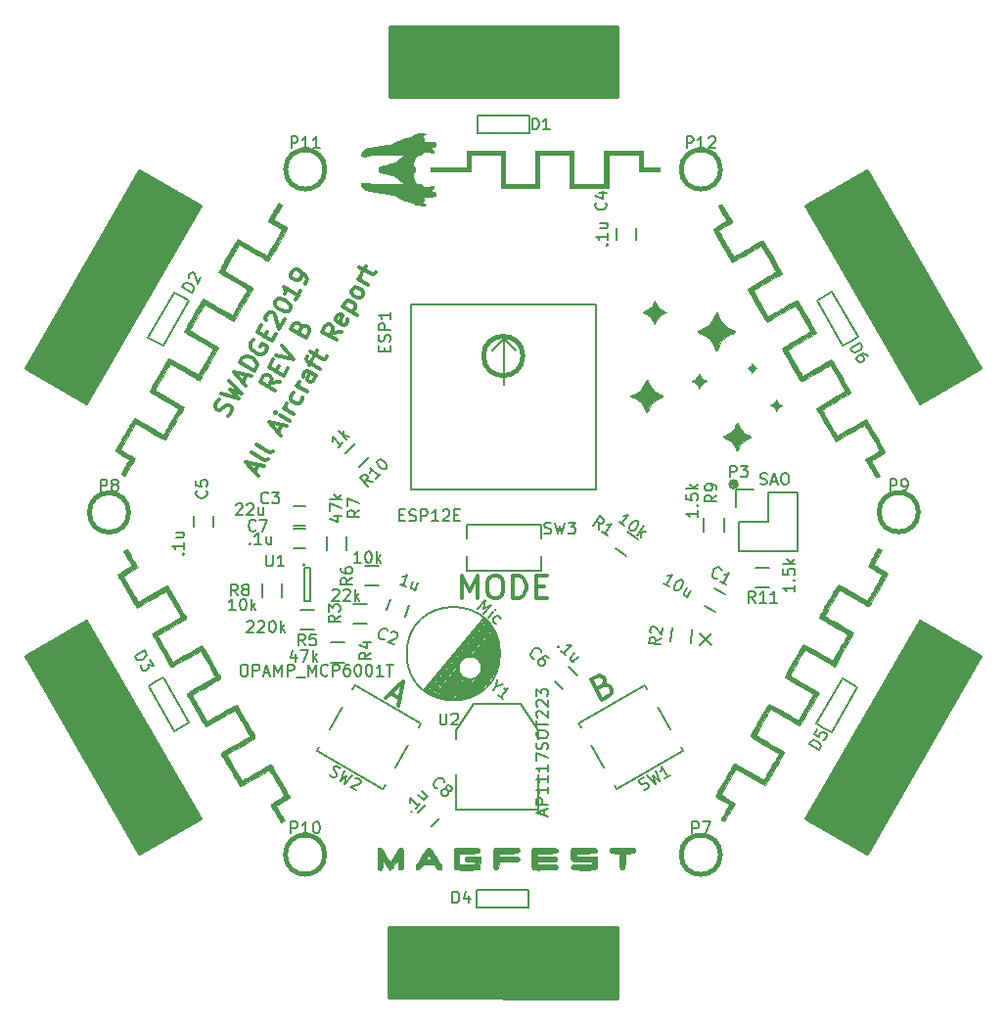
<source format=gto>
G04 #@! TF.FileFunction,Legend,Top*
%FSLAX46Y46*%
G04 Gerber Fmt 4.6, Leading zero omitted, Abs format (unit mm)*
G04 Created by KiCad (PCBNEW 4.0.2+dfsg1-stable) date Mon 15 Oct 2018 12:16:37 AM EDT*
%MOMM*%
G01*
G04 APERTURE LIST*
%ADD10C,0.100000*%
%ADD11C,0.150000*%
%ADD12C,0.300000*%
%ADD13C,0.200000*%
%ADD14C,0.010000*%
%ADD15C,0.381000*%
%ADD16C,0.254000*%
G04 APERTURE END LIST*
D10*
D11*
X96510540Y-73800000D02*
G75*
G03X96510540Y-73800000I-370540J0D01*
G01*
X96374951Y-73810000D02*
G75*
G03X96374951Y-73810000I-254951J0D01*
G01*
X96260000Y-73810000D02*
G75*
G03X96260000Y-73810000I-130000J0D01*
G01*
D12*
X52395198Y-67864819D02*
X52564199Y-67714956D01*
X52742771Y-67405661D01*
X52752341Y-67246229D01*
X52726196Y-67148656D01*
X52638192Y-67015369D01*
X52514474Y-66943940D01*
X52355043Y-66934370D01*
X52257469Y-66960515D01*
X52124182Y-67048519D01*
X51919465Y-67260240D01*
X51786178Y-67348244D01*
X51688605Y-67374388D01*
X51529172Y-67364819D01*
X51405455Y-67293391D01*
X51317451Y-67160103D01*
X51291306Y-67062530D01*
X51300876Y-66903097D01*
X51479447Y-66593803D01*
X51648449Y-66443940D01*
X51836590Y-65975213D02*
X53314199Y-66415918D01*
X52529172Y-65632768D01*
X53599913Y-65921047D01*
X52479447Y-64861752D01*
X53657331Y-64964454D02*
X54014474Y-64345864D01*
X53957056Y-65302457D02*
X52908018Y-64119444D01*
X54457056Y-64436432D01*
X54707056Y-64003419D02*
X53408018Y-63253419D01*
X53586590Y-62944124D01*
X53755591Y-62794262D01*
X53950738Y-62741972D01*
X54110170Y-62751542D01*
X54393321Y-62832540D01*
X54578897Y-62939683D01*
X54790619Y-63144400D01*
X54878623Y-63277687D01*
X54930912Y-63472834D01*
X54885628Y-63694124D01*
X54707056Y-64003419D01*
X54612734Y-61309647D02*
X54479447Y-61397650D01*
X54372304Y-61583227D01*
X54327020Y-61804518D01*
X54379309Y-61999665D01*
X54467313Y-62132952D01*
X54679035Y-62337669D01*
X54864611Y-62444812D01*
X55147762Y-62525810D01*
X55307194Y-62535380D01*
X55502341Y-62483090D01*
X55671342Y-62333227D01*
X55742770Y-62209510D01*
X55788055Y-61988219D01*
X55761910Y-61890645D01*
X55328897Y-61640645D01*
X55186040Y-61888081D01*
X55526608Y-61012486D02*
X55776608Y-60579473D01*
X56564199Y-60786753D02*
X56207056Y-61405343D01*
X54908018Y-60655343D01*
X55265161Y-60036753D01*
X55674594Y-59613311D02*
X55648449Y-59515737D01*
X55658018Y-59356305D01*
X55836590Y-59047010D01*
X55969877Y-58959006D01*
X56067451Y-58932862D01*
X56226883Y-58942432D01*
X56350601Y-59013860D01*
X56500464Y-59182862D01*
X56814199Y-60353740D01*
X57278485Y-59549574D01*
X56443732Y-57995408D02*
X56515161Y-57871690D01*
X56648448Y-57783687D01*
X56746022Y-57757542D01*
X56905455Y-57767111D01*
X57188604Y-57848110D01*
X57497899Y-58026681D01*
X57709621Y-58231397D01*
X57797624Y-58364685D01*
X57823769Y-58462258D01*
X57814199Y-58621690D01*
X57742770Y-58745408D01*
X57609483Y-58833412D01*
X57511909Y-58859557D01*
X57352478Y-58849987D01*
X57069328Y-58768989D01*
X56760033Y-58590417D01*
X56548312Y-58385701D01*
X56460308Y-58252414D01*
X56434163Y-58154840D01*
X56443732Y-57995408D01*
X58707056Y-57075217D02*
X58278484Y-57817524D01*
X58492770Y-57446370D02*
X57193732Y-56696370D01*
X57307881Y-56927231D01*
X57360170Y-57122378D01*
X57350600Y-57281810D01*
X59064198Y-56456628D02*
X59207056Y-56209191D01*
X59216626Y-56049759D01*
X59190480Y-55952186D01*
X59076333Y-55721325D01*
X58864611Y-55516609D01*
X58369740Y-55230895D01*
X58210308Y-55221325D01*
X58112734Y-55247470D01*
X57979446Y-55335473D01*
X57836589Y-55582909D01*
X57827019Y-55742342D01*
X57853165Y-55839915D01*
X57941168Y-55973203D01*
X58250463Y-56151774D01*
X58409895Y-56161344D01*
X58507468Y-56135199D01*
X58640756Y-56047195D01*
X58783613Y-55799759D01*
X58793182Y-55640327D01*
X58767038Y-55542754D01*
X58679034Y-55409467D01*
X56928374Y-64955983D02*
X56059785Y-65031854D01*
X56499803Y-65698291D02*
X55200765Y-64948291D01*
X55486479Y-64453420D01*
X55619767Y-64365416D01*
X55717340Y-64339272D01*
X55876773Y-64348841D01*
X56062349Y-64455983D01*
X56150353Y-64589272D01*
X56176497Y-64686844D01*
X56166928Y-64846277D01*
X55881214Y-65341148D01*
X56569354Y-64006396D02*
X56819354Y-63573383D01*
X57606946Y-63780663D02*
X57249803Y-64399253D01*
X55950765Y-63649253D01*
X56307908Y-63030663D01*
X56522193Y-62659510D02*
X58071231Y-62976497D01*
X57022193Y-61793484D01*
X58712211Y-60294859D02*
X58881214Y-60144996D01*
X58978786Y-60118852D01*
X59138219Y-60128421D01*
X59323796Y-60235564D01*
X59411799Y-60368852D01*
X59437944Y-60466425D01*
X59428374Y-60625857D01*
X59142660Y-61120728D01*
X57843622Y-60370728D01*
X58093622Y-59937716D01*
X58226909Y-59849712D01*
X58324483Y-59823568D01*
X58483915Y-59833138D01*
X58607633Y-59904566D01*
X58695637Y-60037853D01*
X58721781Y-60135427D01*
X58712211Y-60294859D01*
X58462211Y-60727871D01*
X54707111Y-72746182D02*
X55064254Y-72127593D01*
X55006836Y-73084186D02*
X53957798Y-71901173D01*
X55506836Y-72218160D01*
X55863979Y-71599570D02*
X55730691Y-71687575D01*
X55571259Y-71678005D01*
X54457798Y-71035148D01*
X56256836Y-70919122D02*
X56123548Y-71007127D01*
X55964116Y-70997557D01*
X54850655Y-70354699D01*
X56707110Y-69282082D02*
X57064253Y-68663492D01*
X57006835Y-69620085D02*
X55957797Y-68437072D01*
X57506835Y-68754060D01*
X57756835Y-68321047D02*
X56890810Y-67821047D01*
X56457797Y-67571047D02*
X56483942Y-67668621D01*
X56581516Y-67642476D01*
X56555370Y-67544903D01*
X56457797Y-67571047D01*
X56581516Y-67642476D01*
X58113978Y-67702457D02*
X57247953Y-67202457D01*
X57495389Y-67345315D02*
X57407385Y-67212028D01*
X57381241Y-67114454D01*
X57390810Y-66955021D01*
X57462238Y-66831304D01*
X58837834Y-66305846D02*
X58828264Y-66465278D01*
X58685407Y-66712714D01*
X58552119Y-66800718D01*
X58454546Y-66826862D01*
X58295114Y-66817293D01*
X57923960Y-66603008D01*
X57835957Y-66469720D01*
X57809812Y-66372147D01*
X57819381Y-66212714D01*
X57962238Y-65965278D01*
X58095526Y-65877275D01*
X59221121Y-65784830D02*
X58355095Y-65284830D01*
X58602532Y-65427687D02*
X58514528Y-65294400D01*
X58488383Y-65196827D01*
X58497952Y-65037394D01*
X58569381Y-64913677D01*
X60006835Y-64423933D02*
X59326386Y-64031076D01*
X59166954Y-64021507D01*
X59033666Y-64109511D01*
X58890809Y-64356946D01*
X58881240Y-64516378D01*
X59944976Y-64388219D02*
X59935406Y-64547651D01*
X59756835Y-64856946D01*
X59623548Y-64944950D01*
X59464115Y-64935381D01*
X59340398Y-64863952D01*
X59252394Y-64730664D01*
X59261964Y-64571232D01*
X59440535Y-64261937D01*
X59450104Y-64102505D01*
X59390809Y-63490921D02*
X59676524Y-62996049D01*
X60363978Y-63805344D02*
X59250517Y-63162487D01*
X59162513Y-63029200D01*
X59172083Y-62869766D01*
X59243511Y-62746049D01*
X59819381Y-62748613D02*
X60105095Y-62253741D01*
X59493511Y-62313036D02*
X60606973Y-62955893D01*
X60766405Y-62965463D01*
X60899692Y-62877459D01*
X60971121Y-62753741D01*
X62221121Y-60588678D02*
X61352532Y-60664548D01*
X61792549Y-61330985D02*
X60493511Y-60580985D01*
X60779225Y-60086114D01*
X60912513Y-59998110D01*
X61010087Y-59971966D01*
X61169519Y-59981535D01*
X61355095Y-60088678D01*
X61443099Y-60221966D01*
X61469244Y-60319538D01*
X61459674Y-60478971D01*
X61173960Y-60973843D01*
X62766405Y-59501362D02*
X62756835Y-59660794D01*
X62613978Y-59908229D01*
X62480691Y-59996233D01*
X62321258Y-59986664D01*
X61826386Y-59700949D01*
X61738383Y-59567662D01*
X61747952Y-59408229D01*
X61890809Y-59160794D01*
X62024097Y-59072790D01*
X62183529Y-59082360D01*
X62307247Y-59153788D01*
X62073822Y-59843806D01*
X62319381Y-58418486D02*
X63618419Y-59168486D01*
X62381240Y-58454201D02*
X62390809Y-58294768D01*
X62533666Y-58047333D01*
X62666954Y-57959329D01*
X62764528Y-57933185D01*
X62923960Y-57942754D01*
X63295114Y-58157039D01*
X63383117Y-58290327D01*
X63409262Y-58387901D01*
X63399692Y-58547333D01*
X63256835Y-58794768D01*
X63123548Y-58882772D01*
X63971121Y-57557589D02*
X63837833Y-57645593D01*
X63740260Y-57671737D01*
X63580828Y-57662168D01*
X63209674Y-57447883D01*
X63121671Y-57314595D01*
X63095526Y-57217022D01*
X63105095Y-57057589D01*
X63212238Y-56872012D01*
X63345526Y-56784009D01*
X63443099Y-56757864D01*
X63602532Y-56767433D01*
X63973685Y-56981719D01*
X64061688Y-57115007D01*
X64087833Y-57212581D01*
X64078263Y-57372012D01*
X63971121Y-57557589D01*
X64542549Y-56567845D02*
X63676524Y-56067845D01*
X63923960Y-56210703D02*
X63835956Y-56077416D01*
X63809812Y-55979842D01*
X63819381Y-55820410D01*
X63890809Y-55696692D01*
X64033666Y-55449256D02*
X64319381Y-54954384D01*
X63707797Y-55013679D02*
X64821258Y-55656537D01*
X64980690Y-55666107D01*
X65113978Y-55578102D01*
X65185406Y-55454384D01*
D13*
X93206000Y-86714000D02*
X94222000Y-87730000D01*
X93206000Y-87730000D02*
X94222000Y-86714000D01*
D14*
G36*
X96485459Y-68486201D02*
X96524967Y-68558907D01*
X96564463Y-68669371D01*
X96671315Y-68903997D01*
X96829655Y-69123821D01*
X97027509Y-69316160D01*
X97252902Y-69468330D01*
X97373015Y-69525732D01*
X97525935Y-69593420D01*
X97619108Y-69648105D01*
X97653896Y-69694048D01*
X97631659Y-69735512D01*
X97553759Y-69776759D01*
X97463439Y-69808886D01*
X97208683Y-69922991D01*
X96978211Y-70088379D01*
X96783846Y-70294575D01*
X96637412Y-70531101D01*
X96629664Y-70547647D01*
X96563023Y-70691639D01*
X96516463Y-70787888D01*
X96484161Y-70846627D01*
X96460294Y-70878089D01*
X96439041Y-70892508D01*
X96431954Y-70895157D01*
X96387854Y-70883006D01*
X96377482Y-70865952D01*
X96306745Y-70673409D01*
X96243884Y-70527093D01*
X96181335Y-70411636D01*
X96111529Y-70311671D01*
X96093312Y-70288838D01*
X95900323Y-70088363D01*
X95684068Y-69926933D01*
X95471885Y-69820893D01*
X95329457Y-69759803D01*
X95249242Y-69706301D01*
X95230643Y-69658651D01*
X95273062Y-69615117D01*
X95375901Y-69573960D01*
X95385846Y-69570976D01*
X95633525Y-69466612D01*
X95863117Y-69309955D01*
X96062621Y-69111922D01*
X96220035Y-68883428D01*
X96281020Y-68756807D01*
X96348683Y-68601982D01*
X96402113Y-68506258D01*
X96446106Y-68468158D01*
X96485459Y-68486201D01*
X96485459Y-68486201D01*
G37*
X96485459Y-68486201D02*
X96524967Y-68558907D01*
X96564463Y-68669371D01*
X96671315Y-68903997D01*
X96829655Y-69123821D01*
X97027509Y-69316160D01*
X97252902Y-69468330D01*
X97373015Y-69525732D01*
X97525935Y-69593420D01*
X97619108Y-69648105D01*
X97653896Y-69694048D01*
X97631659Y-69735512D01*
X97553759Y-69776759D01*
X97463439Y-69808886D01*
X97208683Y-69922991D01*
X96978211Y-70088379D01*
X96783846Y-70294575D01*
X96637412Y-70531101D01*
X96629664Y-70547647D01*
X96563023Y-70691639D01*
X96516463Y-70787888D01*
X96484161Y-70846627D01*
X96460294Y-70878089D01*
X96439041Y-70892508D01*
X96431954Y-70895157D01*
X96387854Y-70883006D01*
X96377482Y-70865952D01*
X96306745Y-70673409D01*
X96243884Y-70527093D01*
X96181335Y-70411636D01*
X96111529Y-70311671D01*
X96093312Y-70288838D01*
X95900323Y-70088363D01*
X95684068Y-69926933D01*
X95471885Y-69820893D01*
X95329457Y-69759803D01*
X95249242Y-69706301D01*
X95230643Y-69658651D01*
X95273062Y-69615117D01*
X95375901Y-69573960D01*
X95385846Y-69570976D01*
X95633525Y-69466612D01*
X95863117Y-69309955D01*
X96062621Y-69111922D01*
X96220035Y-68883428D01*
X96281020Y-68756807D01*
X96348683Y-68601982D01*
X96402113Y-68506258D01*
X96446106Y-68468158D01*
X96485459Y-68486201D01*
G36*
X88690834Y-64773556D02*
X88729502Y-64830260D01*
X88757935Y-64912381D01*
X88824267Y-65107761D01*
X88938162Y-65313619D01*
X89089896Y-65513038D01*
X89126414Y-65553325D01*
X89333735Y-65750084D01*
X89545553Y-65897313D01*
X89780006Y-66007503D01*
X89793294Y-66012505D01*
X89935289Y-66073695D01*
X90014199Y-66129532D01*
X90029988Y-66182228D01*
X89982620Y-66233998D01*
X89872056Y-66287056D01*
X89788250Y-66316317D01*
X89521252Y-66434833D01*
X89277257Y-66607409D01*
X89063858Y-66826502D01*
X88888649Y-67084570D01*
X88779433Y-67318322D01*
X88717689Y-67460338D01*
X88663024Y-67541202D01*
X88613069Y-67562558D01*
X88565454Y-67526045D01*
X88540417Y-67483911D01*
X88498712Y-67383712D01*
X88472908Y-67299375D01*
X88415861Y-67151104D01*
X88313235Y-66981740D01*
X88173201Y-66804005D01*
X88111340Y-66736349D01*
X87904400Y-66545743D01*
X87686942Y-66403396D01*
X87448738Y-66299089D01*
X87310736Y-66241015D01*
X87235779Y-66187300D01*
X87223682Y-66136448D01*
X87274263Y-66086964D01*
X87387335Y-66037353D01*
X87415310Y-66027970D01*
X87681904Y-65915118D01*
X87919471Y-65755600D01*
X88092852Y-65594031D01*
X88230750Y-65441447D01*
X88331940Y-65307315D01*
X88409826Y-65171085D01*
X88477814Y-65012208D01*
X88485268Y-64992455D01*
X88544465Y-64854785D01*
X88598277Y-64776560D01*
X88649958Y-64754315D01*
X88690834Y-64773556D01*
X88690834Y-64773556D01*
G37*
X88690834Y-64773556D02*
X88729502Y-64830260D01*
X88757935Y-64912381D01*
X88824267Y-65107761D01*
X88938162Y-65313619D01*
X89089896Y-65513038D01*
X89126414Y-65553325D01*
X89333735Y-65750084D01*
X89545553Y-65897313D01*
X89780006Y-66007503D01*
X89793294Y-66012505D01*
X89935289Y-66073695D01*
X90014199Y-66129532D01*
X90029988Y-66182228D01*
X89982620Y-66233998D01*
X89872056Y-66287056D01*
X89788250Y-66316317D01*
X89521252Y-66434833D01*
X89277257Y-66607409D01*
X89063858Y-66826502D01*
X88888649Y-67084570D01*
X88779433Y-67318322D01*
X88717689Y-67460338D01*
X88663024Y-67541202D01*
X88613069Y-67562558D01*
X88565454Y-67526045D01*
X88540417Y-67483911D01*
X88498712Y-67383712D01*
X88472908Y-67299375D01*
X88415861Y-67151104D01*
X88313235Y-66981740D01*
X88173201Y-66804005D01*
X88111340Y-66736349D01*
X87904400Y-66545743D01*
X87686942Y-66403396D01*
X87448738Y-66299089D01*
X87310736Y-66241015D01*
X87235779Y-66187300D01*
X87223682Y-66136448D01*
X87274263Y-66086964D01*
X87387335Y-66037353D01*
X87415310Y-66027970D01*
X87681904Y-65915118D01*
X87919471Y-65755600D01*
X88092852Y-65594031D01*
X88230750Y-65441447D01*
X88331940Y-65307315D01*
X88409826Y-65171085D01*
X88477814Y-65012208D01*
X88485268Y-64992455D01*
X88544465Y-64854785D01*
X88598277Y-64776560D01*
X88649958Y-64754315D01*
X88690834Y-64773556D01*
G36*
X99846649Y-66516603D02*
X99865891Y-66568542D01*
X99914721Y-66669780D01*
X100001521Y-66775210D01*
X100106079Y-66863590D01*
X100188550Y-66907609D01*
X100259492Y-66937592D01*
X100295521Y-66961305D01*
X100296680Y-66964440D01*
X100270100Y-66986966D01*
X100203948Y-67023568D01*
X100167088Y-67041290D01*
X100079660Y-67097697D01*
X99989870Y-67180536D01*
X99912724Y-67272699D01*
X99863232Y-67357075D01*
X99853000Y-67399388D01*
X99842305Y-67440312D01*
X99814295Y-67427224D01*
X99775078Y-67365134D01*
X99753349Y-67317688D01*
X99701019Y-67233544D01*
X99619906Y-67144518D01*
X99527254Y-67065705D01*
X99440311Y-67012201D01*
X99387861Y-66997750D01*
X99346642Y-66986647D01*
X99357262Y-66959223D01*
X99413251Y-66924302D01*
X99453949Y-66907609D01*
X99558194Y-66847989D01*
X99660772Y-66754409D01*
X99741472Y-66648110D01*
X99776608Y-66568542D01*
X99799922Y-66509416D01*
X99821250Y-66489750D01*
X99846649Y-66516603D01*
X99846649Y-66516603D01*
G37*
X99846649Y-66516603D02*
X99865891Y-66568542D01*
X99914721Y-66669780D01*
X100001521Y-66775210D01*
X100106079Y-66863590D01*
X100188550Y-66907609D01*
X100259492Y-66937592D01*
X100295521Y-66961305D01*
X100296680Y-66964440D01*
X100270100Y-66986966D01*
X100203948Y-67023568D01*
X100167088Y-67041290D01*
X100079660Y-67097697D01*
X99989870Y-67180536D01*
X99912724Y-67272699D01*
X99863232Y-67357075D01*
X99853000Y-67399388D01*
X99842305Y-67440312D01*
X99814295Y-67427224D01*
X99775078Y-67365134D01*
X99753349Y-67317688D01*
X99701019Y-67233544D01*
X99619906Y-67144518D01*
X99527254Y-67065705D01*
X99440311Y-67012201D01*
X99387861Y-66997750D01*
X99346642Y-66986647D01*
X99357262Y-66959223D01*
X99413251Y-66924302D01*
X99453949Y-66907609D01*
X99558194Y-66847989D01*
X99660772Y-66754409D01*
X99741472Y-66648110D01*
X99776608Y-66568542D01*
X99799922Y-66509416D01*
X99821250Y-66489750D01*
X99846649Y-66516603D01*
G36*
X93191692Y-64280448D02*
X93215725Y-64342005D01*
X93291547Y-64487674D01*
X93414072Y-64627848D01*
X93567438Y-64746176D01*
X93653651Y-64793428D01*
X93834370Y-64878921D01*
X93694510Y-64933604D01*
X93500450Y-65039806D01*
X93342750Y-65188053D01*
X93242474Y-65347513D01*
X93198900Y-65434656D01*
X93163312Y-65492035D01*
X93148460Y-65505500D01*
X93125815Y-65478473D01*
X93096246Y-65411289D01*
X93088292Y-65388443D01*
X93044671Y-65302999D01*
X92970957Y-65200834D01*
X92901261Y-65122988D01*
X92803966Y-65037856D01*
X92703039Y-64968479D01*
X92635806Y-64935957D01*
X92561124Y-64905101D01*
X92520961Y-64876416D01*
X92518750Y-64870500D01*
X92545843Y-64844443D01*
X92613172Y-64813019D01*
X92635806Y-64805042D01*
X92744676Y-64747483D01*
X92863578Y-64651583D01*
X92974088Y-64535770D01*
X93057780Y-64418469D01*
X93088292Y-64352556D01*
X93124843Y-64265646D01*
X93158306Y-64241693D01*
X93191692Y-64280448D01*
X93191692Y-64280448D01*
G37*
X93191692Y-64280448D02*
X93215725Y-64342005D01*
X93291547Y-64487674D01*
X93414072Y-64627848D01*
X93567438Y-64746176D01*
X93653651Y-64793428D01*
X93834370Y-64878921D01*
X93694510Y-64933604D01*
X93500450Y-65039806D01*
X93342750Y-65188053D01*
X93242474Y-65347513D01*
X93198900Y-65434656D01*
X93163312Y-65492035D01*
X93148460Y-65505500D01*
X93125815Y-65478473D01*
X93096246Y-65411289D01*
X93088292Y-65388443D01*
X93044671Y-65302999D01*
X92970957Y-65200834D01*
X92901261Y-65122988D01*
X92803966Y-65037856D01*
X92703039Y-64968479D01*
X92635806Y-64935957D01*
X92561124Y-64905101D01*
X92520961Y-64876416D01*
X92518750Y-64870500D01*
X92545843Y-64844443D01*
X92613172Y-64813019D01*
X92635806Y-64805042D01*
X92744676Y-64747483D01*
X92863578Y-64651583D01*
X92974088Y-64535770D01*
X93057780Y-64418469D01*
X93088292Y-64352556D01*
X93124843Y-64265646D01*
X93158306Y-64241693D01*
X93191692Y-64280448D01*
G36*
X97782499Y-63430403D02*
X97890076Y-63586159D01*
X98024943Y-63687214D01*
X98049795Y-63698461D01*
X98145318Y-63738028D01*
X98054596Y-63784362D01*
X97923953Y-63867327D01*
X97834727Y-63969071D01*
X97788799Y-64055293D01*
X97753766Y-64128976D01*
X97734388Y-64149989D01*
X97720875Y-64123840D01*
X97713917Y-64097428D01*
X97660979Y-63986377D01*
X97569329Y-63879467D01*
X97460568Y-63800711D01*
X97437233Y-63789854D01*
X97337931Y-63748721D01*
X97428653Y-63702500D01*
X97584409Y-63594923D01*
X97685464Y-63460056D01*
X97696711Y-63435204D01*
X97736278Y-63339681D01*
X97782499Y-63430403D01*
X97782499Y-63430403D01*
G37*
X97782499Y-63430403D02*
X97890076Y-63586159D01*
X98024943Y-63687214D01*
X98049795Y-63698461D01*
X98145318Y-63738028D01*
X98054596Y-63784362D01*
X97923953Y-63867327D01*
X97834727Y-63969071D01*
X97788799Y-64055293D01*
X97753766Y-64128976D01*
X97734388Y-64149989D01*
X97720875Y-64123840D01*
X97713917Y-64097428D01*
X97660979Y-63986377D01*
X97569329Y-63879467D01*
X97460568Y-63800711D01*
X97437233Y-63789854D01*
X97337931Y-63748721D01*
X97428653Y-63702500D01*
X97584409Y-63594923D01*
X97685464Y-63460056D01*
X97696711Y-63435204D01*
X97736278Y-63339681D01*
X97782499Y-63430403D01*
G36*
X94720894Y-58965474D02*
X94770740Y-59053125D01*
X94808544Y-59169592D01*
X94901090Y-59410063D01*
X95047129Y-59653527D01*
X95236208Y-59884082D01*
X95463256Y-60099825D01*
X95692690Y-60264341D01*
X95940238Y-60388483D01*
X96002357Y-60412828D01*
X96162055Y-60479460D01*
X96259179Y-60538744D01*
X96293770Y-60593910D01*
X96265868Y-60648187D01*
X96175511Y-60704806D01*
X96022741Y-60766995D01*
X96006789Y-60772673D01*
X95865614Y-60828596D01*
X95724390Y-60894440D01*
X95613138Y-60956179D01*
X95610987Y-60957557D01*
X95397385Y-61122327D01*
X95196415Y-61328136D01*
X95020989Y-61558640D01*
X94884020Y-61797497D01*
X94817740Y-61961523D01*
X94758196Y-62110608D01*
X94696688Y-62200985D01*
X94635152Y-62231419D01*
X94575523Y-62200674D01*
X94535690Y-62141576D01*
X94501913Y-62064246D01*
X94487267Y-62006912D01*
X94487250Y-62005743D01*
X94474198Y-61958526D01*
X94439627Y-61871526D01*
X94390410Y-61761759D01*
X94378719Y-61737119D01*
X94224751Y-61482191D01*
X94020094Y-61244170D01*
X93777301Y-61034203D01*
X93508920Y-60863439D01*
X93279618Y-60760867D01*
X93125088Y-60696205D01*
X93033754Y-60635866D01*
X93005598Y-60578130D01*
X93040605Y-60521276D01*
X93138759Y-60463584D01*
X93276292Y-60411109D01*
X93583791Y-60275891D01*
X93861715Y-60087168D01*
X94104813Y-59850091D01*
X94307836Y-59569812D01*
X94465531Y-59251482D01*
X94470123Y-59239822D01*
X94542241Y-59077136D01*
X94607503Y-58977302D01*
X94666768Y-58940140D01*
X94720894Y-58965474D01*
X94720894Y-58965474D01*
G37*
X94720894Y-58965474D02*
X94770740Y-59053125D01*
X94808544Y-59169592D01*
X94901090Y-59410063D01*
X95047129Y-59653527D01*
X95236208Y-59884082D01*
X95463256Y-60099825D01*
X95692690Y-60264341D01*
X95940238Y-60388483D01*
X96002357Y-60412828D01*
X96162055Y-60479460D01*
X96259179Y-60538744D01*
X96293770Y-60593910D01*
X96265868Y-60648187D01*
X96175511Y-60704806D01*
X96022741Y-60766995D01*
X96006789Y-60772673D01*
X95865614Y-60828596D01*
X95724390Y-60894440D01*
X95613138Y-60956179D01*
X95610987Y-60957557D01*
X95397385Y-61122327D01*
X95196415Y-61328136D01*
X95020989Y-61558640D01*
X94884020Y-61797497D01*
X94817740Y-61961523D01*
X94758196Y-62110608D01*
X94696688Y-62200985D01*
X94635152Y-62231419D01*
X94575523Y-62200674D01*
X94535690Y-62141576D01*
X94501913Y-62064246D01*
X94487267Y-62006912D01*
X94487250Y-62005743D01*
X94474198Y-61958526D01*
X94439627Y-61871526D01*
X94390410Y-61761759D01*
X94378719Y-61737119D01*
X94224751Y-61482191D01*
X94020094Y-61244170D01*
X93777301Y-61034203D01*
X93508920Y-60863439D01*
X93279618Y-60760867D01*
X93125088Y-60696205D01*
X93033754Y-60635866D01*
X93005598Y-60578130D01*
X93040605Y-60521276D01*
X93138759Y-60463584D01*
X93276292Y-60411109D01*
X93583791Y-60275891D01*
X93861715Y-60087168D01*
X94104813Y-59850091D01*
X94307836Y-59569812D01*
X94465531Y-59251482D01*
X94470123Y-59239822D01*
X94542241Y-59077136D01*
X94607503Y-58977302D01*
X94666768Y-58940140D01*
X94720894Y-58965474D01*
G36*
X89348589Y-57993316D02*
X89399224Y-58093823D01*
X89450429Y-58209238D01*
X89577421Y-58422519D01*
X89758285Y-58607280D01*
X89987969Y-58758675D01*
X90060412Y-58794459D01*
X90169327Y-58848003D01*
X90251611Y-58894591D01*
X90293570Y-58926252D01*
X90296250Y-58931749D01*
X90269071Y-58958502D01*
X90201415Y-58990154D01*
X90177187Y-58998584D01*
X89922205Y-59112621D01*
X89705635Y-59277121D01*
X89528109Y-59491512D01*
X89419758Y-59687312D01*
X89368825Y-59794541D01*
X89327719Y-59875140D01*
X89303549Y-59915351D01*
X89300814Y-59917500D01*
X89272762Y-59896384D01*
X89256525Y-59877812D01*
X89226303Y-59822420D01*
X89192870Y-59737736D01*
X89187810Y-59722502D01*
X89083744Y-59501684D01*
X88923133Y-59306290D01*
X88708773Y-59139138D01*
X88497235Y-59026194D01*
X88383087Y-58970348D01*
X88327072Y-58926439D01*
X88329990Y-58887502D01*
X88392640Y-58846569D01*
X88515824Y-58796674D01*
X88523933Y-58793692D01*
X88748358Y-58678251D01*
X88943904Y-58509753D01*
X89104529Y-58294392D01*
X89200875Y-58099869D01*
X89242804Y-58002739D01*
X89276992Y-57950672D01*
X89310049Y-57946565D01*
X89348589Y-57993316D01*
X89348589Y-57993316D01*
G37*
X89348589Y-57993316D02*
X89399224Y-58093823D01*
X89450429Y-58209238D01*
X89577421Y-58422519D01*
X89758285Y-58607280D01*
X89987969Y-58758675D01*
X90060412Y-58794459D01*
X90169327Y-58848003D01*
X90251611Y-58894591D01*
X90293570Y-58926252D01*
X90296250Y-58931749D01*
X90269071Y-58958502D01*
X90201415Y-58990154D01*
X90177187Y-58998584D01*
X89922205Y-59112621D01*
X89705635Y-59277121D01*
X89528109Y-59491512D01*
X89419758Y-59687312D01*
X89368825Y-59794541D01*
X89327719Y-59875140D01*
X89303549Y-59915351D01*
X89300814Y-59917500D01*
X89272762Y-59896384D01*
X89256525Y-59877812D01*
X89226303Y-59822420D01*
X89192870Y-59737736D01*
X89187810Y-59722502D01*
X89083744Y-59501684D01*
X88923133Y-59306290D01*
X88708773Y-59139138D01*
X88497235Y-59026194D01*
X88383087Y-58970348D01*
X88327072Y-58926439D01*
X88329990Y-58887502D01*
X88392640Y-58846569D01*
X88515824Y-58796674D01*
X88523933Y-58793692D01*
X88748358Y-58678251D01*
X88943904Y-58509753D01*
X89104529Y-58294392D01*
X89200875Y-58099869D01*
X89242804Y-58002739D01*
X89276992Y-57950672D01*
X89310049Y-57946565D01*
X89348589Y-57993316D01*
G36*
X65620883Y-105251336D02*
X65718909Y-105354389D01*
X65837346Y-105521262D01*
X65982503Y-105757613D01*
X66038189Y-105853289D01*
X66150772Y-106047233D01*
X66251794Y-106218728D01*
X66332104Y-106352420D01*
X66382549Y-106432953D01*
X66391001Y-106445141D01*
X66415408Y-106460351D01*
X66449586Y-106442716D01*
X66499771Y-106383792D01*
X66572202Y-106275136D01*
X66673114Y-106108305D01*
X66796333Y-105896420D01*
X66947621Y-105639910D01*
X67068642Y-105451481D01*
X67166655Y-105323322D01*
X67248918Y-105247617D01*
X67322690Y-105216552D01*
X67395228Y-105222314D01*
X67415975Y-105229335D01*
X67465154Y-105258348D01*
X67502268Y-105309746D01*
X67528927Y-105394246D01*
X67546746Y-105522567D01*
X67557337Y-105705426D01*
X67562312Y-105953542D01*
X67563333Y-106208656D01*
X67562646Y-106490847D01*
X67559864Y-106700541D01*
X67553905Y-106849901D01*
X67543688Y-106951089D01*
X67528131Y-107016268D01*
X67506153Y-107057602D01*
X67485916Y-107079272D01*
X67364890Y-107142474D01*
X67242341Y-107127743D01*
X67167727Y-107071917D01*
X67131437Y-107010173D01*
X67109554Y-106911247D01*
X67099342Y-106757389D01*
X67097666Y-106617534D01*
X67097666Y-106240568D01*
X66834297Y-106675329D01*
X66694567Y-106894458D01*
X66581615Y-107042220D01*
X66488029Y-107124703D01*
X66406397Y-107147995D01*
X66329306Y-107118187D01*
X66311675Y-107104656D01*
X66264143Y-107047424D01*
X66185978Y-106934405D01*
X66088889Y-106783128D01*
X66005308Y-106646081D01*
X65764166Y-106241638D01*
X65752502Y-106642569D01*
X65743397Y-106843332D01*
X65728133Y-106975538D01*
X65703805Y-107055233D01*
X65670327Y-107096417D01*
X65543928Y-107145486D01*
X65406507Y-107110738D01*
X65393750Y-107103609D01*
X65368567Y-107081876D01*
X65349781Y-107042606D01*
X65336475Y-106974569D01*
X65327728Y-106866537D01*
X65322624Y-106707278D01*
X65320242Y-106485562D01*
X65319666Y-106197754D01*
X65320555Y-105898417D01*
X65323754Y-105672575D01*
X65330061Y-105509070D01*
X65340277Y-105396744D01*
X65355199Y-105324439D01*
X65375626Y-105280998D01*
X65386190Y-105268524D01*
X65460831Y-105214061D01*
X65536960Y-105206446D01*
X65620883Y-105251336D01*
X65620883Y-105251336D01*
G37*
X65620883Y-105251336D02*
X65718909Y-105354389D01*
X65837346Y-105521262D01*
X65982503Y-105757613D01*
X66038189Y-105853289D01*
X66150772Y-106047233D01*
X66251794Y-106218728D01*
X66332104Y-106352420D01*
X66382549Y-106432953D01*
X66391001Y-106445141D01*
X66415408Y-106460351D01*
X66449586Y-106442716D01*
X66499771Y-106383792D01*
X66572202Y-106275136D01*
X66673114Y-106108305D01*
X66796333Y-105896420D01*
X66947621Y-105639910D01*
X67068642Y-105451481D01*
X67166655Y-105323322D01*
X67248918Y-105247617D01*
X67322690Y-105216552D01*
X67395228Y-105222314D01*
X67415975Y-105229335D01*
X67465154Y-105258348D01*
X67502268Y-105309746D01*
X67528927Y-105394246D01*
X67546746Y-105522567D01*
X67557337Y-105705426D01*
X67562312Y-105953542D01*
X67563333Y-106208656D01*
X67562646Y-106490847D01*
X67559864Y-106700541D01*
X67553905Y-106849901D01*
X67543688Y-106951089D01*
X67528131Y-107016268D01*
X67506153Y-107057602D01*
X67485916Y-107079272D01*
X67364890Y-107142474D01*
X67242341Y-107127743D01*
X67167727Y-107071917D01*
X67131437Y-107010173D01*
X67109554Y-106911247D01*
X67099342Y-106757389D01*
X67097666Y-106617534D01*
X67097666Y-106240568D01*
X66834297Y-106675329D01*
X66694567Y-106894458D01*
X66581615Y-107042220D01*
X66488029Y-107124703D01*
X66406397Y-107147995D01*
X66329306Y-107118187D01*
X66311675Y-107104656D01*
X66264143Y-107047424D01*
X66185978Y-106934405D01*
X66088889Y-106783128D01*
X66005308Y-106646081D01*
X65764166Y-106241638D01*
X65752502Y-106642569D01*
X65743397Y-106843332D01*
X65728133Y-106975538D01*
X65703805Y-107055233D01*
X65670327Y-107096417D01*
X65543928Y-107145486D01*
X65406507Y-107110738D01*
X65393750Y-107103609D01*
X65368567Y-107081876D01*
X65349781Y-107042606D01*
X65336475Y-106974569D01*
X65327728Y-106866537D01*
X65322624Y-106707278D01*
X65320242Y-106485562D01*
X65319666Y-106197754D01*
X65320555Y-105898417D01*
X65323754Y-105672575D01*
X65330061Y-105509070D01*
X65340277Y-105396744D01*
X65355199Y-105324439D01*
X65375626Y-105280998D01*
X65386190Y-105268524D01*
X65460831Y-105214061D01*
X65536960Y-105206446D01*
X65620883Y-105251336D01*
G36*
X69814282Y-105229400D02*
X69862488Y-105256358D01*
X69915767Y-105312798D01*
X70003593Y-105430530D01*
X70117921Y-105597672D01*
X70250704Y-105802343D01*
X70393896Y-106032663D01*
X70441592Y-106111489D01*
X70607278Y-106389748D01*
X70730828Y-106605769D01*
X70815345Y-106768882D01*
X70863932Y-106888416D01*
X70879692Y-106973702D01*
X70865726Y-107034070D01*
X70825138Y-107078848D01*
X70773856Y-107110645D01*
X70658120Y-107141548D01*
X70548543Y-107101128D01*
X70437083Y-106984758D01*
X70365543Y-106875865D01*
X70225586Y-106641334D01*
X69266163Y-106641334D01*
X69122047Y-106884750D01*
X69006804Y-107048040D01*
X68897218Y-107132318D01*
X68784672Y-107142028D01*
X68695750Y-107104615D01*
X68647503Y-107061601D01*
X68627111Y-106999825D01*
X68637690Y-106910870D01*
X68682357Y-106786319D01*
X68764227Y-106617758D01*
X68886418Y-106396770D01*
X68966599Y-106260334D01*
X69508492Y-106260334D01*
X69742412Y-106260334D01*
X69870291Y-106256729D01*
X69955256Y-106247429D01*
X69976333Y-106238326D01*
X69955621Y-106192767D01*
X69902850Y-106101228D01*
X69865048Y-106040031D01*
X69797278Y-105937557D01*
X69755156Y-105897866D01*
X69720755Y-105911152D01*
X69692488Y-105945622D01*
X69626409Y-106045410D01*
X69569853Y-106143917D01*
X69508492Y-106260334D01*
X68966599Y-106260334D01*
X69052047Y-106114939D01*
X69078741Y-106070377D01*
X69254530Y-105781239D01*
X69395996Y-105559602D01*
X69509591Y-105398765D01*
X69601765Y-105292027D01*
X69678970Y-105232687D01*
X69747659Y-105214045D01*
X69814282Y-105229400D01*
X69814282Y-105229400D01*
G37*
X69814282Y-105229400D02*
X69862488Y-105256358D01*
X69915767Y-105312798D01*
X70003593Y-105430530D01*
X70117921Y-105597672D01*
X70250704Y-105802343D01*
X70393896Y-106032663D01*
X70441592Y-106111489D01*
X70607278Y-106389748D01*
X70730828Y-106605769D01*
X70815345Y-106768882D01*
X70863932Y-106888416D01*
X70879692Y-106973702D01*
X70865726Y-107034070D01*
X70825138Y-107078848D01*
X70773856Y-107110645D01*
X70658120Y-107141548D01*
X70548543Y-107101128D01*
X70437083Y-106984758D01*
X70365543Y-106875865D01*
X70225586Y-106641334D01*
X69266163Y-106641334D01*
X69122047Y-106884750D01*
X69006804Y-107048040D01*
X68897218Y-107132318D01*
X68784672Y-107142028D01*
X68695750Y-107104615D01*
X68647503Y-107061601D01*
X68627111Y-106999825D01*
X68637690Y-106910870D01*
X68682357Y-106786319D01*
X68764227Y-106617758D01*
X68886418Y-106396770D01*
X68966599Y-106260334D01*
X69508492Y-106260334D01*
X69742412Y-106260334D01*
X69870291Y-106256729D01*
X69955256Y-106247429D01*
X69976333Y-106238326D01*
X69955621Y-106192767D01*
X69902850Y-106101228D01*
X69865048Y-106040031D01*
X69797278Y-105937557D01*
X69755156Y-105897866D01*
X69720755Y-105911152D01*
X69692488Y-105945622D01*
X69626409Y-106045410D01*
X69569853Y-106143917D01*
X69508492Y-106260334D01*
X68966599Y-106260334D01*
X69052047Y-106114939D01*
X69078741Y-106070377D01*
X69254530Y-105781239D01*
X69395996Y-105559602D01*
X69509591Y-105398765D01*
X69601765Y-105292027D01*
X69678970Y-105232687D01*
X69747659Y-105214045D01*
X69814282Y-105229400D01*
G36*
X73376494Y-105244832D02*
X73639257Y-105247543D01*
X73836272Y-105254290D01*
X73976996Y-105266900D01*
X74070887Y-105287195D01*
X74127404Y-105317000D01*
X74156005Y-105358140D01*
X74166148Y-105412439D01*
X74167333Y-105462066D01*
X74160157Y-105541501D01*
X74132032Y-105602090D01*
X74073063Y-105646330D01*
X73973353Y-105676715D01*
X73823007Y-105695742D01*
X73612128Y-105705906D01*
X73330822Y-105709703D01*
X73184247Y-105710000D01*
X72389333Y-105710000D01*
X72389333Y-106683667D01*
X73744000Y-106683667D01*
X73744000Y-106429667D01*
X73393586Y-106429667D01*
X73159593Y-106419531D01*
X72998756Y-106386242D01*
X72901682Y-106325476D01*
X72858982Y-106232911D01*
X72855000Y-106181733D01*
X72860458Y-106102779D01*
X72884591Y-106045551D01*
X72939036Y-106006587D01*
X73035432Y-105982423D01*
X73185415Y-105969595D01*
X73400624Y-105964640D01*
X73586585Y-105964000D01*
X74216571Y-105964000D01*
X74202535Y-106496668D01*
X74195235Y-106721749D01*
X74185647Y-106877382D01*
X74171300Y-106978784D01*
X74149724Y-107041174D01*
X74118449Y-107079769D01*
X74106325Y-107089334D01*
X74061745Y-107109593D01*
X73984111Y-107124994D01*
X73863586Y-107136099D01*
X73690334Y-107143472D01*
X73454520Y-107147676D01*
X73146308Y-107149275D01*
X73058575Y-107149334D01*
X72747168Y-107148936D01*
X72509267Y-107147145D01*
X72333713Y-107143061D01*
X72209346Y-107135783D01*
X72125006Y-107124413D01*
X72069536Y-107108050D01*
X72031774Y-107085795D01*
X72008333Y-107064667D01*
X71978439Y-107029293D01*
X71956522Y-106983347D01*
X71941356Y-106914219D01*
X71931715Y-106809296D01*
X71926371Y-106655970D01*
X71924099Y-106441627D01*
X71923666Y-106194050D01*
X71926031Y-105915490D01*
X71932718Y-105676765D01*
X71943114Y-105490001D01*
X71956607Y-105367323D01*
X71967489Y-105326217D01*
X71985397Y-105300594D01*
X72015102Y-105280947D01*
X72066938Y-105266487D01*
X72151236Y-105256423D01*
X72278330Y-105249966D01*
X72458551Y-105246325D01*
X72702233Y-105244711D01*
X73019708Y-105244334D01*
X73038522Y-105244334D01*
X73376494Y-105244832D01*
X73376494Y-105244832D01*
G37*
X73376494Y-105244832D02*
X73639257Y-105247543D01*
X73836272Y-105254290D01*
X73976996Y-105266900D01*
X74070887Y-105287195D01*
X74127404Y-105317000D01*
X74156005Y-105358140D01*
X74166148Y-105412439D01*
X74167333Y-105462066D01*
X74160157Y-105541501D01*
X74132032Y-105602090D01*
X74073063Y-105646330D01*
X73973353Y-105676715D01*
X73823007Y-105695742D01*
X73612128Y-105705906D01*
X73330822Y-105709703D01*
X73184247Y-105710000D01*
X72389333Y-105710000D01*
X72389333Y-106683667D01*
X73744000Y-106683667D01*
X73744000Y-106429667D01*
X73393586Y-106429667D01*
X73159593Y-106419531D01*
X72998756Y-106386242D01*
X72901682Y-106325476D01*
X72858982Y-106232911D01*
X72855000Y-106181733D01*
X72860458Y-106102779D01*
X72884591Y-106045551D01*
X72939036Y-106006587D01*
X73035432Y-105982423D01*
X73185415Y-105969595D01*
X73400624Y-105964640D01*
X73586585Y-105964000D01*
X74216571Y-105964000D01*
X74202535Y-106496668D01*
X74195235Y-106721749D01*
X74185647Y-106877382D01*
X74171300Y-106978784D01*
X74149724Y-107041174D01*
X74118449Y-107079769D01*
X74106325Y-107089334D01*
X74061745Y-107109593D01*
X73984111Y-107124994D01*
X73863586Y-107136099D01*
X73690334Y-107143472D01*
X73454520Y-107147676D01*
X73146308Y-107149275D01*
X73058575Y-107149334D01*
X72747168Y-107148936D01*
X72509267Y-107147145D01*
X72333713Y-107143061D01*
X72209346Y-107135783D01*
X72125006Y-107124413D01*
X72069536Y-107108050D01*
X72031774Y-107085795D01*
X72008333Y-107064667D01*
X71978439Y-107029293D01*
X71956522Y-106983347D01*
X71941356Y-106914219D01*
X71931715Y-106809296D01*
X71926371Y-106655970D01*
X71924099Y-106441627D01*
X71923666Y-106194050D01*
X71926031Y-105915490D01*
X71932718Y-105676765D01*
X71943114Y-105490001D01*
X71956607Y-105367323D01*
X71967489Y-105326217D01*
X71985397Y-105300594D01*
X72015102Y-105280947D01*
X72066938Y-105266487D01*
X72151236Y-105256423D01*
X72278330Y-105249966D01*
X72458551Y-105246325D01*
X72702233Y-105244711D01*
X73019708Y-105244334D01*
X73038522Y-105244334D01*
X73376494Y-105244832D01*
G36*
X77575652Y-105344967D02*
X77611544Y-105464951D01*
X77581332Y-105582808D01*
X77496034Y-105667875D01*
X77453589Y-105684668D01*
X77383482Y-105692467D01*
X77244118Y-105699285D01*
X77050906Y-105704679D01*
X76819255Y-105708208D01*
X76590916Y-105709422D01*
X75818333Y-105710000D01*
X75818333Y-106006334D01*
X76656533Y-106006334D01*
X76961786Y-106007200D01*
X77192714Y-106011350D01*
X77359652Y-106021113D01*
X77472936Y-106038817D01*
X77542902Y-106066788D01*
X77579885Y-106107355D01*
X77594222Y-106162846D01*
X77596333Y-106218000D01*
X77592487Y-106286751D01*
X77574058Y-106338762D01*
X77530710Y-106376360D01*
X77452108Y-106401875D01*
X77327916Y-106417633D01*
X77147797Y-106425962D01*
X76901417Y-106429191D01*
X76656533Y-106429667D01*
X75818333Y-106429667D01*
X75818333Y-106696742D01*
X75798916Y-106910337D01*
X75741862Y-107053287D01*
X75648965Y-107123046D01*
X75522021Y-107117068D01*
X75522000Y-107117061D01*
X75464872Y-107092266D01*
X75422136Y-107050916D01*
X75391745Y-106981751D01*
X75371650Y-106873511D01*
X75359804Y-106714938D01*
X75354160Y-106494771D01*
X75352668Y-106201751D01*
X75352666Y-106185959D01*
X75355054Y-105909566D01*
X75361798Y-105672540D01*
X75372271Y-105487192D01*
X75385846Y-105365834D01*
X75396489Y-105326217D01*
X75414330Y-105300677D01*
X75443922Y-105281072D01*
X75495558Y-105266621D01*
X75579528Y-105256544D01*
X75706126Y-105250058D01*
X75885644Y-105246382D01*
X76128374Y-105244735D01*
X76444608Y-105244335D01*
X76475013Y-105244334D01*
X77509714Y-105244334D01*
X77575652Y-105344967D01*
X77575652Y-105344967D01*
G37*
X77575652Y-105344967D02*
X77611544Y-105464951D01*
X77581332Y-105582808D01*
X77496034Y-105667875D01*
X77453589Y-105684668D01*
X77383482Y-105692467D01*
X77244118Y-105699285D01*
X77050906Y-105704679D01*
X76819255Y-105708208D01*
X76590916Y-105709422D01*
X75818333Y-105710000D01*
X75818333Y-106006334D01*
X76656533Y-106006334D01*
X76961786Y-106007200D01*
X77192714Y-106011350D01*
X77359652Y-106021113D01*
X77472936Y-106038817D01*
X77542902Y-106066788D01*
X77579885Y-106107355D01*
X77594222Y-106162846D01*
X77596333Y-106218000D01*
X77592487Y-106286751D01*
X77574058Y-106338762D01*
X77530710Y-106376360D01*
X77452108Y-106401875D01*
X77327916Y-106417633D01*
X77147797Y-106425962D01*
X76901417Y-106429191D01*
X76656533Y-106429667D01*
X75818333Y-106429667D01*
X75818333Y-106696742D01*
X75798916Y-106910337D01*
X75741862Y-107053287D01*
X75648965Y-107123046D01*
X75522021Y-107117068D01*
X75522000Y-107117061D01*
X75464872Y-107092266D01*
X75422136Y-107050916D01*
X75391745Y-106981751D01*
X75371650Y-106873511D01*
X75359804Y-106714938D01*
X75354160Y-106494771D01*
X75352668Y-106201751D01*
X75352666Y-106185959D01*
X75355054Y-105909566D01*
X75361798Y-105672540D01*
X75372271Y-105487192D01*
X75385846Y-105365834D01*
X75396489Y-105326217D01*
X75414330Y-105300677D01*
X75443922Y-105281072D01*
X75495558Y-105266621D01*
X75579528Y-105256544D01*
X75706126Y-105250058D01*
X75885644Y-105246382D01*
X76128374Y-105244735D01*
X76444608Y-105244335D01*
X76475013Y-105244334D01*
X77509714Y-105244334D01*
X77575652Y-105344967D01*
G36*
X80107494Y-105244832D02*
X80370257Y-105247543D01*
X80567272Y-105254290D01*
X80707996Y-105266900D01*
X80801887Y-105287195D01*
X80858404Y-105317000D01*
X80887005Y-105358140D01*
X80897148Y-105412439D01*
X80898333Y-105462066D01*
X80891157Y-105541501D01*
X80863032Y-105602090D01*
X80804063Y-105646330D01*
X80704353Y-105676715D01*
X80554007Y-105695742D01*
X80343128Y-105705906D01*
X80061822Y-105709703D01*
X79915247Y-105710000D01*
X79120333Y-105710000D01*
X79120333Y-105964000D01*
X80769381Y-105964000D01*
X80837368Y-106067761D01*
X80882163Y-106195940D01*
X80851024Y-106309028D01*
X80749637Y-106387461D01*
X80743788Y-106389759D01*
X80668368Y-106402718D01*
X80524248Y-106413920D01*
X80327391Y-106422627D01*
X80093757Y-106428103D01*
X79879577Y-106429667D01*
X79120333Y-106429667D01*
X79120333Y-106683667D01*
X79958533Y-106683667D01*
X80263922Y-106684548D01*
X80494964Y-106688727D01*
X80661972Y-106698504D01*
X80775259Y-106716181D01*
X80845139Y-106744059D01*
X80881926Y-106784438D01*
X80895932Y-106839621D01*
X80897685Y-106893217D01*
X80895659Y-106965078D01*
X80884049Y-107020605D01*
X80853097Y-107062057D01*
X80793048Y-107091695D01*
X80694146Y-107111779D01*
X80546633Y-107124569D01*
X80340754Y-107132326D01*
X80066752Y-107137309D01*
X79831016Y-107140336D01*
X79509494Y-107143603D01*
X79261769Y-107144097D01*
X79077000Y-107141263D01*
X78944347Y-107134546D01*
X78852969Y-107123392D01*
X78792026Y-107107247D01*
X78750676Y-107085554D01*
X78749916Y-107085019D01*
X78716827Y-107058685D01*
X78692450Y-107025253D01*
X78675455Y-106972545D01*
X78664512Y-106888383D01*
X78658291Y-106760588D01*
X78655461Y-106576981D01*
X78654694Y-106325386D01*
X78654666Y-106212817D01*
X78656980Y-105929272D01*
X78663537Y-105686624D01*
X78673756Y-105496581D01*
X78687061Y-105370850D01*
X78698489Y-105326217D01*
X78716397Y-105300594D01*
X78746102Y-105280947D01*
X78797938Y-105266487D01*
X78882236Y-105256423D01*
X79009330Y-105249966D01*
X79189551Y-105246325D01*
X79433233Y-105244711D01*
X79750708Y-105244334D01*
X79769522Y-105244334D01*
X80107494Y-105244832D01*
X80107494Y-105244832D01*
G37*
X80107494Y-105244832D02*
X80370257Y-105247543D01*
X80567272Y-105254290D01*
X80707996Y-105266900D01*
X80801887Y-105287195D01*
X80858404Y-105317000D01*
X80887005Y-105358140D01*
X80897148Y-105412439D01*
X80898333Y-105462066D01*
X80891157Y-105541501D01*
X80863032Y-105602090D01*
X80804063Y-105646330D01*
X80704353Y-105676715D01*
X80554007Y-105695742D01*
X80343128Y-105705906D01*
X80061822Y-105709703D01*
X79915247Y-105710000D01*
X79120333Y-105710000D01*
X79120333Y-105964000D01*
X80769381Y-105964000D01*
X80837368Y-106067761D01*
X80882163Y-106195940D01*
X80851024Y-106309028D01*
X80749637Y-106387461D01*
X80743788Y-106389759D01*
X80668368Y-106402718D01*
X80524248Y-106413920D01*
X80327391Y-106422627D01*
X80093757Y-106428103D01*
X79879577Y-106429667D01*
X79120333Y-106429667D01*
X79120333Y-106683667D01*
X79958533Y-106683667D01*
X80263922Y-106684548D01*
X80494964Y-106688727D01*
X80661972Y-106698504D01*
X80775259Y-106716181D01*
X80845139Y-106744059D01*
X80881926Y-106784438D01*
X80895932Y-106839621D01*
X80897685Y-106893217D01*
X80895659Y-106965078D01*
X80884049Y-107020605D01*
X80853097Y-107062057D01*
X80793048Y-107091695D01*
X80694146Y-107111779D01*
X80546633Y-107124569D01*
X80340754Y-107132326D01*
X80066752Y-107137309D01*
X79831016Y-107140336D01*
X79509494Y-107143603D01*
X79261769Y-107144097D01*
X79077000Y-107141263D01*
X78944347Y-107134546D01*
X78852969Y-107123392D01*
X78792026Y-107107247D01*
X78750676Y-107085554D01*
X78749916Y-107085019D01*
X78716827Y-107058685D01*
X78692450Y-107025253D01*
X78675455Y-106972545D01*
X78664512Y-106888383D01*
X78658291Y-106760588D01*
X78655461Y-106576981D01*
X78654694Y-106325386D01*
X78654666Y-106212817D01*
X78656980Y-105929272D01*
X78663537Y-105686624D01*
X78673756Y-105496581D01*
X78687061Y-105370850D01*
X78698489Y-105326217D01*
X78716397Y-105300594D01*
X78746102Y-105280947D01*
X78797938Y-105266487D01*
X78882236Y-105256423D01*
X79009330Y-105249966D01*
X79189551Y-105246325D01*
X79433233Y-105244711D01*
X79750708Y-105244334D01*
X79769522Y-105244334D01*
X80107494Y-105244832D01*
G36*
X83478559Y-105244695D02*
X83727527Y-105246311D01*
X83913093Y-105249978D01*
X84045888Y-105256493D01*
X84136545Y-105266654D01*
X84195695Y-105281257D01*
X84233970Y-105301098D01*
X84262001Y-105326976D01*
X84262289Y-105327294D01*
X84314565Y-105438778D01*
X84297251Y-105555435D01*
X84217912Y-105647568D01*
X84175228Y-105669164D01*
X84099440Y-105682253D01*
X83954723Y-105693603D01*
X83756809Y-105702490D01*
X83521428Y-105708191D01*
X83287410Y-105710000D01*
X82507000Y-105710000D01*
X82507000Y-105964000D01*
X83373343Y-105964000D01*
X83665897Y-105964451D01*
X83885118Y-105966482D01*
X84042339Y-105971115D01*
X84148892Y-105979367D01*
X84216108Y-105992258D01*
X84255321Y-106010809D01*
X84277862Y-106036038D01*
X84283510Y-106045884D01*
X84302218Y-106121872D01*
X84316945Y-106259774D01*
X84325729Y-106436864D01*
X84327333Y-106553884D01*
X84327805Y-106732273D01*
X84322947Y-106871046D01*
X84303345Y-106975124D01*
X84259585Y-107049431D01*
X84182252Y-107098887D01*
X84061934Y-107128416D01*
X83889217Y-107142939D01*
X83654686Y-107147378D01*
X83348929Y-107146657D01*
X83194916Y-107145991D01*
X82915504Y-107144085D01*
X82663010Y-107140585D01*
X82450250Y-107135812D01*
X82290039Y-107130088D01*
X82195192Y-107123737D01*
X82176180Y-107120385D01*
X82101394Y-107050289D01*
X82068869Y-106938250D01*
X82086092Y-106819524D01*
X82104684Y-106783786D01*
X82128952Y-106749779D01*
X82158763Y-106724503D01*
X82205909Y-106706663D01*
X82282179Y-106694963D01*
X82399363Y-106688109D01*
X82569251Y-106684804D01*
X82803633Y-106683754D01*
X83015975Y-106683667D01*
X83861666Y-106683667D01*
X83861666Y-106434602D01*
X83017019Y-106421551D01*
X82700547Y-106415005D01*
X82460837Y-106406017D01*
X82290008Y-106393990D01*
X82180174Y-106378330D01*
X82123453Y-106358439D01*
X82117436Y-106353553D01*
X82089919Y-106284868D01*
X82068307Y-106154222D01*
X82053468Y-105984173D01*
X82046268Y-105797276D01*
X82047573Y-105616089D01*
X82058251Y-105463168D01*
X82079168Y-105361070D01*
X82079290Y-105360750D01*
X82123904Y-105244334D01*
X83155557Y-105244334D01*
X83478559Y-105244695D01*
X83478559Y-105244695D01*
G37*
X83478559Y-105244695D02*
X83727527Y-105246311D01*
X83913093Y-105249978D01*
X84045888Y-105256493D01*
X84136545Y-105266654D01*
X84195695Y-105281257D01*
X84233970Y-105301098D01*
X84262001Y-105326976D01*
X84262289Y-105327294D01*
X84314565Y-105438778D01*
X84297251Y-105555435D01*
X84217912Y-105647568D01*
X84175228Y-105669164D01*
X84099440Y-105682253D01*
X83954723Y-105693603D01*
X83756809Y-105702490D01*
X83521428Y-105708191D01*
X83287410Y-105710000D01*
X82507000Y-105710000D01*
X82507000Y-105964000D01*
X83373343Y-105964000D01*
X83665897Y-105964451D01*
X83885118Y-105966482D01*
X84042339Y-105971115D01*
X84148892Y-105979367D01*
X84216108Y-105992258D01*
X84255321Y-106010809D01*
X84277862Y-106036038D01*
X84283510Y-106045884D01*
X84302218Y-106121872D01*
X84316945Y-106259774D01*
X84325729Y-106436864D01*
X84327333Y-106553884D01*
X84327805Y-106732273D01*
X84322947Y-106871046D01*
X84303345Y-106975124D01*
X84259585Y-107049431D01*
X84182252Y-107098887D01*
X84061934Y-107128416D01*
X83889217Y-107142939D01*
X83654686Y-107147378D01*
X83348929Y-107146657D01*
X83194916Y-107145991D01*
X82915504Y-107144085D01*
X82663010Y-107140585D01*
X82450250Y-107135812D01*
X82290039Y-107130088D01*
X82195192Y-107123737D01*
X82176180Y-107120385D01*
X82101394Y-107050289D01*
X82068869Y-106938250D01*
X82086092Y-106819524D01*
X82104684Y-106783786D01*
X82128952Y-106749779D01*
X82158763Y-106724503D01*
X82205909Y-106706663D01*
X82282179Y-106694963D01*
X82399363Y-106688109D01*
X82569251Y-106684804D01*
X82803633Y-106683754D01*
X83015975Y-106683667D01*
X83861666Y-106683667D01*
X83861666Y-106434602D01*
X83017019Y-106421551D01*
X82700547Y-106415005D01*
X82460837Y-106406017D01*
X82290008Y-106393990D01*
X82180174Y-106378330D01*
X82123453Y-106358439D01*
X82117436Y-106353553D01*
X82089919Y-106284868D01*
X82068307Y-106154222D01*
X82053468Y-105984173D01*
X82046268Y-105797276D01*
X82047573Y-105616089D01*
X82058251Y-105463168D01*
X82079168Y-105361070D01*
X82079290Y-105360750D01*
X82123904Y-105244334D01*
X83155557Y-105244334D01*
X83478559Y-105244695D01*
G36*
X86835577Y-105244603D02*
X87082389Y-105245973D01*
X87265290Y-105249281D01*
X87394660Y-105255367D01*
X87480875Y-105265071D01*
X87534313Y-105279233D01*
X87565353Y-105298691D01*
X87584373Y-105324285D01*
X87588168Y-105331184D01*
X87623159Y-105467289D01*
X87584622Y-105586072D01*
X87502333Y-105655400D01*
X87409027Y-105681453D01*
X87261186Y-105700646D01*
X87088882Y-105709236D01*
X87068416Y-105709376D01*
X86740333Y-105710000D01*
X86740333Y-106335581D01*
X86738501Y-106594970D01*
X86732185Y-106783224D01*
X86720150Y-106913813D01*
X86701163Y-107000207D01*
X86674432Y-107055247D01*
X86575868Y-107133201D01*
X86457440Y-107140395D01*
X86347915Y-107075374D01*
X86344727Y-107071917D01*
X86317044Y-107028865D01*
X86297545Y-106961852D01*
X86284910Y-106857297D01*
X86277814Y-106701616D01*
X86274937Y-106481228D01*
X86274666Y-106352250D01*
X86274666Y-105710000D01*
X85924252Y-105710000D01*
X85690260Y-105699864D01*
X85529422Y-105666575D01*
X85432349Y-105605809D01*
X85389649Y-105513244D01*
X85385666Y-105462066D01*
X85388249Y-105396876D01*
X85402303Y-105346192D01*
X85437287Y-105308191D01*
X85502658Y-105281047D01*
X85607875Y-105262937D01*
X85762397Y-105252035D01*
X85975682Y-105246518D01*
X86257187Y-105244562D01*
X86514477Y-105244334D01*
X86835577Y-105244603D01*
X86835577Y-105244603D01*
G37*
X86835577Y-105244603D02*
X87082389Y-105245973D01*
X87265290Y-105249281D01*
X87394660Y-105255367D01*
X87480875Y-105265071D01*
X87534313Y-105279233D01*
X87565353Y-105298691D01*
X87584373Y-105324285D01*
X87588168Y-105331184D01*
X87623159Y-105467289D01*
X87584622Y-105586072D01*
X87502333Y-105655400D01*
X87409027Y-105681453D01*
X87261186Y-105700646D01*
X87088882Y-105709236D01*
X87068416Y-105709376D01*
X86740333Y-105710000D01*
X86740333Y-106335581D01*
X86738501Y-106594970D01*
X86732185Y-106783224D01*
X86720150Y-106913813D01*
X86701163Y-107000207D01*
X86674432Y-107055247D01*
X86575868Y-107133201D01*
X86457440Y-107140395D01*
X86347915Y-107075374D01*
X86344727Y-107071917D01*
X86317044Y-107028865D01*
X86297545Y-106961852D01*
X86284910Y-106857297D01*
X86277814Y-106701616D01*
X86274937Y-106481228D01*
X86274666Y-106352250D01*
X86274666Y-105710000D01*
X85924252Y-105710000D01*
X85690260Y-105699864D01*
X85529422Y-105666575D01*
X85432349Y-105605809D01*
X85389649Y-105513244D01*
X85385666Y-105462066D01*
X85388249Y-105396876D01*
X85402303Y-105346192D01*
X85437287Y-105308191D01*
X85502658Y-105281047D01*
X85607875Y-105262937D01*
X85762397Y-105252035D01*
X85975682Y-105246518D01*
X86257187Y-105244562D01*
X86514477Y-105244334D01*
X86835577Y-105244603D01*
G36*
X43674735Y-79455890D02*
X43736812Y-79552083D01*
X43825719Y-79697563D01*
X43933973Y-79880158D01*
X44017666Y-80024250D01*
X44143723Y-80242595D01*
X44263391Y-80449063D01*
X44366605Y-80626343D01*
X44443297Y-80757128D01*
X44470723Y-80803298D01*
X44576219Y-80979095D01*
X43940692Y-81346146D01*
X43734908Y-81467064D01*
X43558752Y-81574538D01*
X43423719Y-81661225D01*
X43341300Y-81719787D01*
X43321124Y-81741848D01*
X43357465Y-81805709D01*
X43428998Y-81930284D01*
X43528723Y-82103461D01*
X43649639Y-82313126D01*
X43784744Y-82547165D01*
X43927039Y-82793467D01*
X44069521Y-83039917D01*
X44205191Y-83274402D01*
X44327048Y-83484810D01*
X44428091Y-83659026D01*
X44501318Y-83784937D01*
X44539730Y-83850431D01*
X44540895Y-83852375D01*
X44621812Y-83986917D01*
X45223489Y-83637878D01*
X45479418Y-83489427D01*
X45777878Y-83316331D01*
X46088149Y-83136404D01*
X46379514Y-82967460D01*
X46489761Y-82903542D01*
X47154355Y-82518245D01*
X47986231Y-83959600D01*
X48189235Y-84313904D01*
X48367200Y-84629689D01*
X48517025Y-84901174D01*
X48635611Y-85122579D01*
X48719856Y-85288126D01*
X48766659Y-85392033D01*
X48774038Y-85428189D01*
X48727919Y-85455245D01*
X48617438Y-85519421D01*
X48451566Y-85615523D01*
X48239277Y-85738359D01*
X47989542Y-85882736D01*
X47711336Y-86043462D01*
X47521697Y-86152963D01*
X47231975Y-86321184D01*
X46967140Y-86476813D01*
X46735783Y-86614655D01*
X46546492Y-86729517D01*
X46407860Y-86816204D01*
X46328476Y-86869523D01*
X46312712Y-86883920D01*
X46332686Y-86924098D01*
X46388678Y-87026691D01*
X46474452Y-87180748D01*
X46583770Y-87375314D01*
X46710396Y-87599435D01*
X46848095Y-87842160D01*
X46990629Y-88092535D01*
X47131762Y-88339606D01*
X47265258Y-88572420D01*
X47384880Y-88780024D01*
X47484391Y-88951465D01*
X47557556Y-89075789D01*
X47598137Y-89142044D01*
X47600008Y-89144829D01*
X47636600Y-89126408D01*
X47737953Y-89070296D01*
X47895606Y-88981307D01*
X48101097Y-88864258D01*
X48345965Y-88723965D01*
X48621748Y-88565243D01*
X48849363Y-88433777D01*
X49144962Y-88264082D01*
X49418139Y-88109736D01*
X49660096Y-87975516D01*
X49862037Y-87866203D01*
X50015165Y-87786574D01*
X50110684Y-87741410D01*
X50139257Y-87733040D01*
X50171400Y-87773266D01*
X50238901Y-87877246D01*
X50336112Y-88035158D01*
X50457382Y-88237174D01*
X50597063Y-88473470D01*
X50749506Y-88734221D01*
X50909063Y-89009601D01*
X51070085Y-89289785D01*
X51226923Y-89564948D01*
X51373928Y-89825265D01*
X51505451Y-90060910D01*
X51615844Y-90262057D01*
X51699457Y-90418883D01*
X51750643Y-90521561D01*
X51764308Y-90559574D01*
X51725600Y-90590047D01*
X51622085Y-90657408D01*
X51462398Y-90756419D01*
X51255173Y-90881839D01*
X51009043Y-91028426D01*
X50732643Y-91190941D01*
X50523438Y-91312727D01*
X50231800Y-91482775D01*
X49965167Y-91640092D01*
X49732009Y-91779536D01*
X49540795Y-91895966D01*
X49399994Y-91984240D01*
X49318075Y-92039218D01*
X49300307Y-92055286D01*
X49322156Y-92102581D01*
X49380215Y-92210546D01*
X49468126Y-92368251D01*
X49579532Y-92564765D01*
X49708076Y-92789161D01*
X49847401Y-93030507D01*
X49991150Y-93277874D01*
X50132965Y-93520333D01*
X50266490Y-93746954D01*
X50385367Y-93946806D01*
X50483238Y-94108961D01*
X50553747Y-94222488D01*
X50590537Y-94276458D01*
X50593951Y-94279409D01*
X50635803Y-94259072D01*
X50742165Y-94201038D01*
X50904378Y-94110212D01*
X51113785Y-93991495D01*
X51361726Y-93849791D01*
X51639541Y-93690003D01*
X51862582Y-93561081D01*
X52156916Y-93391969D01*
X52428061Y-93238816D01*
X52667369Y-93106303D01*
X52866192Y-92999111D01*
X53015879Y-92921920D01*
X53107783Y-92879411D01*
X53133647Y-92873164D01*
X53160857Y-92915642D01*
X53225493Y-93023306D01*
X53322753Y-93187957D01*
X53447835Y-93401396D01*
X53595936Y-93655426D01*
X53762255Y-93941847D01*
X53941988Y-94252462D01*
X53970116Y-94301167D01*
X54176899Y-94659997D01*
X54344427Y-94952775D01*
X54476243Y-95186506D01*
X54575890Y-95368191D01*
X54646910Y-95504832D01*
X54692847Y-95603432D01*
X54717243Y-95670993D01*
X54723642Y-95714518D01*
X54715587Y-95741009D01*
X54704359Y-95752350D01*
X54650967Y-95786241D01*
X54533608Y-95856855D01*
X54361684Y-95958660D01*
X54144598Y-96086127D01*
X53891751Y-96233726D01*
X53612547Y-96395927D01*
X53456509Y-96486263D01*
X53170948Y-96652460D01*
X52910422Y-96806149D01*
X52683635Y-96942034D01*
X52499286Y-97054820D01*
X52366077Y-97139211D01*
X52292708Y-97189911D01*
X52281000Y-97201713D01*
X52301456Y-97245991D01*
X52359352Y-97354119D01*
X52449478Y-97516808D01*
X52566624Y-97724768D01*
X52705580Y-97968708D01*
X52861136Y-98239339D01*
X52921360Y-98343522D01*
X53124683Y-98691657D01*
X53290354Y-98968373D01*
X53420513Y-99176984D01*
X53517300Y-99320804D01*
X53582854Y-99403147D01*
X53619315Y-99427327D01*
X53620939Y-99426887D01*
X53670732Y-99400844D01*
X53784650Y-99337448D01*
X53953609Y-99241875D01*
X54168525Y-99119299D01*
X54420312Y-98974896D01*
X54699886Y-98813842D01*
X54891166Y-98703280D01*
X55181108Y-98536001D01*
X55446781Y-98383737D01*
X55679573Y-98251346D01*
X55870871Y-98143684D01*
X56012063Y-98065607D01*
X56094536Y-98021973D01*
X56112678Y-98014449D01*
X56135494Y-98052514D01*
X56196077Y-98155921D01*
X56289805Y-98316719D01*
X56412055Y-98526957D01*
X56558205Y-98778684D01*
X56723635Y-99063952D01*
X56903720Y-99374808D01*
X56949391Y-99453690D01*
X57181735Y-99857421D01*
X57371091Y-100191809D01*
X57518907Y-100459579D01*
X57626632Y-100663458D01*
X57695712Y-100806171D01*
X57727596Y-100890444D01*
X57727050Y-100917815D01*
X57674472Y-100951124D01*
X57562707Y-101017749D01*
X57406199Y-101109211D01*
X57219393Y-101217030D01*
X57137661Y-101263845D01*
X56945912Y-101374537D01*
X56781911Y-101471305D01*
X56659042Y-101546090D01*
X56590687Y-101590832D01*
X56581351Y-101598887D01*
X56596388Y-101642264D01*
X56647808Y-101745951D01*
X56728915Y-101897364D01*
X56833018Y-102083924D01*
X56921106Y-102237524D01*
X57038919Y-102442079D01*
X57140217Y-102620537D01*
X57217981Y-102760324D01*
X57265192Y-102848867D01*
X57276333Y-102873980D01*
X57244045Y-102907831D01*
X57168567Y-102960376D01*
X57081981Y-103011542D01*
X57016369Y-103041258D01*
X57006194Y-103043000D01*
X56968337Y-103011318D01*
X56922297Y-102947750D01*
X56857239Y-102840576D01*
X56767693Y-102688557D01*
X56661351Y-102505244D01*
X56545904Y-102304186D01*
X56429046Y-102098934D01*
X56318467Y-101903038D01*
X56221860Y-101730048D01*
X56146916Y-101593515D01*
X56101329Y-101506989D01*
X56091000Y-101483323D01*
X56125903Y-101453046D01*
X56222369Y-101389194D01*
X56368030Y-101299457D01*
X56550516Y-101191524D01*
X56682850Y-101115351D01*
X56922190Y-100976035D01*
X57091928Y-100869886D01*
X57198330Y-100792491D01*
X57247663Y-100739434D01*
X57251690Y-100714667D01*
X57220867Y-100651156D01*
X57155116Y-100529852D01*
X57060853Y-100361708D01*
X56944497Y-100157675D01*
X56812462Y-99928703D01*
X56671167Y-99685745D01*
X56527028Y-99439752D01*
X56386461Y-99201675D01*
X56255883Y-98982466D01*
X56141712Y-98793076D01*
X56050363Y-98644458D01*
X55988254Y-98547561D01*
X55961871Y-98513334D01*
X55919009Y-98533823D01*
X55811689Y-98592015D01*
X55648611Y-98682995D01*
X55438476Y-98801849D01*
X55189986Y-98943662D01*
X54911839Y-99103521D01*
X54690573Y-99231391D01*
X54354191Y-99425751D01*
X54083343Y-99580805D01*
X53870633Y-99700255D01*
X53708666Y-99787806D01*
X53590048Y-99847161D01*
X53507383Y-99882022D01*
X53453275Y-99896093D01*
X53420329Y-99893077D01*
X53401352Y-99876974D01*
X53369965Y-99825603D01*
X53303243Y-99712644D01*
X53206797Y-99547807D01*
X53086239Y-99340805D01*
X52947178Y-99101351D01*
X52795226Y-98839155D01*
X52635993Y-98563930D01*
X52475090Y-98285388D01*
X52318128Y-98013241D01*
X52170717Y-97757201D01*
X52038469Y-97526979D01*
X51926993Y-97332288D01*
X51841901Y-97182839D01*
X51788804Y-97088345D01*
X51773000Y-97058363D01*
X51808324Y-97035499D01*
X51908670Y-96975466D01*
X52065599Y-96883190D01*
X52270672Y-96763597D01*
X52515449Y-96621611D01*
X52791491Y-96462158D01*
X53020137Y-96330518D01*
X53314887Y-96160001D01*
X53584894Y-96001764D01*
X53821678Y-95860937D01*
X54016758Y-95742646D01*
X54161654Y-95652022D01*
X54247886Y-95594192D01*
X54268970Y-95575306D01*
X54249078Y-95529756D01*
X54192738Y-95422491D01*
X54106416Y-95264784D01*
X53996577Y-95067907D01*
X53869685Y-94843133D01*
X53732205Y-94601733D01*
X53590602Y-94354980D01*
X53451341Y-94114147D01*
X53320886Y-93890504D01*
X53205702Y-93695326D01*
X53112254Y-93539883D01*
X53047008Y-93435448D01*
X53018821Y-93395493D01*
X52994273Y-93384848D01*
X52948977Y-93391110D01*
X52875852Y-93417892D01*
X52767815Y-93468808D01*
X52617784Y-93547472D01*
X52418677Y-93657499D01*
X52163413Y-93802501D01*
X51844910Y-93986094D01*
X51723064Y-94056724D01*
X51362666Y-94264591D01*
X51069389Y-94430800D01*
X50838192Y-94557981D01*
X50664037Y-94648763D01*
X50541883Y-94705778D01*
X50466693Y-94731655D01*
X50433933Y-94729565D01*
X50402688Y-94683446D01*
X50335879Y-94574547D01*
X50239178Y-94412692D01*
X50118255Y-94207705D01*
X49978779Y-93969413D01*
X49826421Y-93707638D01*
X49666851Y-93432207D01*
X49505739Y-93152944D01*
X49348756Y-92879673D01*
X49201572Y-92622220D01*
X49069856Y-92390410D01*
X48959278Y-92194066D01*
X48875510Y-92043015D01*
X48824222Y-91947081D01*
X48810378Y-91916399D01*
X48845867Y-91889242D01*
X48946259Y-91825190D01*
X49102967Y-91729398D01*
X49307407Y-91607019D01*
X49550993Y-91463207D01*
X49825141Y-91303116D01*
X50019364Y-91190629D01*
X50311227Y-91022081D01*
X50580468Y-90866493D01*
X50818097Y-90729066D01*
X51015124Y-90615005D01*
X51162562Y-90529511D01*
X51251420Y-90477788D01*
X51273412Y-90464801D01*
X51266492Y-90420296D01*
X51217461Y-90308190D01*
X51128648Y-90132947D01*
X51002381Y-89899032D01*
X50840989Y-89610911D01*
X50699009Y-89363172D01*
X50539704Y-89087661D01*
X50393057Y-88834417D01*
X50264720Y-88613168D01*
X50160342Y-88433642D01*
X50085574Y-88305568D01*
X50046067Y-88238674D01*
X50042371Y-88232664D01*
X50015547Y-88226169D01*
X49953805Y-88244133D01*
X49851336Y-88289570D01*
X49702334Y-88365497D01*
X49500992Y-88474926D01*
X49241502Y-88620875D01*
X48918056Y-88806357D01*
X48749197Y-88904044D01*
X48453119Y-89074515D01*
X48180362Y-89229304D01*
X47939492Y-89363725D01*
X47739074Y-89473091D01*
X47587675Y-89552716D01*
X47493859Y-89597913D01*
X47466015Y-89606126D01*
X47433420Y-89558365D01*
X47365980Y-89448193D01*
X47269213Y-89285284D01*
X47148639Y-89079313D01*
X47009777Y-88839953D01*
X46858148Y-88576879D01*
X46699270Y-88299764D01*
X46538663Y-88018282D01*
X46381846Y-87742107D01*
X46234340Y-87480914D01*
X46101663Y-87244376D01*
X45989334Y-87042166D01*
X45902874Y-86883960D01*
X45847802Y-86779431D01*
X45829638Y-86738253D01*
X45829686Y-86738147D01*
X45869045Y-86711115D01*
X45973178Y-86647053D01*
X46133431Y-86551084D01*
X46341149Y-86428329D01*
X46587678Y-86283912D01*
X46864364Y-86122953D01*
X47073987Y-86001664D01*
X47366133Y-85831867D01*
X47633414Y-85674354D01*
X47867309Y-85534315D01*
X48059297Y-85416941D01*
X48200858Y-85327424D01*
X48283469Y-85270954D01*
X48301666Y-85253736D01*
X48281348Y-85209803D01*
X48224670Y-85103977D01*
X48138050Y-84947433D01*
X48027904Y-84751344D01*
X47900649Y-84526884D01*
X47762701Y-84285227D01*
X47620477Y-84037547D01*
X47480394Y-83795017D01*
X47348868Y-83568812D01*
X47232317Y-83370104D01*
X47137156Y-83210069D01*
X47069803Y-83099880D01*
X47036673Y-83050710D01*
X47036392Y-83050413D01*
X46993666Y-83063184D01*
X46886602Y-83114199D01*
X46723851Y-83198794D01*
X46514064Y-83312306D01*
X46265892Y-83450071D01*
X45987985Y-83607426D01*
X45760340Y-83738330D01*
X45465574Y-83908535D01*
X45194411Y-84064345D01*
X44955459Y-84200873D01*
X44757325Y-84313234D01*
X44608617Y-84396540D01*
X44517942Y-84445905D01*
X44493127Y-84457717D01*
X44467568Y-84422264D01*
X44405846Y-84322828D01*
X44313541Y-84169090D01*
X44196233Y-83970725D01*
X44059504Y-83737414D01*
X43908934Y-83478833D01*
X43750104Y-83204663D01*
X43588594Y-82924580D01*
X43429985Y-82648264D01*
X43279858Y-82385392D01*
X43143794Y-82145643D01*
X43027373Y-81938695D01*
X42936175Y-81774227D01*
X42875782Y-81661917D01*
X42851774Y-81611444D01*
X42851681Y-81611019D01*
X42882994Y-81572867D01*
X42975986Y-81502957D01*
X43117912Y-81409894D01*
X43296025Y-81302287D01*
X43382132Y-81252800D01*
X43580329Y-81139765D01*
X43756884Y-81037519D01*
X43896331Y-80955135D01*
X43983204Y-80901683D01*
X43999083Y-80890939D01*
X44024279Y-80865974D01*
X44032484Y-80830697D01*
X44019039Y-80774032D01*
X43979289Y-80684902D01*
X43908576Y-80552230D01*
X43802245Y-80364941D01*
X43713355Y-80211306D01*
X43351279Y-79587500D01*
X43487556Y-79504408D01*
X43581605Y-79450425D01*
X43641359Y-79422300D01*
X43646969Y-79421158D01*
X43674735Y-79455890D01*
X43674735Y-79455890D01*
G37*
X43674735Y-79455890D02*
X43736812Y-79552083D01*
X43825719Y-79697563D01*
X43933973Y-79880158D01*
X44017666Y-80024250D01*
X44143723Y-80242595D01*
X44263391Y-80449063D01*
X44366605Y-80626343D01*
X44443297Y-80757128D01*
X44470723Y-80803298D01*
X44576219Y-80979095D01*
X43940692Y-81346146D01*
X43734908Y-81467064D01*
X43558752Y-81574538D01*
X43423719Y-81661225D01*
X43341300Y-81719787D01*
X43321124Y-81741848D01*
X43357465Y-81805709D01*
X43428998Y-81930284D01*
X43528723Y-82103461D01*
X43649639Y-82313126D01*
X43784744Y-82547165D01*
X43927039Y-82793467D01*
X44069521Y-83039917D01*
X44205191Y-83274402D01*
X44327048Y-83484810D01*
X44428091Y-83659026D01*
X44501318Y-83784937D01*
X44539730Y-83850431D01*
X44540895Y-83852375D01*
X44621812Y-83986917D01*
X45223489Y-83637878D01*
X45479418Y-83489427D01*
X45777878Y-83316331D01*
X46088149Y-83136404D01*
X46379514Y-82967460D01*
X46489761Y-82903542D01*
X47154355Y-82518245D01*
X47986231Y-83959600D01*
X48189235Y-84313904D01*
X48367200Y-84629689D01*
X48517025Y-84901174D01*
X48635611Y-85122579D01*
X48719856Y-85288126D01*
X48766659Y-85392033D01*
X48774038Y-85428189D01*
X48727919Y-85455245D01*
X48617438Y-85519421D01*
X48451566Y-85615523D01*
X48239277Y-85738359D01*
X47989542Y-85882736D01*
X47711336Y-86043462D01*
X47521697Y-86152963D01*
X47231975Y-86321184D01*
X46967140Y-86476813D01*
X46735783Y-86614655D01*
X46546492Y-86729517D01*
X46407860Y-86816204D01*
X46328476Y-86869523D01*
X46312712Y-86883920D01*
X46332686Y-86924098D01*
X46388678Y-87026691D01*
X46474452Y-87180748D01*
X46583770Y-87375314D01*
X46710396Y-87599435D01*
X46848095Y-87842160D01*
X46990629Y-88092535D01*
X47131762Y-88339606D01*
X47265258Y-88572420D01*
X47384880Y-88780024D01*
X47484391Y-88951465D01*
X47557556Y-89075789D01*
X47598137Y-89142044D01*
X47600008Y-89144829D01*
X47636600Y-89126408D01*
X47737953Y-89070296D01*
X47895606Y-88981307D01*
X48101097Y-88864258D01*
X48345965Y-88723965D01*
X48621748Y-88565243D01*
X48849363Y-88433777D01*
X49144962Y-88264082D01*
X49418139Y-88109736D01*
X49660096Y-87975516D01*
X49862037Y-87866203D01*
X50015165Y-87786574D01*
X50110684Y-87741410D01*
X50139257Y-87733040D01*
X50171400Y-87773266D01*
X50238901Y-87877246D01*
X50336112Y-88035158D01*
X50457382Y-88237174D01*
X50597063Y-88473470D01*
X50749506Y-88734221D01*
X50909063Y-89009601D01*
X51070085Y-89289785D01*
X51226923Y-89564948D01*
X51373928Y-89825265D01*
X51505451Y-90060910D01*
X51615844Y-90262057D01*
X51699457Y-90418883D01*
X51750643Y-90521561D01*
X51764308Y-90559574D01*
X51725600Y-90590047D01*
X51622085Y-90657408D01*
X51462398Y-90756419D01*
X51255173Y-90881839D01*
X51009043Y-91028426D01*
X50732643Y-91190941D01*
X50523438Y-91312727D01*
X50231800Y-91482775D01*
X49965167Y-91640092D01*
X49732009Y-91779536D01*
X49540795Y-91895966D01*
X49399994Y-91984240D01*
X49318075Y-92039218D01*
X49300307Y-92055286D01*
X49322156Y-92102581D01*
X49380215Y-92210546D01*
X49468126Y-92368251D01*
X49579532Y-92564765D01*
X49708076Y-92789161D01*
X49847401Y-93030507D01*
X49991150Y-93277874D01*
X50132965Y-93520333D01*
X50266490Y-93746954D01*
X50385367Y-93946806D01*
X50483238Y-94108961D01*
X50553747Y-94222488D01*
X50590537Y-94276458D01*
X50593951Y-94279409D01*
X50635803Y-94259072D01*
X50742165Y-94201038D01*
X50904378Y-94110212D01*
X51113785Y-93991495D01*
X51361726Y-93849791D01*
X51639541Y-93690003D01*
X51862582Y-93561081D01*
X52156916Y-93391969D01*
X52428061Y-93238816D01*
X52667369Y-93106303D01*
X52866192Y-92999111D01*
X53015879Y-92921920D01*
X53107783Y-92879411D01*
X53133647Y-92873164D01*
X53160857Y-92915642D01*
X53225493Y-93023306D01*
X53322753Y-93187957D01*
X53447835Y-93401396D01*
X53595936Y-93655426D01*
X53762255Y-93941847D01*
X53941988Y-94252462D01*
X53970116Y-94301167D01*
X54176899Y-94659997D01*
X54344427Y-94952775D01*
X54476243Y-95186506D01*
X54575890Y-95368191D01*
X54646910Y-95504832D01*
X54692847Y-95603432D01*
X54717243Y-95670993D01*
X54723642Y-95714518D01*
X54715587Y-95741009D01*
X54704359Y-95752350D01*
X54650967Y-95786241D01*
X54533608Y-95856855D01*
X54361684Y-95958660D01*
X54144598Y-96086127D01*
X53891751Y-96233726D01*
X53612547Y-96395927D01*
X53456509Y-96486263D01*
X53170948Y-96652460D01*
X52910422Y-96806149D01*
X52683635Y-96942034D01*
X52499286Y-97054820D01*
X52366077Y-97139211D01*
X52292708Y-97189911D01*
X52281000Y-97201713D01*
X52301456Y-97245991D01*
X52359352Y-97354119D01*
X52449478Y-97516808D01*
X52566624Y-97724768D01*
X52705580Y-97968708D01*
X52861136Y-98239339D01*
X52921360Y-98343522D01*
X53124683Y-98691657D01*
X53290354Y-98968373D01*
X53420513Y-99176984D01*
X53517300Y-99320804D01*
X53582854Y-99403147D01*
X53619315Y-99427327D01*
X53620939Y-99426887D01*
X53670732Y-99400844D01*
X53784650Y-99337448D01*
X53953609Y-99241875D01*
X54168525Y-99119299D01*
X54420312Y-98974896D01*
X54699886Y-98813842D01*
X54891166Y-98703280D01*
X55181108Y-98536001D01*
X55446781Y-98383737D01*
X55679573Y-98251346D01*
X55870871Y-98143684D01*
X56012063Y-98065607D01*
X56094536Y-98021973D01*
X56112678Y-98014449D01*
X56135494Y-98052514D01*
X56196077Y-98155921D01*
X56289805Y-98316719D01*
X56412055Y-98526957D01*
X56558205Y-98778684D01*
X56723635Y-99063952D01*
X56903720Y-99374808D01*
X56949391Y-99453690D01*
X57181735Y-99857421D01*
X57371091Y-100191809D01*
X57518907Y-100459579D01*
X57626632Y-100663458D01*
X57695712Y-100806171D01*
X57727596Y-100890444D01*
X57727050Y-100917815D01*
X57674472Y-100951124D01*
X57562707Y-101017749D01*
X57406199Y-101109211D01*
X57219393Y-101217030D01*
X57137661Y-101263845D01*
X56945912Y-101374537D01*
X56781911Y-101471305D01*
X56659042Y-101546090D01*
X56590687Y-101590832D01*
X56581351Y-101598887D01*
X56596388Y-101642264D01*
X56647808Y-101745951D01*
X56728915Y-101897364D01*
X56833018Y-102083924D01*
X56921106Y-102237524D01*
X57038919Y-102442079D01*
X57140217Y-102620537D01*
X57217981Y-102760324D01*
X57265192Y-102848867D01*
X57276333Y-102873980D01*
X57244045Y-102907831D01*
X57168567Y-102960376D01*
X57081981Y-103011542D01*
X57016369Y-103041258D01*
X57006194Y-103043000D01*
X56968337Y-103011318D01*
X56922297Y-102947750D01*
X56857239Y-102840576D01*
X56767693Y-102688557D01*
X56661351Y-102505244D01*
X56545904Y-102304186D01*
X56429046Y-102098934D01*
X56318467Y-101903038D01*
X56221860Y-101730048D01*
X56146916Y-101593515D01*
X56101329Y-101506989D01*
X56091000Y-101483323D01*
X56125903Y-101453046D01*
X56222369Y-101389194D01*
X56368030Y-101299457D01*
X56550516Y-101191524D01*
X56682850Y-101115351D01*
X56922190Y-100976035D01*
X57091928Y-100869886D01*
X57198330Y-100792491D01*
X57247663Y-100739434D01*
X57251690Y-100714667D01*
X57220867Y-100651156D01*
X57155116Y-100529852D01*
X57060853Y-100361708D01*
X56944497Y-100157675D01*
X56812462Y-99928703D01*
X56671167Y-99685745D01*
X56527028Y-99439752D01*
X56386461Y-99201675D01*
X56255883Y-98982466D01*
X56141712Y-98793076D01*
X56050363Y-98644458D01*
X55988254Y-98547561D01*
X55961871Y-98513334D01*
X55919009Y-98533823D01*
X55811689Y-98592015D01*
X55648611Y-98682995D01*
X55438476Y-98801849D01*
X55189986Y-98943662D01*
X54911839Y-99103521D01*
X54690573Y-99231391D01*
X54354191Y-99425751D01*
X54083343Y-99580805D01*
X53870633Y-99700255D01*
X53708666Y-99787806D01*
X53590048Y-99847161D01*
X53507383Y-99882022D01*
X53453275Y-99896093D01*
X53420329Y-99893077D01*
X53401352Y-99876974D01*
X53369965Y-99825603D01*
X53303243Y-99712644D01*
X53206797Y-99547807D01*
X53086239Y-99340805D01*
X52947178Y-99101351D01*
X52795226Y-98839155D01*
X52635993Y-98563930D01*
X52475090Y-98285388D01*
X52318128Y-98013241D01*
X52170717Y-97757201D01*
X52038469Y-97526979D01*
X51926993Y-97332288D01*
X51841901Y-97182839D01*
X51788804Y-97088345D01*
X51773000Y-97058363D01*
X51808324Y-97035499D01*
X51908670Y-96975466D01*
X52065599Y-96883190D01*
X52270672Y-96763597D01*
X52515449Y-96621611D01*
X52791491Y-96462158D01*
X53020137Y-96330518D01*
X53314887Y-96160001D01*
X53584894Y-96001764D01*
X53821678Y-95860937D01*
X54016758Y-95742646D01*
X54161654Y-95652022D01*
X54247886Y-95594192D01*
X54268970Y-95575306D01*
X54249078Y-95529756D01*
X54192738Y-95422491D01*
X54106416Y-95264784D01*
X53996577Y-95067907D01*
X53869685Y-94843133D01*
X53732205Y-94601733D01*
X53590602Y-94354980D01*
X53451341Y-94114147D01*
X53320886Y-93890504D01*
X53205702Y-93695326D01*
X53112254Y-93539883D01*
X53047008Y-93435448D01*
X53018821Y-93395493D01*
X52994273Y-93384848D01*
X52948977Y-93391110D01*
X52875852Y-93417892D01*
X52767815Y-93468808D01*
X52617784Y-93547472D01*
X52418677Y-93657499D01*
X52163413Y-93802501D01*
X51844910Y-93986094D01*
X51723064Y-94056724D01*
X51362666Y-94264591D01*
X51069389Y-94430800D01*
X50838192Y-94557981D01*
X50664037Y-94648763D01*
X50541883Y-94705778D01*
X50466693Y-94731655D01*
X50433933Y-94729565D01*
X50402688Y-94683446D01*
X50335879Y-94574547D01*
X50239178Y-94412692D01*
X50118255Y-94207705D01*
X49978779Y-93969413D01*
X49826421Y-93707638D01*
X49666851Y-93432207D01*
X49505739Y-93152944D01*
X49348756Y-92879673D01*
X49201572Y-92622220D01*
X49069856Y-92390410D01*
X48959278Y-92194066D01*
X48875510Y-92043015D01*
X48824222Y-91947081D01*
X48810378Y-91916399D01*
X48845867Y-91889242D01*
X48946259Y-91825190D01*
X49102967Y-91729398D01*
X49307407Y-91607019D01*
X49550993Y-91463207D01*
X49825141Y-91303116D01*
X50019364Y-91190629D01*
X50311227Y-91022081D01*
X50580468Y-90866493D01*
X50818097Y-90729066D01*
X51015124Y-90615005D01*
X51162562Y-90529511D01*
X51251420Y-90477788D01*
X51273412Y-90464801D01*
X51266492Y-90420296D01*
X51217461Y-90308190D01*
X51128648Y-90132947D01*
X51002381Y-89899032D01*
X50840989Y-89610911D01*
X50699009Y-89363172D01*
X50539704Y-89087661D01*
X50393057Y-88834417D01*
X50264720Y-88613168D01*
X50160342Y-88433642D01*
X50085574Y-88305568D01*
X50046067Y-88238674D01*
X50042371Y-88232664D01*
X50015547Y-88226169D01*
X49953805Y-88244133D01*
X49851336Y-88289570D01*
X49702334Y-88365497D01*
X49500992Y-88474926D01*
X49241502Y-88620875D01*
X48918056Y-88806357D01*
X48749197Y-88904044D01*
X48453119Y-89074515D01*
X48180362Y-89229304D01*
X47939492Y-89363725D01*
X47739074Y-89473091D01*
X47587675Y-89552716D01*
X47493859Y-89597913D01*
X47466015Y-89606126D01*
X47433420Y-89558365D01*
X47365980Y-89448193D01*
X47269213Y-89285284D01*
X47148639Y-89079313D01*
X47009777Y-88839953D01*
X46858148Y-88576879D01*
X46699270Y-88299764D01*
X46538663Y-88018282D01*
X46381846Y-87742107D01*
X46234340Y-87480914D01*
X46101663Y-87244376D01*
X45989334Y-87042166D01*
X45902874Y-86883960D01*
X45847802Y-86779431D01*
X45829638Y-86738253D01*
X45829686Y-86738147D01*
X45869045Y-86711115D01*
X45973178Y-86647053D01*
X46133431Y-86551084D01*
X46341149Y-86428329D01*
X46587678Y-86283912D01*
X46864364Y-86122953D01*
X47073987Y-86001664D01*
X47366133Y-85831867D01*
X47633414Y-85674354D01*
X47867309Y-85534315D01*
X48059297Y-85416941D01*
X48200858Y-85327424D01*
X48283469Y-85270954D01*
X48301666Y-85253736D01*
X48281348Y-85209803D01*
X48224670Y-85103977D01*
X48138050Y-84947433D01*
X48027904Y-84751344D01*
X47900649Y-84526884D01*
X47762701Y-84285227D01*
X47620477Y-84037547D01*
X47480394Y-83795017D01*
X47348868Y-83568812D01*
X47232317Y-83370104D01*
X47137156Y-83210069D01*
X47069803Y-83099880D01*
X47036673Y-83050710D01*
X47036392Y-83050413D01*
X46993666Y-83063184D01*
X46886602Y-83114199D01*
X46723851Y-83198794D01*
X46514064Y-83312306D01*
X46265892Y-83450071D01*
X45987985Y-83607426D01*
X45760340Y-83738330D01*
X45465574Y-83908535D01*
X45194411Y-84064345D01*
X44955459Y-84200873D01*
X44757325Y-84313234D01*
X44608617Y-84396540D01*
X44517942Y-84445905D01*
X44493127Y-84457717D01*
X44467568Y-84422264D01*
X44405846Y-84322828D01*
X44313541Y-84169090D01*
X44196233Y-83970725D01*
X44059504Y-83737414D01*
X43908934Y-83478833D01*
X43750104Y-83204663D01*
X43588594Y-82924580D01*
X43429985Y-82648264D01*
X43279858Y-82385392D01*
X43143794Y-82145643D01*
X43027373Y-81938695D01*
X42936175Y-81774227D01*
X42875782Y-81661917D01*
X42851774Y-81611444D01*
X42851681Y-81611019D01*
X42882994Y-81572867D01*
X42975986Y-81502957D01*
X43117912Y-81409894D01*
X43296025Y-81302287D01*
X43382132Y-81252800D01*
X43580329Y-81139765D01*
X43756884Y-81037519D01*
X43896331Y-80955135D01*
X43983204Y-80901683D01*
X43999083Y-80890939D01*
X44024279Y-80865974D01*
X44032484Y-80830697D01*
X44019039Y-80774032D01*
X43979289Y-80684902D01*
X43908576Y-80552230D01*
X43802245Y-80364941D01*
X43713355Y-80211306D01*
X43351279Y-79587500D01*
X43487556Y-79504408D01*
X43581605Y-79450425D01*
X43641359Y-79422300D01*
X43646969Y-79421158D01*
X43674735Y-79455890D01*
G36*
X108787500Y-79375755D02*
X108880209Y-79429273D01*
X108892166Y-79438051D01*
X108916753Y-79463634D01*
X108924321Y-79499723D01*
X108910199Y-79557388D01*
X108869714Y-79647701D01*
X108798193Y-79781732D01*
X108690964Y-79970554D01*
X108604005Y-80120849D01*
X108465693Y-80362959D01*
X108369162Y-80541799D01*
X108310642Y-80665470D01*
X108286367Y-80742071D01*
X108292569Y-80779703D01*
X108296172Y-80782672D01*
X108350770Y-80815718D01*
X108464439Y-80882747D01*
X108622928Y-80975415D01*
X108811984Y-81085373D01*
X108912416Y-81143587D01*
X109106326Y-81258134D01*
X109271197Y-81359866D01*
X109394377Y-81440628D01*
X109463211Y-81492267D01*
X109473333Y-81505067D01*
X109453129Y-81545637D01*
X109396219Y-81649841D01*
X109308152Y-81807944D01*
X109194480Y-82010214D01*
X109060753Y-82246916D01*
X108912521Y-82508316D01*
X108755336Y-82784681D01*
X108594748Y-83066277D01*
X108436308Y-83343371D01*
X108285566Y-83606228D01*
X108148073Y-83845115D01*
X108029379Y-84050298D01*
X107935036Y-84212043D01*
X107870593Y-84320617D01*
X107842024Y-84365773D01*
X107804347Y-84348413D01*
X107701940Y-84293235D01*
X107543252Y-84204999D01*
X107336735Y-84088469D01*
X107090836Y-83948407D01*
X106814006Y-83789576D01*
X106574857Y-83651565D01*
X106270233Y-83476953D01*
X105992068Y-83320657D01*
X105748487Y-83187014D01*
X105547616Y-83080363D01*
X105397579Y-83005042D01*
X105306501Y-82965389D01*
X105282058Y-82961292D01*
X105249811Y-83008856D01*
X105183179Y-83117602D01*
X105088571Y-83276389D01*
X104972394Y-83474078D01*
X104841059Y-83699527D01*
X104700973Y-83941597D01*
X104558545Y-84189146D01*
X104420185Y-84431036D01*
X104292300Y-84656125D01*
X104181300Y-84853272D01*
X104093593Y-85011339D01*
X104035588Y-85119183D01*
X104013694Y-85165666D01*
X104013662Y-85166161D01*
X104049326Y-85194568D01*
X104149890Y-85259690D01*
X104306702Y-85356307D01*
X104511111Y-85479199D01*
X104754464Y-85623144D01*
X105028111Y-85782921D01*
X105209578Y-85887868D01*
X105500479Y-86055599D01*
X105769279Y-86210787D01*
X106006813Y-86348123D01*
X106203914Y-86462299D01*
X106351417Y-86548010D01*
X106440156Y-86599947D01*
X106461303Y-86612641D01*
X106466824Y-86638910D01*
X106448428Y-86700231D01*
X106403292Y-86801989D01*
X106328592Y-86949568D01*
X106221504Y-87148353D01*
X106079206Y-87403728D01*
X105898873Y-87721078D01*
X105685040Y-88093041D01*
X104851641Y-89537036D01*
X104738904Y-89478505D01*
X104674944Y-89443111D01*
X104547774Y-89370894D01*
X104367377Y-89267591D01*
X104143737Y-89138937D01*
X103886836Y-88990669D01*
X103606657Y-88828524D01*
X103487872Y-88759654D01*
X103206211Y-88596736D01*
X102948235Y-88448427D01*
X102722995Y-88319855D01*
X102539537Y-88216152D01*
X102406910Y-88142446D01*
X102334163Y-88103870D01*
X102323259Y-88099334D01*
X102296301Y-88134566D01*
X102232606Y-88234307D01*
X102137556Y-88389617D01*
X102016538Y-88591560D01*
X101874935Y-88831199D01*
X101718133Y-89099595D01*
X101653763Y-89210584D01*
X101461909Y-89544193D01*
X101311090Y-89811649D01*
X101198191Y-90019039D01*
X101120095Y-90172455D01*
X101073688Y-90277986D01*
X101055854Y-90341723D01*
X101061542Y-90368277D01*
X101109509Y-90400024D01*
X101221842Y-90468450D01*
X101389423Y-90568183D01*
X101603131Y-90693851D01*
X101853849Y-90840080D01*
X102132458Y-91001497D01*
X102308416Y-91102941D01*
X102596694Y-91269878D01*
X102859977Y-91424343D01*
X103089626Y-91561110D01*
X103276999Y-91674950D01*
X103413455Y-91760639D01*
X103490354Y-91812947D01*
X103504333Y-91826359D01*
X103483797Y-91873824D01*
X103425955Y-91983418D01*
X103336456Y-92145468D01*
X103220947Y-92350303D01*
X103085078Y-92588249D01*
X102934497Y-92849635D01*
X102774851Y-93124789D01*
X102611790Y-93404038D01*
X102450962Y-93677709D01*
X102298015Y-93936132D01*
X102158598Y-94169632D01*
X102038359Y-94368539D01*
X101942946Y-94523179D01*
X101878009Y-94623880D01*
X101849194Y-94660971D01*
X101848962Y-94661000D01*
X101804375Y-94640511D01*
X101695488Y-94582355D01*
X101531152Y-94491496D01*
X101320216Y-94372899D01*
X101071531Y-94231531D01*
X100793947Y-94072355D01*
X100593698Y-93956767D01*
X100302137Y-93788055D01*
X100034251Y-93633086D01*
X99798769Y-93496906D01*
X99604421Y-93384562D01*
X99459936Y-93301100D01*
X99374044Y-93251567D01*
X99353549Y-93239834D01*
X99324740Y-93269975D01*
X99261764Y-93363724D01*
X99170767Y-93510235D01*
X99057893Y-93698662D01*
X98929286Y-93918158D01*
X98791093Y-94157878D01*
X98649456Y-94406974D01*
X98510522Y-94654601D01*
X98380434Y-94889912D01*
X98265338Y-95102061D01*
X98171378Y-95280203D01*
X98104699Y-95413490D01*
X98071445Y-95491076D01*
X98069647Y-95506092D01*
X98114159Y-95535024D01*
X98223045Y-95600887D01*
X98387296Y-95698377D01*
X98597906Y-95822189D01*
X98845867Y-95967020D01*
X99122171Y-96127566D01*
X99292166Y-96225967D01*
X99580668Y-96393139D01*
X99845937Y-96547626D01*
X100078990Y-96684134D01*
X100270843Y-96797372D01*
X100412512Y-96882046D01*
X100495016Y-96932864D01*
X100512239Y-96944761D01*
X100499389Y-96987541D01*
X100447992Y-97095292D01*
X100362402Y-97259992D01*
X100246970Y-97473617D01*
X100106048Y-97728145D01*
X99943989Y-98015554D01*
X99765146Y-98327820D01*
X99712755Y-98418443D01*
X98878533Y-99858507D01*
X98217516Y-99475830D01*
X97943328Y-99317009D01*
X97636630Y-99139214D01*
X97328492Y-98960466D01*
X97049981Y-98798782D01*
X96952608Y-98742212D01*
X96729769Y-98613126D01*
X96568683Y-98522205D01*
X96457939Y-98465002D01*
X96386129Y-98437069D01*
X96341844Y-98433958D01*
X96313675Y-98451219D01*
X96290435Y-98484052D01*
X96193393Y-98642567D01*
X96075655Y-98841271D01*
X95943205Y-99069410D01*
X95802031Y-99316228D01*
X95658120Y-99570968D01*
X95517457Y-99822874D01*
X95386030Y-100061192D01*
X95269824Y-100275163D01*
X95174826Y-100454034D01*
X95107023Y-100587047D01*
X95072401Y-100663447D01*
X95069656Y-100677424D01*
X95115643Y-100708110D01*
X95221535Y-100772821D01*
X95373793Y-100863460D01*
X95558879Y-100971926D01*
X95662083Y-101031807D01*
X95856009Y-101146186D01*
X96020891Y-101247693D01*
X96144071Y-101328196D01*
X96212892Y-101379561D01*
X96223000Y-101392213D01*
X96202779Y-101438815D01*
X96147336Y-101544638D01*
X96064498Y-101695997D01*
X95962093Y-101879208D01*
X95847948Y-102080586D01*
X95729891Y-102286448D01*
X95615748Y-102483109D01*
X95513348Y-102656884D01*
X95430519Y-102794090D01*
X95375087Y-102881041D01*
X95359124Y-102902474D01*
X95305134Y-102928119D01*
X95219111Y-102902811D01*
X95185833Y-102886305D01*
X95094899Y-102837300D01*
X95043454Y-102806498D01*
X95041740Y-102805128D01*
X95056267Y-102765507D01*
X95107145Y-102664885D01*
X95187897Y-102515298D01*
X95292048Y-102328779D01*
X95394894Y-102148874D01*
X95533508Y-101905323D01*
X95630950Y-101724968D01*
X95691138Y-101599346D01*
X95717985Y-101519991D01*
X95715409Y-101478437D01*
X95708320Y-101471282D01*
X95652636Y-101438119D01*
X95538097Y-101371623D01*
X95379453Y-101280302D01*
X95191455Y-101172664D01*
X95112671Y-101127704D01*
X94922379Y-101016690D01*
X94761450Y-100917998D01*
X94642909Y-100839995D01*
X94579784Y-100791049D01*
X94572921Y-100781000D01*
X94593036Y-100736740D01*
X94650120Y-100629737D01*
X94738603Y-100469644D01*
X94852913Y-100266116D01*
X94987483Y-100028805D01*
X95136740Y-99767367D01*
X95295116Y-99491455D01*
X95457040Y-99210723D01*
X95616942Y-98934826D01*
X95769252Y-98673417D01*
X95908400Y-98436149D01*
X96028816Y-98232679D01*
X96124929Y-98072658D01*
X96191171Y-97965741D01*
X96221970Y-97921583D01*
X96223079Y-97920956D01*
X96263426Y-97941350D01*
X96368373Y-97999413D01*
X96529328Y-98090253D01*
X96737700Y-98208980D01*
X96984897Y-98350701D01*
X97262326Y-98510527D01*
X97489434Y-98641862D01*
X97784229Y-98811178D01*
X98055858Y-98964432D01*
X98295687Y-99096966D01*
X98495082Y-99204122D01*
X98645411Y-99281244D01*
X98738039Y-99323673D01*
X98764603Y-99329779D01*
X98793013Y-99285511D01*
X98857691Y-99177788D01*
X98952774Y-99016600D01*
X99072401Y-98811931D01*
X99210709Y-98573770D01*
X99355655Y-98322834D01*
X99509766Y-98055563D01*
X99653723Y-97806292D01*
X99780974Y-97586336D01*
X99884970Y-97407006D01*
X99959157Y-97279616D01*
X99994930Y-97218884D01*
X100073215Y-97088601D01*
X98805795Y-96356007D01*
X98460069Y-96155418D01*
X98181846Y-95992031D01*
X97964749Y-95861696D01*
X97802401Y-95760262D01*
X97688423Y-95683578D01*
X97616440Y-95627493D01*
X97580073Y-95587856D01*
X97572946Y-95560518D01*
X97575071Y-95554957D01*
X97621048Y-95472169D01*
X97700573Y-95332209D01*
X97807910Y-95144950D01*
X97937322Y-94920264D01*
X98083070Y-94668023D01*
X98239418Y-94398099D01*
X98400628Y-94120365D01*
X98560963Y-93844693D01*
X98714686Y-93580954D01*
X98856059Y-93339022D01*
X98979345Y-93128768D01*
X99078807Y-92960065D01*
X99148707Y-92842785D01*
X99183308Y-92786799D01*
X99185615Y-92783687D01*
X99228971Y-92795698D01*
X99336666Y-92846037D01*
X99500072Y-92930081D01*
X99710563Y-93043210D01*
X99959511Y-93180804D01*
X100238290Y-93338242D01*
X100476606Y-93475150D01*
X100772209Y-93645623D01*
X101043756Y-93801088D01*
X101282786Y-93936786D01*
X101480835Y-94047962D01*
X101629443Y-94129859D01*
X101720146Y-94177720D01*
X101745340Y-94188296D01*
X101768719Y-94149501D01*
X101829174Y-94046428D01*
X101921443Y-93888123D01*
X102040267Y-93683631D01*
X102180385Y-93441997D01*
X102336538Y-93172266D01*
X102402752Y-93057771D01*
X102578360Y-92750749D01*
X102728691Y-92481318D01*
X102850151Y-92256308D01*
X102939145Y-92082553D01*
X102992077Y-91966885D01*
X103005352Y-91916136D01*
X103004173Y-91914771D01*
X102958082Y-91887861D01*
X102847635Y-91823802D01*
X102681799Y-91727780D01*
X102469537Y-91604983D01*
X102219818Y-91460598D01*
X101941604Y-91299812D01*
X101750949Y-91189667D01*
X101461144Y-91021280D01*
X101196235Y-90865472D01*
X100964805Y-90727436D01*
X100775438Y-90612370D01*
X100636715Y-90525470D01*
X100557219Y-90471931D01*
X100541364Y-90457360D01*
X100561509Y-90417309D01*
X100618350Y-90313614D01*
X100706339Y-90156002D01*
X100819923Y-89954202D01*
X100953555Y-89717943D01*
X101101683Y-89456952D01*
X101258758Y-89180959D01*
X101419229Y-88899691D01*
X101577547Y-88622878D01*
X101728161Y-88360247D01*
X101865521Y-88121527D01*
X101984078Y-87916447D01*
X102078280Y-87754735D01*
X102142580Y-87646119D01*
X102170964Y-87600905D01*
X102208316Y-87618580D01*
X102310356Y-87674058D01*
X102468607Y-87762540D01*
X102674588Y-87879229D01*
X102919821Y-88019328D01*
X103195825Y-88178037D01*
X103424155Y-88310006D01*
X103719457Y-88480063D01*
X103991941Y-88635081D01*
X104232878Y-88770243D01*
X104433541Y-88880730D01*
X104585206Y-88961725D01*
X104679144Y-89008410D01*
X104706538Y-89017987D01*
X104736847Y-88979483D01*
X104802396Y-88878381D01*
X104896717Y-88725765D01*
X105013342Y-88532717D01*
X105145802Y-88310320D01*
X105287629Y-88069659D01*
X105432355Y-87821816D01*
X105573512Y-87577873D01*
X105704631Y-87348916D01*
X105819244Y-87146025D01*
X105910884Y-86980286D01*
X105973081Y-86862780D01*
X105999368Y-86804591D01*
X105999808Y-86801997D01*
X105964956Y-86769940D01*
X105865062Y-86701495D01*
X105708762Y-86601990D01*
X105504691Y-86476755D01*
X105261483Y-86331119D01*
X104987772Y-86170410D01*
X104806083Y-86065274D01*
X104515246Y-85897367D01*
X104246938Y-85741435D01*
X104010260Y-85602850D01*
X103814318Y-85486983D01*
X103668214Y-85399204D01*
X103581052Y-85344885D01*
X103560857Y-85330611D01*
X103558703Y-85298731D01*
X103583186Y-85227275D01*
X103636931Y-85111269D01*
X103722562Y-84945737D01*
X103842705Y-84725705D01*
X103999984Y-84446198D01*
X104197023Y-84102241D01*
X104333605Y-83866000D01*
X104516993Y-83551836D01*
X104688413Y-83262405D01*
X104843035Y-83005541D01*
X104976034Y-82789082D01*
X105082579Y-82620864D01*
X105157844Y-82508723D01*
X105197000Y-82460495D01*
X105200331Y-82459250D01*
X105246535Y-82482509D01*
X105356979Y-82543227D01*
X105522701Y-82636323D01*
X105734738Y-82756715D01*
X105984126Y-82899323D01*
X106261903Y-83059064D01*
X106451113Y-83168333D01*
X106741602Y-83335837D01*
X107008802Y-83488901D01*
X107243885Y-83622547D01*
X107438022Y-83731797D01*
X107582385Y-83811671D01*
X107668145Y-83857192D01*
X107688295Y-83866000D01*
X107715692Y-83831151D01*
X107778293Y-83733789D01*
X107869835Y-83584690D01*
X107984050Y-83394632D01*
X108114675Y-83174391D01*
X108255443Y-82934745D01*
X108400090Y-82686470D01*
X108542351Y-82440343D01*
X108675959Y-82207142D01*
X108794650Y-81997643D01*
X108892159Y-81822623D01*
X108962220Y-81692859D01*
X108998568Y-81619128D01*
X109001940Y-81606379D01*
X108961795Y-81582500D01*
X108860874Y-81524005D01*
X108711935Y-81438246D01*
X108527737Y-81332577D01*
X108399742Y-81259327D01*
X108199185Y-81142577D01*
X108025818Y-81037712D01*
X107892571Y-80952869D01*
X107812375Y-80896184D01*
X107795006Y-80878849D01*
X107811165Y-80834952D01*
X107862239Y-80731301D01*
X107940715Y-80581415D01*
X108039081Y-80398808D01*
X108149824Y-80196997D01*
X108265434Y-79989498D01*
X108378396Y-79789828D01*
X108481199Y-79611502D01*
X108566330Y-79468038D01*
X108626277Y-79372952D01*
X108648599Y-79343052D01*
X108699229Y-79342698D01*
X108787500Y-79375755D01*
X108787500Y-79375755D01*
G37*
X108787500Y-79375755D02*
X108880209Y-79429273D01*
X108892166Y-79438051D01*
X108916753Y-79463634D01*
X108924321Y-79499723D01*
X108910199Y-79557388D01*
X108869714Y-79647701D01*
X108798193Y-79781732D01*
X108690964Y-79970554D01*
X108604005Y-80120849D01*
X108465693Y-80362959D01*
X108369162Y-80541799D01*
X108310642Y-80665470D01*
X108286367Y-80742071D01*
X108292569Y-80779703D01*
X108296172Y-80782672D01*
X108350770Y-80815718D01*
X108464439Y-80882747D01*
X108622928Y-80975415D01*
X108811984Y-81085373D01*
X108912416Y-81143587D01*
X109106326Y-81258134D01*
X109271197Y-81359866D01*
X109394377Y-81440628D01*
X109463211Y-81492267D01*
X109473333Y-81505067D01*
X109453129Y-81545637D01*
X109396219Y-81649841D01*
X109308152Y-81807944D01*
X109194480Y-82010214D01*
X109060753Y-82246916D01*
X108912521Y-82508316D01*
X108755336Y-82784681D01*
X108594748Y-83066277D01*
X108436308Y-83343371D01*
X108285566Y-83606228D01*
X108148073Y-83845115D01*
X108029379Y-84050298D01*
X107935036Y-84212043D01*
X107870593Y-84320617D01*
X107842024Y-84365773D01*
X107804347Y-84348413D01*
X107701940Y-84293235D01*
X107543252Y-84204999D01*
X107336735Y-84088469D01*
X107090836Y-83948407D01*
X106814006Y-83789576D01*
X106574857Y-83651565D01*
X106270233Y-83476953D01*
X105992068Y-83320657D01*
X105748487Y-83187014D01*
X105547616Y-83080363D01*
X105397579Y-83005042D01*
X105306501Y-82965389D01*
X105282058Y-82961292D01*
X105249811Y-83008856D01*
X105183179Y-83117602D01*
X105088571Y-83276389D01*
X104972394Y-83474078D01*
X104841059Y-83699527D01*
X104700973Y-83941597D01*
X104558545Y-84189146D01*
X104420185Y-84431036D01*
X104292300Y-84656125D01*
X104181300Y-84853272D01*
X104093593Y-85011339D01*
X104035588Y-85119183D01*
X104013694Y-85165666D01*
X104013662Y-85166161D01*
X104049326Y-85194568D01*
X104149890Y-85259690D01*
X104306702Y-85356307D01*
X104511111Y-85479199D01*
X104754464Y-85623144D01*
X105028111Y-85782921D01*
X105209578Y-85887868D01*
X105500479Y-86055599D01*
X105769279Y-86210787D01*
X106006813Y-86348123D01*
X106203914Y-86462299D01*
X106351417Y-86548010D01*
X106440156Y-86599947D01*
X106461303Y-86612641D01*
X106466824Y-86638910D01*
X106448428Y-86700231D01*
X106403292Y-86801989D01*
X106328592Y-86949568D01*
X106221504Y-87148353D01*
X106079206Y-87403728D01*
X105898873Y-87721078D01*
X105685040Y-88093041D01*
X104851641Y-89537036D01*
X104738904Y-89478505D01*
X104674944Y-89443111D01*
X104547774Y-89370894D01*
X104367377Y-89267591D01*
X104143737Y-89138937D01*
X103886836Y-88990669D01*
X103606657Y-88828524D01*
X103487872Y-88759654D01*
X103206211Y-88596736D01*
X102948235Y-88448427D01*
X102722995Y-88319855D01*
X102539537Y-88216152D01*
X102406910Y-88142446D01*
X102334163Y-88103870D01*
X102323259Y-88099334D01*
X102296301Y-88134566D01*
X102232606Y-88234307D01*
X102137556Y-88389617D01*
X102016538Y-88591560D01*
X101874935Y-88831199D01*
X101718133Y-89099595D01*
X101653763Y-89210584D01*
X101461909Y-89544193D01*
X101311090Y-89811649D01*
X101198191Y-90019039D01*
X101120095Y-90172455D01*
X101073688Y-90277986D01*
X101055854Y-90341723D01*
X101061542Y-90368277D01*
X101109509Y-90400024D01*
X101221842Y-90468450D01*
X101389423Y-90568183D01*
X101603131Y-90693851D01*
X101853849Y-90840080D01*
X102132458Y-91001497D01*
X102308416Y-91102941D01*
X102596694Y-91269878D01*
X102859977Y-91424343D01*
X103089626Y-91561110D01*
X103276999Y-91674950D01*
X103413455Y-91760639D01*
X103490354Y-91812947D01*
X103504333Y-91826359D01*
X103483797Y-91873824D01*
X103425955Y-91983418D01*
X103336456Y-92145468D01*
X103220947Y-92350303D01*
X103085078Y-92588249D01*
X102934497Y-92849635D01*
X102774851Y-93124789D01*
X102611790Y-93404038D01*
X102450962Y-93677709D01*
X102298015Y-93936132D01*
X102158598Y-94169632D01*
X102038359Y-94368539D01*
X101942946Y-94523179D01*
X101878009Y-94623880D01*
X101849194Y-94660971D01*
X101848962Y-94661000D01*
X101804375Y-94640511D01*
X101695488Y-94582355D01*
X101531152Y-94491496D01*
X101320216Y-94372899D01*
X101071531Y-94231531D01*
X100793947Y-94072355D01*
X100593698Y-93956767D01*
X100302137Y-93788055D01*
X100034251Y-93633086D01*
X99798769Y-93496906D01*
X99604421Y-93384562D01*
X99459936Y-93301100D01*
X99374044Y-93251567D01*
X99353549Y-93239834D01*
X99324740Y-93269975D01*
X99261764Y-93363724D01*
X99170767Y-93510235D01*
X99057893Y-93698662D01*
X98929286Y-93918158D01*
X98791093Y-94157878D01*
X98649456Y-94406974D01*
X98510522Y-94654601D01*
X98380434Y-94889912D01*
X98265338Y-95102061D01*
X98171378Y-95280203D01*
X98104699Y-95413490D01*
X98071445Y-95491076D01*
X98069647Y-95506092D01*
X98114159Y-95535024D01*
X98223045Y-95600887D01*
X98387296Y-95698377D01*
X98597906Y-95822189D01*
X98845867Y-95967020D01*
X99122171Y-96127566D01*
X99292166Y-96225967D01*
X99580668Y-96393139D01*
X99845937Y-96547626D01*
X100078990Y-96684134D01*
X100270843Y-96797372D01*
X100412512Y-96882046D01*
X100495016Y-96932864D01*
X100512239Y-96944761D01*
X100499389Y-96987541D01*
X100447992Y-97095292D01*
X100362402Y-97259992D01*
X100246970Y-97473617D01*
X100106048Y-97728145D01*
X99943989Y-98015554D01*
X99765146Y-98327820D01*
X99712755Y-98418443D01*
X98878533Y-99858507D01*
X98217516Y-99475830D01*
X97943328Y-99317009D01*
X97636630Y-99139214D01*
X97328492Y-98960466D01*
X97049981Y-98798782D01*
X96952608Y-98742212D01*
X96729769Y-98613126D01*
X96568683Y-98522205D01*
X96457939Y-98465002D01*
X96386129Y-98437069D01*
X96341844Y-98433958D01*
X96313675Y-98451219D01*
X96290435Y-98484052D01*
X96193393Y-98642567D01*
X96075655Y-98841271D01*
X95943205Y-99069410D01*
X95802031Y-99316228D01*
X95658120Y-99570968D01*
X95517457Y-99822874D01*
X95386030Y-100061192D01*
X95269824Y-100275163D01*
X95174826Y-100454034D01*
X95107023Y-100587047D01*
X95072401Y-100663447D01*
X95069656Y-100677424D01*
X95115643Y-100708110D01*
X95221535Y-100772821D01*
X95373793Y-100863460D01*
X95558879Y-100971926D01*
X95662083Y-101031807D01*
X95856009Y-101146186D01*
X96020891Y-101247693D01*
X96144071Y-101328196D01*
X96212892Y-101379561D01*
X96223000Y-101392213D01*
X96202779Y-101438815D01*
X96147336Y-101544638D01*
X96064498Y-101695997D01*
X95962093Y-101879208D01*
X95847948Y-102080586D01*
X95729891Y-102286448D01*
X95615748Y-102483109D01*
X95513348Y-102656884D01*
X95430519Y-102794090D01*
X95375087Y-102881041D01*
X95359124Y-102902474D01*
X95305134Y-102928119D01*
X95219111Y-102902811D01*
X95185833Y-102886305D01*
X95094899Y-102837300D01*
X95043454Y-102806498D01*
X95041740Y-102805128D01*
X95056267Y-102765507D01*
X95107145Y-102664885D01*
X95187897Y-102515298D01*
X95292048Y-102328779D01*
X95394894Y-102148874D01*
X95533508Y-101905323D01*
X95630950Y-101724968D01*
X95691138Y-101599346D01*
X95717985Y-101519991D01*
X95715409Y-101478437D01*
X95708320Y-101471282D01*
X95652636Y-101438119D01*
X95538097Y-101371623D01*
X95379453Y-101280302D01*
X95191455Y-101172664D01*
X95112671Y-101127704D01*
X94922379Y-101016690D01*
X94761450Y-100917998D01*
X94642909Y-100839995D01*
X94579784Y-100791049D01*
X94572921Y-100781000D01*
X94593036Y-100736740D01*
X94650120Y-100629737D01*
X94738603Y-100469644D01*
X94852913Y-100266116D01*
X94987483Y-100028805D01*
X95136740Y-99767367D01*
X95295116Y-99491455D01*
X95457040Y-99210723D01*
X95616942Y-98934826D01*
X95769252Y-98673417D01*
X95908400Y-98436149D01*
X96028816Y-98232679D01*
X96124929Y-98072658D01*
X96191171Y-97965741D01*
X96221970Y-97921583D01*
X96223079Y-97920956D01*
X96263426Y-97941350D01*
X96368373Y-97999413D01*
X96529328Y-98090253D01*
X96737700Y-98208980D01*
X96984897Y-98350701D01*
X97262326Y-98510527D01*
X97489434Y-98641862D01*
X97784229Y-98811178D01*
X98055858Y-98964432D01*
X98295687Y-99096966D01*
X98495082Y-99204122D01*
X98645411Y-99281244D01*
X98738039Y-99323673D01*
X98764603Y-99329779D01*
X98793013Y-99285511D01*
X98857691Y-99177788D01*
X98952774Y-99016600D01*
X99072401Y-98811931D01*
X99210709Y-98573770D01*
X99355655Y-98322834D01*
X99509766Y-98055563D01*
X99653723Y-97806292D01*
X99780974Y-97586336D01*
X99884970Y-97407006D01*
X99959157Y-97279616D01*
X99994930Y-97218884D01*
X100073215Y-97088601D01*
X98805795Y-96356007D01*
X98460069Y-96155418D01*
X98181846Y-95992031D01*
X97964749Y-95861696D01*
X97802401Y-95760262D01*
X97688423Y-95683578D01*
X97616440Y-95627493D01*
X97580073Y-95587856D01*
X97572946Y-95560518D01*
X97575071Y-95554957D01*
X97621048Y-95472169D01*
X97700573Y-95332209D01*
X97807910Y-95144950D01*
X97937322Y-94920264D01*
X98083070Y-94668023D01*
X98239418Y-94398099D01*
X98400628Y-94120365D01*
X98560963Y-93844693D01*
X98714686Y-93580954D01*
X98856059Y-93339022D01*
X98979345Y-93128768D01*
X99078807Y-92960065D01*
X99148707Y-92842785D01*
X99183308Y-92786799D01*
X99185615Y-92783687D01*
X99228971Y-92795698D01*
X99336666Y-92846037D01*
X99500072Y-92930081D01*
X99710563Y-93043210D01*
X99959511Y-93180804D01*
X100238290Y-93338242D01*
X100476606Y-93475150D01*
X100772209Y-93645623D01*
X101043756Y-93801088D01*
X101282786Y-93936786D01*
X101480835Y-94047962D01*
X101629443Y-94129859D01*
X101720146Y-94177720D01*
X101745340Y-94188296D01*
X101768719Y-94149501D01*
X101829174Y-94046428D01*
X101921443Y-93888123D01*
X102040267Y-93683631D01*
X102180385Y-93441997D01*
X102336538Y-93172266D01*
X102402752Y-93057771D01*
X102578360Y-92750749D01*
X102728691Y-92481318D01*
X102850151Y-92256308D01*
X102939145Y-92082553D01*
X102992077Y-91966885D01*
X103005352Y-91916136D01*
X103004173Y-91914771D01*
X102958082Y-91887861D01*
X102847635Y-91823802D01*
X102681799Y-91727780D01*
X102469537Y-91604983D01*
X102219818Y-91460598D01*
X101941604Y-91299812D01*
X101750949Y-91189667D01*
X101461144Y-91021280D01*
X101196235Y-90865472D01*
X100964805Y-90727436D01*
X100775438Y-90612370D01*
X100636715Y-90525470D01*
X100557219Y-90471931D01*
X100541364Y-90457360D01*
X100561509Y-90417309D01*
X100618350Y-90313614D01*
X100706339Y-90156002D01*
X100819923Y-89954202D01*
X100953555Y-89717943D01*
X101101683Y-89456952D01*
X101258758Y-89180959D01*
X101419229Y-88899691D01*
X101577547Y-88622878D01*
X101728161Y-88360247D01*
X101865521Y-88121527D01*
X101984078Y-87916447D01*
X102078280Y-87754735D01*
X102142580Y-87646119D01*
X102170964Y-87600905D01*
X102208316Y-87618580D01*
X102310356Y-87674058D01*
X102468607Y-87762540D01*
X102674588Y-87879229D01*
X102919821Y-88019328D01*
X103195825Y-88178037D01*
X103424155Y-88310006D01*
X103719457Y-88480063D01*
X103991941Y-88635081D01*
X104232878Y-88770243D01*
X104433541Y-88880730D01*
X104585206Y-88961725D01*
X104679144Y-89008410D01*
X104706538Y-89017987D01*
X104736847Y-88979483D01*
X104802396Y-88878381D01*
X104896717Y-88725765D01*
X105013342Y-88532717D01*
X105145802Y-88310320D01*
X105287629Y-88069659D01*
X105432355Y-87821816D01*
X105573512Y-87577873D01*
X105704631Y-87348916D01*
X105819244Y-87146025D01*
X105910884Y-86980286D01*
X105973081Y-86862780D01*
X105999368Y-86804591D01*
X105999808Y-86801997D01*
X105964956Y-86769940D01*
X105865062Y-86701495D01*
X105708762Y-86601990D01*
X105504691Y-86476755D01*
X105261483Y-86331119D01*
X104987772Y-86170410D01*
X104806083Y-86065274D01*
X104515246Y-85897367D01*
X104246938Y-85741435D01*
X104010260Y-85602850D01*
X103814318Y-85486983D01*
X103668214Y-85399204D01*
X103581052Y-85344885D01*
X103560857Y-85330611D01*
X103558703Y-85298731D01*
X103583186Y-85227275D01*
X103636931Y-85111269D01*
X103722562Y-84945737D01*
X103842705Y-84725705D01*
X103999984Y-84446198D01*
X104197023Y-84102241D01*
X104333605Y-83866000D01*
X104516993Y-83551836D01*
X104688413Y-83262405D01*
X104843035Y-83005541D01*
X104976034Y-82789082D01*
X105082579Y-82620864D01*
X105157844Y-82508723D01*
X105197000Y-82460495D01*
X105200331Y-82459250D01*
X105246535Y-82482509D01*
X105356979Y-82543227D01*
X105522701Y-82636323D01*
X105734738Y-82756715D01*
X105984126Y-82899323D01*
X106261903Y-83059064D01*
X106451113Y-83168333D01*
X106741602Y-83335837D01*
X107008802Y-83488901D01*
X107243885Y-83622547D01*
X107438022Y-83731797D01*
X107582385Y-83811671D01*
X107668145Y-83857192D01*
X107688295Y-83866000D01*
X107715692Y-83831151D01*
X107778293Y-83733789D01*
X107869835Y-83584690D01*
X107984050Y-83394632D01*
X108114675Y-83174391D01*
X108255443Y-82934745D01*
X108400090Y-82686470D01*
X108542351Y-82440343D01*
X108675959Y-82207142D01*
X108794650Y-81997643D01*
X108892159Y-81822623D01*
X108962220Y-81692859D01*
X108998568Y-81619128D01*
X109001940Y-81606379D01*
X108961795Y-81582500D01*
X108860874Y-81524005D01*
X108711935Y-81438246D01*
X108527737Y-81332577D01*
X108399742Y-81259327D01*
X108199185Y-81142577D01*
X108025818Y-81037712D01*
X107892571Y-80952869D01*
X107812375Y-80896184D01*
X107795006Y-80878849D01*
X107811165Y-80834952D01*
X107862239Y-80731301D01*
X107940715Y-80581415D01*
X108039081Y-80398808D01*
X108149824Y-80196997D01*
X108265434Y-79989498D01*
X108378396Y-79789828D01*
X108481199Y-79611502D01*
X108566330Y-79468038D01*
X108626277Y-79372952D01*
X108648599Y-79343052D01*
X108699229Y-79342698D01*
X108787500Y-79375755D01*
G36*
X95112909Y-49599931D02*
X95142861Y-49625108D01*
X95179332Y-49677909D01*
X95247744Y-49788448D01*
X95340257Y-49943100D01*
X95449032Y-50128235D01*
X95566231Y-50330226D01*
X95684013Y-50535446D01*
X95794540Y-50730266D01*
X95889973Y-50901060D01*
X95962473Y-51034198D01*
X96004201Y-51116054D01*
X96011214Y-51134680D01*
X95976311Y-51164338D01*
X95879914Y-51227766D01*
X95734368Y-51317307D01*
X95552019Y-51425301D01*
X95418900Y-51502167D01*
X95180033Y-51641697D01*
X95010581Y-51747955D01*
X94904182Y-51825440D01*
X94854477Y-51878648D01*
X94850179Y-51904334D01*
X94880885Y-51967044D01*
X94946479Y-52087682D01*
X95040556Y-52255295D01*
X95156705Y-52458931D01*
X95288521Y-52687640D01*
X95429596Y-52930468D01*
X95573521Y-53176464D01*
X95713889Y-53414676D01*
X95844293Y-53634153D01*
X95958325Y-53823942D01*
X96049578Y-53973092D01*
X96111643Y-54070651D01*
X96138112Y-54105667D01*
X96138121Y-54105667D01*
X96180419Y-54085195D01*
X96287223Y-54027051D01*
X96449856Y-53936139D01*
X96659643Y-53817366D01*
X96907907Y-53675638D01*
X97185972Y-53515860D01*
X97409020Y-53387040D01*
X97745565Y-53192725D01*
X98016560Y-53037676D01*
X98229407Y-52918194D01*
X98391507Y-52830577D01*
X98510265Y-52771123D01*
X98593082Y-52736133D01*
X98647361Y-52721904D01*
X98680505Y-52724736D01*
X98699915Y-52740928D01*
X98700278Y-52741457D01*
X98732194Y-52793751D01*
X98801408Y-52910769D01*
X98902899Y-53083905D01*
X99031646Y-53304553D01*
X99182626Y-53564105D01*
X99350820Y-53853954D01*
X99531204Y-54165494D01*
X99542939Y-54185783D01*
X99758225Y-54559773D01*
X99932488Y-54866613D01*
X100068508Y-55111612D01*
X100169064Y-55300077D01*
X100236934Y-55437315D01*
X100274897Y-55528634D01*
X100285733Y-55579340D01*
X100279736Y-55592916D01*
X100230503Y-55622119D01*
X100117048Y-55688258D01*
X99948527Y-55786029D01*
X99734098Y-55910131D01*
X99482918Y-56055262D01*
X99204143Y-56216120D01*
X99028912Y-56317133D01*
X98740742Y-56484307D01*
X98477504Y-56639172D01*
X98247853Y-56776465D01*
X98060446Y-56890926D01*
X97923941Y-56977290D01*
X97846995Y-57030296D01*
X97832995Y-57044098D01*
X97853005Y-57089602D01*
X97909473Y-57196813D01*
X97995930Y-57354462D01*
X98105904Y-57551279D01*
X98232927Y-57775994D01*
X98370530Y-58017337D01*
X98512241Y-58264039D01*
X98651593Y-58504830D01*
X98782115Y-58728440D01*
X98897337Y-58923599D01*
X98990790Y-59079038D01*
X99056004Y-59183486D01*
X99084066Y-59223397D01*
X99108631Y-59233886D01*
X99154407Y-59227211D01*
X99228439Y-59199768D01*
X99337773Y-59147954D01*
X99489455Y-59068163D01*
X99690531Y-58956794D01*
X99948047Y-58810241D01*
X100269048Y-58624901D01*
X100379158Y-58560979D01*
X100737123Y-58354172D01*
X101028215Y-58188831D01*
X101257749Y-58062181D01*
X101431041Y-57971448D01*
X101553406Y-57913858D01*
X101630161Y-57886634D01*
X101666621Y-57887005D01*
X101668061Y-57888249D01*
X101700123Y-57935530D01*
X101767662Y-58045421D01*
X101865001Y-58208094D01*
X101986461Y-58413721D01*
X102126367Y-58652472D01*
X102279040Y-58914520D01*
X102438804Y-59190036D01*
X102599981Y-59469192D01*
X102756895Y-59742158D01*
X102903868Y-59999107D01*
X103035223Y-60230211D01*
X103145283Y-60425640D01*
X103228371Y-60575565D01*
X103278810Y-60670160D01*
X103291838Y-60699386D01*
X103256274Y-60727180D01*
X103155625Y-60791848D01*
X102998344Y-60888309D01*
X102792889Y-61011484D01*
X102547713Y-61156293D01*
X102271273Y-61317657D01*
X102042357Y-61450033D01*
X101694845Y-61652019D01*
X101398572Y-61827993D01*
X101157954Y-61975183D01*
X100977407Y-62090818D01*
X100861349Y-62172128D01*
X100814194Y-62216341D01*
X100813572Y-62221005D01*
X100838064Y-62267050D01*
X100898359Y-62374579D01*
X100988027Y-62532442D01*
X101100634Y-62729486D01*
X101229750Y-62954561D01*
X101368943Y-63196514D01*
X101511780Y-63444195D01*
X101651830Y-63686452D01*
X101782661Y-63912133D01*
X101897842Y-64110087D01*
X101990940Y-64269162D01*
X102055523Y-64378208D01*
X102085160Y-64426073D01*
X102085975Y-64427087D01*
X102124201Y-64409813D01*
X102226952Y-64354691D01*
X102385635Y-64266563D01*
X102591660Y-64150270D01*
X102836433Y-64010651D01*
X103111362Y-63852549D01*
X103317852Y-63733066D01*
X103611088Y-63563772D01*
X103882283Y-63408742D01*
X104122449Y-63272994D01*
X104322598Y-63161547D01*
X104473742Y-63079419D01*
X104566893Y-63031631D01*
X104592497Y-63021312D01*
X104623526Y-63055620D01*
X104690715Y-63153915D01*
X104788395Y-63306574D01*
X104910897Y-63503972D01*
X105052553Y-63736484D01*
X105207693Y-63994487D01*
X105370649Y-64268355D01*
X105535752Y-64548464D01*
X105697333Y-64825190D01*
X105849722Y-65088908D01*
X105987252Y-65329994D01*
X106104254Y-65538823D01*
X106195058Y-65705771D01*
X106253995Y-65821213D01*
X106275398Y-65875526D01*
X106275003Y-65877834D01*
X106235777Y-65904499D01*
X106131791Y-65968255D01*
X105971684Y-66063990D01*
X105764095Y-66186597D01*
X105517665Y-66330964D01*
X105241033Y-66491981D01*
X105029766Y-66614338D01*
X104737490Y-66784377D01*
X104470064Y-66942091D01*
X104236001Y-67082294D01*
X104043813Y-67199799D01*
X103902011Y-67289420D01*
X103819108Y-67345971D01*
X103800666Y-67363281D01*
X103820963Y-67406896D01*
X103877581Y-67512439D01*
X103964115Y-67668744D01*
X104074155Y-67864646D01*
X104201297Y-68088978D01*
X104339132Y-68330575D01*
X104481253Y-68578272D01*
X104621254Y-68820902D01*
X104752727Y-69047300D01*
X104869264Y-69246299D01*
X104964460Y-69406735D01*
X105031907Y-69517442D01*
X105065197Y-69567253D01*
X105065588Y-69567676D01*
X105107966Y-69554698D01*
X105214697Y-69503500D01*
X105377137Y-69418754D01*
X105586641Y-69305132D01*
X105834562Y-69167306D01*
X106112258Y-69009946D01*
X106338598Y-68879760D01*
X106633293Y-68709634D01*
X106904500Y-68553905D01*
X107143586Y-68417465D01*
X107341916Y-68305209D01*
X107490855Y-68222028D01*
X107581769Y-68172815D01*
X107606722Y-68161142D01*
X107635580Y-68196853D01*
X107699810Y-68296911D01*
X107793893Y-68451607D01*
X107912307Y-68651230D01*
X108049533Y-68886069D01*
X108200049Y-69146414D01*
X108358337Y-69422554D01*
X108518874Y-69704779D01*
X108676141Y-69983379D01*
X108824617Y-70248642D01*
X108958782Y-70490859D01*
X109073116Y-70700319D01*
X109162098Y-70867312D01*
X109220208Y-70982127D01*
X109241924Y-71035054D01*
X109241690Y-71037073D01*
X109197969Y-71071180D01*
X109094459Y-71138088D01*
X108945179Y-71229118D01*
X108764148Y-71335587D01*
X108699918Y-71372579D01*
X108505949Y-71484595D01*
X108333446Y-71585850D01*
X108198297Y-71666901D01*
X108116388Y-71718303D01*
X108105033Y-71726189D01*
X108079422Y-71751313D01*
X108070598Y-71786151D01*
X108083213Y-71841813D01*
X108121916Y-71929410D01*
X108191358Y-72060051D01*
X108296190Y-72244847D01*
X108390003Y-72407009D01*
X108752106Y-73030860D01*
X108615303Y-73114272D01*
X108521407Y-73168346D01*
X108462113Y-73196642D01*
X108456514Y-73197842D01*
X108429826Y-73162908D01*
X108367616Y-73065125D01*
X108276350Y-72915167D01*
X108162490Y-72723707D01*
X108032502Y-72501421D01*
X107983552Y-72416859D01*
X107532576Y-71635718D01*
X108164933Y-71269556D01*
X108797289Y-70903394D01*
X108660987Y-70664280D01*
X108505932Y-70393383D01*
X108344033Y-70112500D01*
X108180892Y-69831160D01*
X108022114Y-69558894D01*
X107873302Y-69305230D01*
X107740062Y-69079698D01*
X107627996Y-68891826D01*
X107542710Y-68751145D01*
X107489806Y-68667183D01*
X107474747Y-68647167D01*
X107435049Y-68667567D01*
X107330728Y-68725492D01*
X107170422Y-68816026D01*
X106962771Y-68934257D01*
X106716414Y-69075268D01*
X106439991Y-69234146D01*
X106228226Y-69356250D01*
X105934603Y-69525088D01*
X105663849Y-69679464D01*
X105424778Y-69814453D01*
X105226206Y-69925132D01*
X105076951Y-70006575D01*
X104985827Y-70053858D01*
X104961275Y-70063992D01*
X104934907Y-70028698D01*
X104871962Y-69929680D01*
X104778103Y-69776591D01*
X104658994Y-69579083D01*
X104520300Y-69346807D01*
X104367685Y-69089417D01*
X104206812Y-68816564D01*
X104043346Y-68537901D01*
X103882950Y-68263081D01*
X103731290Y-68001755D01*
X103594028Y-67763575D01*
X103476829Y-67558195D01*
X103385358Y-67395266D01*
X103325277Y-67284441D01*
X103303015Y-67238107D01*
X103335777Y-67210293D01*
X103433761Y-67145664D01*
X103588608Y-67049290D01*
X103791959Y-66926243D01*
X104035457Y-66781593D01*
X104310742Y-66620410D01*
X104540436Y-66487462D01*
X104835179Y-66316723D01*
X105105161Y-66158455D01*
X105341922Y-66017762D01*
X105537003Y-65899751D01*
X105681943Y-65809527D01*
X105768281Y-65752194D01*
X105789505Y-65733690D01*
X105769535Y-65693171D01*
X105713523Y-65590273D01*
X105627716Y-65435966D01*
X105518364Y-65241219D01*
X105391714Y-65017000D01*
X105254015Y-64774280D01*
X105111515Y-64524027D01*
X104970464Y-64277211D01*
X104837110Y-64044800D01*
X104717701Y-63837763D01*
X104618485Y-63667071D01*
X104545712Y-63543692D01*
X104505629Y-63478594D01*
X104501817Y-63473181D01*
X104464885Y-63491391D01*
X104363239Y-63547352D01*
X104205349Y-63636250D01*
X103999689Y-63753268D01*
X103754732Y-63893590D01*
X103478949Y-64052401D01*
X103252059Y-64183595D01*
X102956899Y-64353532D01*
X102684495Y-64508401D01*
X102443592Y-64643382D01*
X102242933Y-64753656D01*
X102091263Y-64834405D01*
X101997325Y-64880808D01*
X101969992Y-64890164D01*
X101938394Y-64850929D01*
X101871138Y-64747732D01*
X101773945Y-64590478D01*
X101652540Y-64389071D01*
X101512645Y-64153414D01*
X101359983Y-63893411D01*
X101200277Y-63618966D01*
X101039249Y-63339982D01*
X100882622Y-63066365D01*
X100736120Y-62808016D01*
X100605465Y-62574841D01*
X100496381Y-62376742D01*
X100414589Y-62223625D01*
X100365813Y-62125392D01*
X100354348Y-62094181D01*
X100373867Y-62059989D01*
X100438224Y-62004191D01*
X100552399Y-61923574D01*
X100721376Y-61814925D01*
X100950136Y-61675031D01*
X101243662Y-61500680D01*
X101572385Y-61308711D01*
X101863580Y-61138456D01*
X102129880Y-60980500D01*
X102362770Y-60840068D01*
X102553734Y-60722390D01*
X102694258Y-60632693D01*
X102775824Y-60576204D01*
X102793282Y-60559197D01*
X102772662Y-60511683D01*
X102715709Y-60403414D01*
X102628784Y-60245367D01*
X102518246Y-60048518D01*
X102390457Y-59823845D01*
X102251777Y-59582323D01*
X102108566Y-59334931D01*
X101967186Y-59092645D01*
X101833996Y-58866441D01*
X101715358Y-58667296D01*
X101617633Y-58506188D01*
X101547179Y-58394093D01*
X101510359Y-58341988D01*
X101507134Y-58339621D01*
X101464889Y-58359930D01*
X101358283Y-58417846D01*
X101196130Y-58508391D01*
X100987248Y-58626585D01*
X100740451Y-58767450D01*
X100464554Y-58926007D01*
X100275155Y-59035410D01*
X99983957Y-59203461D01*
X99715118Y-59357685D01*
X99477663Y-59492977D01*
X99280614Y-59604232D01*
X99132996Y-59686346D01*
X99043834Y-59734213D01*
X99021712Y-59744493D01*
X98990071Y-59711932D01*
X98921304Y-59613679D01*
X98820275Y-59457564D01*
X98691846Y-59251417D01*
X98540880Y-59003069D01*
X98372239Y-58720349D01*
X98190786Y-58411088D01*
X98148978Y-58339142D01*
X97929657Y-57959442D01*
X97751276Y-57646750D01*
X97610969Y-57395625D01*
X97505869Y-57200620D01*
X97433112Y-57056293D01*
X97389830Y-56957198D01*
X97373159Y-56897893D01*
X97377953Y-56874532D01*
X97426066Y-56842748D01*
X97538539Y-56774285D01*
X97706247Y-56674516D01*
X97920065Y-56548817D01*
X98170869Y-56402561D01*
X98449534Y-56241124D01*
X98625416Y-56139726D01*
X98913691Y-55972797D01*
X99176973Y-55818352D01*
X99406620Y-55681617D01*
X99593993Y-55567815D01*
X99730450Y-55482173D01*
X99807352Y-55429916D01*
X99821333Y-55416537D01*
X99800953Y-55370284D01*
X99744041Y-55263122D01*
X99656938Y-55105941D01*
X99545987Y-54909630D01*
X99417530Y-54685080D01*
X99277907Y-54443180D01*
X99133462Y-54194822D01*
X98990535Y-53950893D01*
X98855469Y-53722285D01*
X98734606Y-53519888D01*
X98634287Y-53354591D01*
X98560853Y-53237284D01*
X98520648Y-53178857D01*
X98515574Y-53174334D01*
X98473619Y-53194814D01*
X98367144Y-53252988D01*
X98204802Y-53343954D01*
X97995245Y-53462810D01*
X97747125Y-53604654D01*
X97469094Y-53764585D01*
X97243459Y-53895012D01*
X96949474Y-54064800D01*
X96679670Y-54219671D01*
X96442536Y-54354826D01*
X96246561Y-54465467D01*
X96100236Y-54546793D01*
X96012049Y-54594007D01*
X95989106Y-54604095D01*
X95959432Y-54557790D01*
X95894008Y-54448151D01*
X95798510Y-54285106D01*
X95678615Y-54078583D01*
X95540000Y-53838506D01*
X95388339Y-53574805D01*
X95229311Y-53297406D01*
X95068591Y-53016236D01*
X94911855Y-52741221D01*
X94764780Y-52482290D01*
X94633042Y-52249369D01*
X94522318Y-52052385D01*
X94438284Y-51901265D01*
X94386616Y-51805936D01*
X94372477Y-51776868D01*
X94383279Y-51737719D01*
X94438303Y-51682685D01*
X94545496Y-51606043D01*
X94712804Y-51502071D01*
X94929734Y-51375595D01*
X95127831Y-51261133D01*
X95298539Y-51160555D01*
X95428928Y-51081632D01*
X95506068Y-51032138D01*
X95521317Y-51019976D01*
X95506354Y-50976638D01*
X95455040Y-50872953D01*
X95374053Y-50721494D01*
X95270069Y-50534833D01*
X95181606Y-50380334D01*
X95063722Y-50174967D01*
X94962355Y-49995070D01*
X94884532Y-49853383D01*
X94837281Y-49762647D01*
X94826129Y-49735837D01*
X94859802Y-49697972D01*
X94942590Y-49645099D01*
X94958262Y-49636779D01*
X95054939Y-49595229D01*
X95112909Y-49599931D01*
X95112909Y-49599931D01*
G37*
X95112909Y-49599931D02*
X95142861Y-49625108D01*
X95179332Y-49677909D01*
X95247744Y-49788448D01*
X95340257Y-49943100D01*
X95449032Y-50128235D01*
X95566231Y-50330226D01*
X95684013Y-50535446D01*
X95794540Y-50730266D01*
X95889973Y-50901060D01*
X95962473Y-51034198D01*
X96004201Y-51116054D01*
X96011214Y-51134680D01*
X95976311Y-51164338D01*
X95879914Y-51227766D01*
X95734368Y-51317307D01*
X95552019Y-51425301D01*
X95418900Y-51502167D01*
X95180033Y-51641697D01*
X95010581Y-51747955D01*
X94904182Y-51825440D01*
X94854477Y-51878648D01*
X94850179Y-51904334D01*
X94880885Y-51967044D01*
X94946479Y-52087682D01*
X95040556Y-52255295D01*
X95156705Y-52458931D01*
X95288521Y-52687640D01*
X95429596Y-52930468D01*
X95573521Y-53176464D01*
X95713889Y-53414676D01*
X95844293Y-53634153D01*
X95958325Y-53823942D01*
X96049578Y-53973092D01*
X96111643Y-54070651D01*
X96138112Y-54105667D01*
X96138121Y-54105667D01*
X96180419Y-54085195D01*
X96287223Y-54027051D01*
X96449856Y-53936139D01*
X96659643Y-53817366D01*
X96907907Y-53675638D01*
X97185972Y-53515860D01*
X97409020Y-53387040D01*
X97745565Y-53192725D01*
X98016560Y-53037676D01*
X98229407Y-52918194D01*
X98391507Y-52830577D01*
X98510265Y-52771123D01*
X98593082Y-52736133D01*
X98647361Y-52721904D01*
X98680505Y-52724736D01*
X98699915Y-52740928D01*
X98700278Y-52741457D01*
X98732194Y-52793751D01*
X98801408Y-52910769D01*
X98902899Y-53083905D01*
X99031646Y-53304553D01*
X99182626Y-53564105D01*
X99350820Y-53853954D01*
X99531204Y-54165494D01*
X99542939Y-54185783D01*
X99758225Y-54559773D01*
X99932488Y-54866613D01*
X100068508Y-55111612D01*
X100169064Y-55300077D01*
X100236934Y-55437315D01*
X100274897Y-55528634D01*
X100285733Y-55579340D01*
X100279736Y-55592916D01*
X100230503Y-55622119D01*
X100117048Y-55688258D01*
X99948527Y-55786029D01*
X99734098Y-55910131D01*
X99482918Y-56055262D01*
X99204143Y-56216120D01*
X99028912Y-56317133D01*
X98740742Y-56484307D01*
X98477504Y-56639172D01*
X98247853Y-56776465D01*
X98060446Y-56890926D01*
X97923941Y-56977290D01*
X97846995Y-57030296D01*
X97832995Y-57044098D01*
X97853005Y-57089602D01*
X97909473Y-57196813D01*
X97995930Y-57354462D01*
X98105904Y-57551279D01*
X98232927Y-57775994D01*
X98370530Y-58017337D01*
X98512241Y-58264039D01*
X98651593Y-58504830D01*
X98782115Y-58728440D01*
X98897337Y-58923599D01*
X98990790Y-59079038D01*
X99056004Y-59183486D01*
X99084066Y-59223397D01*
X99108631Y-59233886D01*
X99154407Y-59227211D01*
X99228439Y-59199768D01*
X99337773Y-59147954D01*
X99489455Y-59068163D01*
X99690531Y-58956794D01*
X99948047Y-58810241D01*
X100269048Y-58624901D01*
X100379158Y-58560979D01*
X100737123Y-58354172D01*
X101028215Y-58188831D01*
X101257749Y-58062181D01*
X101431041Y-57971448D01*
X101553406Y-57913858D01*
X101630161Y-57886634D01*
X101666621Y-57887005D01*
X101668061Y-57888249D01*
X101700123Y-57935530D01*
X101767662Y-58045421D01*
X101865001Y-58208094D01*
X101986461Y-58413721D01*
X102126367Y-58652472D01*
X102279040Y-58914520D01*
X102438804Y-59190036D01*
X102599981Y-59469192D01*
X102756895Y-59742158D01*
X102903868Y-59999107D01*
X103035223Y-60230211D01*
X103145283Y-60425640D01*
X103228371Y-60575565D01*
X103278810Y-60670160D01*
X103291838Y-60699386D01*
X103256274Y-60727180D01*
X103155625Y-60791848D01*
X102998344Y-60888309D01*
X102792889Y-61011484D01*
X102547713Y-61156293D01*
X102271273Y-61317657D01*
X102042357Y-61450033D01*
X101694845Y-61652019D01*
X101398572Y-61827993D01*
X101157954Y-61975183D01*
X100977407Y-62090818D01*
X100861349Y-62172128D01*
X100814194Y-62216341D01*
X100813572Y-62221005D01*
X100838064Y-62267050D01*
X100898359Y-62374579D01*
X100988027Y-62532442D01*
X101100634Y-62729486D01*
X101229750Y-62954561D01*
X101368943Y-63196514D01*
X101511780Y-63444195D01*
X101651830Y-63686452D01*
X101782661Y-63912133D01*
X101897842Y-64110087D01*
X101990940Y-64269162D01*
X102055523Y-64378208D01*
X102085160Y-64426073D01*
X102085975Y-64427087D01*
X102124201Y-64409813D01*
X102226952Y-64354691D01*
X102385635Y-64266563D01*
X102591660Y-64150270D01*
X102836433Y-64010651D01*
X103111362Y-63852549D01*
X103317852Y-63733066D01*
X103611088Y-63563772D01*
X103882283Y-63408742D01*
X104122449Y-63272994D01*
X104322598Y-63161547D01*
X104473742Y-63079419D01*
X104566893Y-63031631D01*
X104592497Y-63021312D01*
X104623526Y-63055620D01*
X104690715Y-63153915D01*
X104788395Y-63306574D01*
X104910897Y-63503972D01*
X105052553Y-63736484D01*
X105207693Y-63994487D01*
X105370649Y-64268355D01*
X105535752Y-64548464D01*
X105697333Y-64825190D01*
X105849722Y-65088908D01*
X105987252Y-65329994D01*
X106104254Y-65538823D01*
X106195058Y-65705771D01*
X106253995Y-65821213D01*
X106275398Y-65875526D01*
X106275003Y-65877834D01*
X106235777Y-65904499D01*
X106131791Y-65968255D01*
X105971684Y-66063990D01*
X105764095Y-66186597D01*
X105517665Y-66330964D01*
X105241033Y-66491981D01*
X105029766Y-66614338D01*
X104737490Y-66784377D01*
X104470064Y-66942091D01*
X104236001Y-67082294D01*
X104043813Y-67199799D01*
X103902011Y-67289420D01*
X103819108Y-67345971D01*
X103800666Y-67363281D01*
X103820963Y-67406896D01*
X103877581Y-67512439D01*
X103964115Y-67668744D01*
X104074155Y-67864646D01*
X104201297Y-68088978D01*
X104339132Y-68330575D01*
X104481253Y-68578272D01*
X104621254Y-68820902D01*
X104752727Y-69047300D01*
X104869264Y-69246299D01*
X104964460Y-69406735D01*
X105031907Y-69517442D01*
X105065197Y-69567253D01*
X105065588Y-69567676D01*
X105107966Y-69554698D01*
X105214697Y-69503500D01*
X105377137Y-69418754D01*
X105586641Y-69305132D01*
X105834562Y-69167306D01*
X106112258Y-69009946D01*
X106338598Y-68879760D01*
X106633293Y-68709634D01*
X106904500Y-68553905D01*
X107143586Y-68417465D01*
X107341916Y-68305209D01*
X107490855Y-68222028D01*
X107581769Y-68172815D01*
X107606722Y-68161142D01*
X107635580Y-68196853D01*
X107699810Y-68296911D01*
X107793893Y-68451607D01*
X107912307Y-68651230D01*
X108049533Y-68886069D01*
X108200049Y-69146414D01*
X108358337Y-69422554D01*
X108518874Y-69704779D01*
X108676141Y-69983379D01*
X108824617Y-70248642D01*
X108958782Y-70490859D01*
X109073116Y-70700319D01*
X109162098Y-70867312D01*
X109220208Y-70982127D01*
X109241924Y-71035054D01*
X109241690Y-71037073D01*
X109197969Y-71071180D01*
X109094459Y-71138088D01*
X108945179Y-71229118D01*
X108764148Y-71335587D01*
X108699918Y-71372579D01*
X108505949Y-71484595D01*
X108333446Y-71585850D01*
X108198297Y-71666901D01*
X108116388Y-71718303D01*
X108105033Y-71726189D01*
X108079422Y-71751313D01*
X108070598Y-71786151D01*
X108083213Y-71841813D01*
X108121916Y-71929410D01*
X108191358Y-72060051D01*
X108296190Y-72244847D01*
X108390003Y-72407009D01*
X108752106Y-73030860D01*
X108615303Y-73114272D01*
X108521407Y-73168346D01*
X108462113Y-73196642D01*
X108456514Y-73197842D01*
X108429826Y-73162908D01*
X108367616Y-73065125D01*
X108276350Y-72915167D01*
X108162490Y-72723707D01*
X108032502Y-72501421D01*
X107983552Y-72416859D01*
X107532576Y-71635718D01*
X108164933Y-71269556D01*
X108797289Y-70903394D01*
X108660987Y-70664280D01*
X108505932Y-70393383D01*
X108344033Y-70112500D01*
X108180892Y-69831160D01*
X108022114Y-69558894D01*
X107873302Y-69305230D01*
X107740062Y-69079698D01*
X107627996Y-68891826D01*
X107542710Y-68751145D01*
X107489806Y-68667183D01*
X107474747Y-68647167D01*
X107435049Y-68667567D01*
X107330728Y-68725492D01*
X107170422Y-68816026D01*
X106962771Y-68934257D01*
X106716414Y-69075268D01*
X106439991Y-69234146D01*
X106228226Y-69356250D01*
X105934603Y-69525088D01*
X105663849Y-69679464D01*
X105424778Y-69814453D01*
X105226206Y-69925132D01*
X105076951Y-70006575D01*
X104985827Y-70053858D01*
X104961275Y-70063992D01*
X104934907Y-70028698D01*
X104871962Y-69929680D01*
X104778103Y-69776591D01*
X104658994Y-69579083D01*
X104520300Y-69346807D01*
X104367685Y-69089417D01*
X104206812Y-68816564D01*
X104043346Y-68537901D01*
X103882950Y-68263081D01*
X103731290Y-68001755D01*
X103594028Y-67763575D01*
X103476829Y-67558195D01*
X103385358Y-67395266D01*
X103325277Y-67284441D01*
X103303015Y-67238107D01*
X103335777Y-67210293D01*
X103433761Y-67145664D01*
X103588608Y-67049290D01*
X103791959Y-66926243D01*
X104035457Y-66781593D01*
X104310742Y-66620410D01*
X104540436Y-66487462D01*
X104835179Y-66316723D01*
X105105161Y-66158455D01*
X105341922Y-66017762D01*
X105537003Y-65899751D01*
X105681943Y-65809527D01*
X105768281Y-65752194D01*
X105789505Y-65733690D01*
X105769535Y-65693171D01*
X105713523Y-65590273D01*
X105627716Y-65435966D01*
X105518364Y-65241219D01*
X105391714Y-65017000D01*
X105254015Y-64774280D01*
X105111515Y-64524027D01*
X104970464Y-64277211D01*
X104837110Y-64044800D01*
X104717701Y-63837763D01*
X104618485Y-63667071D01*
X104545712Y-63543692D01*
X104505629Y-63478594D01*
X104501817Y-63473181D01*
X104464885Y-63491391D01*
X104363239Y-63547352D01*
X104205349Y-63636250D01*
X103999689Y-63753268D01*
X103754732Y-63893590D01*
X103478949Y-64052401D01*
X103252059Y-64183595D01*
X102956899Y-64353532D01*
X102684495Y-64508401D01*
X102443592Y-64643382D01*
X102242933Y-64753656D01*
X102091263Y-64834405D01*
X101997325Y-64880808D01*
X101969992Y-64890164D01*
X101938394Y-64850929D01*
X101871138Y-64747732D01*
X101773945Y-64590478D01*
X101652540Y-64389071D01*
X101512645Y-64153414D01*
X101359983Y-63893411D01*
X101200277Y-63618966D01*
X101039249Y-63339982D01*
X100882622Y-63066365D01*
X100736120Y-62808016D01*
X100605465Y-62574841D01*
X100496381Y-62376742D01*
X100414589Y-62223625D01*
X100365813Y-62125392D01*
X100354348Y-62094181D01*
X100373867Y-62059989D01*
X100438224Y-62004191D01*
X100552399Y-61923574D01*
X100721376Y-61814925D01*
X100950136Y-61675031D01*
X101243662Y-61500680D01*
X101572385Y-61308711D01*
X101863580Y-61138456D01*
X102129880Y-60980500D01*
X102362770Y-60840068D01*
X102553734Y-60722390D01*
X102694258Y-60632693D01*
X102775824Y-60576204D01*
X102793282Y-60559197D01*
X102772662Y-60511683D01*
X102715709Y-60403414D01*
X102628784Y-60245367D01*
X102518246Y-60048518D01*
X102390457Y-59823845D01*
X102251777Y-59582323D01*
X102108566Y-59334931D01*
X101967186Y-59092645D01*
X101833996Y-58866441D01*
X101715358Y-58667296D01*
X101617633Y-58506188D01*
X101547179Y-58394093D01*
X101510359Y-58341988D01*
X101507134Y-58339621D01*
X101464889Y-58359930D01*
X101358283Y-58417846D01*
X101196130Y-58508391D01*
X100987248Y-58626585D01*
X100740451Y-58767450D01*
X100464554Y-58926007D01*
X100275155Y-59035410D01*
X99983957Y-59203461D01*
X99715118Y-59357685D01*
X99477663Y-59492977D01*
X99280614Y-59604232D01*
X99132996Y-59686346D01*
X99043834Y-59734213D01*
X99021712Y-59744493D01*
X98990071Y-59711932D01*
X98921304Y-59613679D01*
X98820275Y-59457564D01*
X98691846Y-59251417D01*
X98540880Y-59003069D01*
X98372239Y-58720349D01*
X98190786Y-58411088D01*
X98148978Y-58339142D01*
X97929657Y-57959442D01*
X97751276Y-57646750D01*
X97610969Y-57395625D01*
X97505869Y-57200620D01*
X97433112Y-57056293D01*
X97389830Y-56957198D01*
X97373159Y-56897893D01*
X97377953Y-56874532D01*
X97426066Y-56842748D01*
X97538539Y-56774285D01*
X97706247Y-56674516D01*
X97920065Y-56548817D01*
X98170869Y-56402561D01*
X98449534Y-56241124D01*
X98625416Y-56139726D01*
X98913691Y-55972797D01*
X99176973Y-55818352D01*
X99406620Y-55681617D01*
X99593993Y-55567815D01*
X99730450Y-55482173D01*
X99807352Y-55429916D01*
X99821333Y-55416537D01*
X99800953Y-55370284D01*
X99744041Y-55263122D01*
X99656938Y-55105941D01*
X99545987Y-54909630D01*
X99417530Y-54685080D01*
X99277907Y-54443180D01*
X99133462Y-54194822D01*
X98990535Y-53950893D01*
X98855469Y-53722285D01*
X98734606Y-53519888D01*
X98634287Y-53354591D01*
X98560853Y-53237284D01*
X98520648Y-53178857D01*
X98515574Y-53174334D01*
X98473619Y-53194814D01*
X98367144Y-53252988D01*
X98204802Y-53343954D01*
X97995245Y-53462810D01*
X97747125Y-53604654D01*
X97469094Y-53764585D01*
X97243459Y-53895012D01*
X96949474Y-54064800D01*
X96679670Y-54219671D01*
X96442536Y-54354826D01*
X96246561Y-54465467D01*
X96100236Y-54546793D01*
X96012049Y-54594007D01*
X95989106Y-54604095D01*
X95959432Y-54557790D01*
X95894008Y-54448151D01*
X95798510Y-54285106D01*
X95678615Y-54078583D01*
X95540000Y-53838506D01*
X95388339Y-53574805D01*
X95229311Y-53297406D01*
X95068591Y-53016236D01*
X94911855Y-52741221D01*
X94764780Y-52482290D01*
X94633042Y-52249369D01*
X94522318Y-52052385D01*
X94438284Y-51901265D01*
X94386616Y-51805936D01*
X94372477Y-51776868D01*
X94383279Y-51737719D01*
X94438303Y-51682685D01*
X94545496Y-51606043D01*
X94712804Y-51502071D01*
X94929734Y-51375595D01*
X95127831Y-51261133D01*
X95298539Y-51160555D01*
X95428928Y-51081632D01*
X95506068Y-51032138D01*
X95521317Y-51019976D01*
X95506354Y-50976638D01*
X95455040Y-50872953D01*
X95374053Y-50721494D01*
X95270069Y-50534833D01*
X95181606Y-50380334D01*
X95063722Y-50174967D01*
X94962355Y-49995070D01*
X94884532Y-49853383D01*
X94837281Y-49762647D01*
X94826129Y-49735837D01*
X94859802Y-49697972D01*
X94942590Y-49645099D01*
X94958262Y-49636779D01*
X95054939Y-49595229D01*
X95112909Y-49599931D01*
G36*
X56918773Y-49540617D02*
X57010628Y-49598905D01*
X57061237Y-49638972D01*
X57064666Y-49644919D01*
X57044411Y-49685680D01*
X56988301Y-49787135D01*
X56903321Y-49936947D01*
X56796452Y-50122781D01*
X56703512Y-50282883D01*
X56586481Y-50488653D01*
X56489198Y-50669291D01*
X56417991Y-50812235D01*
X56379187Y-50904923D01*
X56375428Y-50934196D01*
X56421967Y-50965423D01*
X56528398Y-51030637D01*
X56681164Y-51121715D01*
X56866707Y-51230533D01*
X56971644Y-51291433D01*
X57166593Y-51407855D01*
X57330126Y-51512603D01*
X57450138Y-51597363D01*
X57514523Y-51653823D01*
X57521977Y-51669337D01*
X57495452Y-51728300D01*
X57432222Y-51847577D01*
X57337985Y-52017493D01*
X57218439Y-52228372D01*
X57079283Y-52470537D01*
X56926213Y-52734314D01*
X56764929Y-53010027D01*
X56601128Y-53288000D01*
X56440508Y-53558558D01*
X56288767Y-53812024D01*
X56151604Y-54038724D01*
X56034715Y-54228982D01*
X55943799Y-54373121D01*
X55884555Y-54461467D01*
X55863544Y-54485491D01*
X55816771Y-54464614D01*
X55705842Y-54405877D01*
X55539628Y-54314258D01*
X55327005Y-54194733D01*
X55076845Y-54052280D01*
X54798023Y-53891875D01*
X54588166Y-53770191D01*
X54296459Y-53600800D01*
X54029126Y-53446123D01*
X53794678Y-53311043D01*
X53601624Y-53200439D01*
X53458477Y-53119191D01*
X53373746Y-53072181D01*
X53353672Y-53062283D01*
X53331575Y-53099025D01*
X53272224Y-53200149D01*
X53180796Y-53356771D01*
X53062465Y-53560005D01*
X52922409Y-53800967D01*
X52765804Y-54070771D01*
X52690169Y-54201196D01*
X52033492Y-55333893D01*
X52379496Y-55537136D01*
X52516747Y-55617299D01*
X52711868Y-55730627D01*
X52949307Y-55868120D01*
X53213513Y-56020779D01*
X53488934Y-56179605D01*
X53635666Y-56264085D01*
X53886227Y-56408301D01*
X54111373Y-56537973D01*
X54301062Y-56647310D01*
X54445251Y-56730523D01*
X54533900Y-56781820D01*
X54558021Y-56795945D01*
X54539595Y-56832237D01*
X54484236Y-56932228D01*
X54397441Y-57086351D01*
X54284706Y-57285036D01*
X54151528Y-57518716D01*
X54003404Y-57777821D01*
X53845831Y-58052785D01*
X53684305Y-58334037D01*
X53524323Y-58612011D01*
X53371382Y-58877137D01*
X53230978Y-59119848D01*
X53108608Y-59330574D01*
X53009769Y-59499748D01*
X52939958Y-59617801D01*
X52904671Y-59675166D01*
X52901820Y-59678967D01*
X52864957Y-59660039D01*
X52763469Y-59603334D01*
X52605872Y-59513730D01*
X52400679Y-59396101D01*
X52156405Y-59255325D01*
X51881562Y-59096278D01*
X51667166Y-58971815D01*
X51373391Y-58801791D01*
X51102012Y-58646149D01*
X50861903Y-58509870D01*
X50661940Y-58397934D01*
X50510999Y-58315320D01*
X50417956Y-58267009D01*
X50391942Y-58256265D01*
X50362114Y-58290816D01*
X50296818Y-58387990D01*
X50202517Y-58536851D01*
X50085672Y-58726465D01*
X49952745Y-58945900D01*
X49810198Y-59184221D01*
X49664492Y-59430494D01*
X49522089Y-59673785D01*
X49389452Y-59903161D01*
X49273041Y-60107688D01*
X49179318Y-60276431D01*
X49114746Y-60398457D01*
X49085785Y-60462833D01*
X49084833Y-60468012D01*
X49120134Y-60496456D01*
X49220363Y-60561866D01*
X49377010Y-60659073D01*
X49581564Y-60782910D01*
X49825513Y-60928211D01*
X50100347Y-61089808D01*
X50309969Y-61211838D01*
X50602314Y-61382275D01*
X50870474Y-61540417D01*
X51105813Y-61681032D01*
X51299696Y-61798887D01*
X51443489Y-61888747D01*
X51528557Y-61945381D01*
X51548550Y-61962486D01*
X51530380Y-62003831D01*
X51475343Y-62108695D01*
X51388988Y-62267317D01*
X51276861Y-62469938D01*
X51144508Y-62706798D01*
X50997477Y-62968137D01*
X50841315Y-63244197D01*
X50681569Y-63525217D01*
X50523784Y-63801438D01*
X50373509Y-64063099D01*
X50236289Y-64300443D01*
X50117673Y-64503708D01*
X50023206Y-64663135D01*
X49958435Y-64768965D01*
X49929819Y-64810625D01*
X49890744Y-64794038D01*
X49787079Y-64739617D01*
X49627394Y-64652143D01*
X49420261Y-64536395D01*
X49174250Y-64397153D01*
X48897932Y-64239198D01*
X48677554Y-64112247D01*
X48383299Y-63942336D01*
X48112392Y-63786174D01*
X47873545Y-63648760D01*
X47675470Y-63535096D01*
X47526877Y-63450183D01*
X47436480Y-63399022D01*
X47412233Y-63385857D01*
X47384475Y-63417945D01*
X47320360Y-63514514D01*
X47225444Y-63666485D01*
X47105288Y-63864778D01*
X46965448Y-64100311D01*
X46811483Y-64364006D01*
X46777348Y-64423024D01*
X46618753Y-64697331D01*
X46471681Y-64951028D01*
X46342096Y-65173884D01*
X46235960Y-65355668D01*
X46159234Y-65486148D01*
X46117882Y-65555092D01*
X46115006Y-65559637D01*
X46102841Y-65584661D01*
X46104245Y-65611263D01*
X46126070Y-65644083D01*
X46175165Y-65687759D01*
X46258381Y-65746930D01*
X46382569Y-65826236D01*
X46554578Y-65930316D01*
X46781259Y-66063808D01*
X47069461Y-66231351D01*
X47326475Y-66380046D01*
X48594493Y-67112986D01*
X48536883Y-67223910D01*
X48494025Y-67302140D01*
X48417053Y-67438275D01*
X48311784Y-67622323D01*
X48184036Y-67844291D01*
X48039624Y-68094184D01*
X47884366Y-68362012D01*
X47724079Y-68637779D01*
X47564579Y-68911493D01*
X47411682Y-69173161D01*
X47271207Y-69412790D01*
X47148969Y-69620387D01*
X47050786Y-69785959D01*
X46982473Y-69899512D01*
X46949849Y-69951054D01*
X46948499Y-69952714D01*
X46905098Y-69940612D01*
X46797390Y-69890138D01*
X46634002Y-69805921D01*
X46423560Y-69692590D01*
X46174691Y-69554776D01*
X45896022Y-69397108D01*
X45658077Y-69260167D01*
X45362665Y-69089525D01*
X45091312Y-68933967D01*
X44852473Y-68798246D01*
X44654604Y-68687119D01*
X44506160Y-68605340D01*
X44415597Y-68557666D01*
X44390495Y-68547287D01*
X44363850Y-68590805D01*
X44302106Y-68695800D01*
X44211527Y-68851383D01*
X44098376Y-69046666D01*
X43968915Y-69270760D01*
X43829407Y-69512775D01*
X43686114Y-69761824D01*
X43545300Y-70007018D01*
X43413228Y-70237468D01*
X43296159Y-70442285D01*
X43200358Y-70610580D01*
X43132086Y-70731466D01*
X43097606Y-70794052D01*
X43094666Y-70800272D01*
X43129444Y-70825447D01*
X43225740Y-70885275D01*
X43371497Y-70972516D01*
X43554658Y-71079930D01*
X43708500Y-71168899D01*
X43912013Y-71287965D01*
X44087011Y-71394227D01*
X44221380Y-71480013D01*
X44303007Y-71537650D01*
X44322333Y-71557653D01*
X44302041Y-71604285D01*
X44246418Y-71710023D01*
X44163337Y-71861161D01*
X44060676Y-72043995D01*
X43946309Y-72244818D01*
X43828113Y-72449926D01*
X43713964Y-72645614D01*
X43611736Y-72818174D01*
X43529307Y-72953904D01*
X43474551Y-73039096D01*
X43459710Y-73058787D01*
X43409534Y-73082805D01*
X43331783Y-73056652D01*
X43274048Y-73022541D01*
X43135930Y-72935009D01*
X43271725Y-72696088D01*
X43354720Y-72551223D01*
X43462685Y-72364369D01*
X43577683Y-72166524D01*
X43629287Y-72078168D01*
X43719510Y-71918403D01*
X43788304Y-71785777D01*
X43827421Y-71696886D01*
X43832527Y-71669190D01*
X43791356Y-71639049D01*
X43689170Y-71574658D01*
X43538541Y-71483647D01*
X43352039Y-71373642D01*
X43202088Y-71286663D01*
X42977438Y-71156422D01*
X42817187Y-71060358D01*
X42711959Y-70991112D01*
X42652375Y-70941320D01*
X42629059Y-70903624D01*
X42632632Y-70870662D01*
X42644494Y-70848974D01*
X42677618Y-70793654D01*
X42747913Y-70673795D01*
X42850262Y-70498207D01*
X42979544Y-70275700D01*
X43130642Y-70015082D01*
X43298437Y-69725164D01*
X43474925Y-69419750D01*
X43652689Y-69113619D01*
X43818157Y-68831964D01*
X43966401Y-68582924D01*
X44092491Y-68374638D01*
X44191500Y-68215245D01*
X44258500Y-68112883D01*
X44288563Y-68075691D01*
X44288806Y-68075667D01*
X44333236Y-68096165D01*
X44441955Y-68154347D01*
X44606112Y-68245240D01*
X44816859Y-68363876D01*
X45065347Y-68505281D01*
X45342724Y-68664487D01*
X45541535Y-68779340D01*
X45832909Y-68948090D01*
X46100665Y-69103152D01*
X46336059Y-69239462D01*
X46530343Y-69351956D01*
X46674772Y-69435569D01*
X46760598Y-69485237D01*
X46781002Y-69497025D01*
X46807652Y-69465916D01*
X46869431Y-69371855D01*
X46960025Y-69225722D01*
X47073120Y-69038396D01*
X47202404Y-68820757D01*
X47341563Y-68583683D01*
X47484283Y-68338056D01*
X47624251Y-68094753D01*
X47755154Y-67864654D01*
X47870678Y-67658640D01*
X47964510Y-67487588D01*
X48030336Y-67362379D01*
X48061843Y-67293891D01*
X48063629Y-67286777D01*
X48028847Y-67248539D01*
X47924438Y-67172479D01*
X47755001Y-67061511D01*
X47525134Y-66918547D01*
X47239436Y-66746498D01*
X46902504Y-66548276D01*
X46841166Y-66512594D01*
X46549239Y-66341923D01*
X46282132Y-66183627D01*
X46048346Y-66042913D01*
X45856383Y-65924984D01*
X45714743Y-65835046D01*
X45631929Y-65778303D01*
X45613500Y-65760940D01*
X45634019Y-65716887D01*
X45692521Y-65607794D01*
X45784420Y-65441809D01*
X45905128Y-65227080D01*
X46050062Y-64971754D01*
X46214634Y-64683979D01*
X46394258Y-64371903D01*
X46435273Y-64300911D01*
X47257046Y-62879463D01*
X47916939Y-63261489D01*
X48191044Y-63420262D01*
X48497757Y-63598065D01*
X48805938Y-63776838D01*
X49084446Y-63938521D01*
X49180725Y-63994455D01*
X49403560Y-64123548D01*
X49564654Y-64214492D01*
X49675438Y-64271734D01*
X49747341Y-64299724D01*
X49791792Y-64302908D01*
X49820222Y-64285735D01*
X49844061Y-64252654D01*
X49844086Y-64252615D01*
X49881427Y-64190931D01*
X49952066Y-64071165D01*
X50049598Y-63904395D01*
X50167621Y-63701697D01*
X50299729Y-63474147D01*
X50439519Y-63232822D01*
X50580586Y-62988798D01*
X50716527Y-62753151D01*
X50840936Y-62536959D01*
X50947411Y-62351298D01*
X51029546Y-62207244D01*
X51080938Y-62115873D01*
X51095666Y-62087904D01*
X51060378Y-62065035D01*
X50960085Y-62004798D01*
X50803143Y-61912091D01*
X50597907Y-61791814D01*
X50352734Y-61648868D01*
X50075980Y-61488150D01*
X49828719Y-61345025D01*
X49490775Y-61149424D01*
X49219402Y-60991318D01*
X49007741Y-60866053D01*
X48848932Y-60768974D01*
X48736117Y-60695428D01*
X48662437Y-60640760D01*
X48621032Y-60600317D01*
X48605043Y-60569444D01*
X48607611Y-60543487D01*
X48618122Y-60523602D01*
X48651783Y-60467272D01*
X48722588Y-60346484D01*
X48825374Y-60170120D01*
X48954981Y-59947064D01*
X49106246Y-59686196D01*
X49274010Y-59396399D01*
X49444767Y-59101000D01*
X49621281Y-58795692D01*
X49784347Y-58514150D01*
X49929157Y-58264643D01*
X50050898Y-58055436D01*
X50144762Y-57894795D01*
X50205937Y-57790987D01*
X50229605Y-57752287D01*
X50268277Y-57769149D01*
X50371585Y-57823947D01*
X50531047Y-57911922D01*
X50738186Y-58028316D01*
X50984520Y-58168371D01*
X51261571Y-58327329D01*
X51500077Y-58465167D01*
X51796224Y-58635330D01*
X52069336Y-58789338D01*
X52310809Y-58922564D01*
X52512035Y-59030382D01*
X52664408Y-59108163D01*
X52759323Y-59151279D01*
X52788092Y-59157714D01*
X52818968Y-59110717D01*
X52884382Y-59002556D01*
X52977954Y-58844328D01*
X53093302Y-58647129D01*
X53224044Y-58422055D01*
X53363800Y-58180202D01*
X53506189Y-57932666D01*
X53644828Y-57690544D01*
X53773337Y-57464931D01*
X53885334Y-57266924D01*
X53974438Y-57107619D01*
X54034268Y-56998112D01*
X54058442Y-56949499D01*
X54058652Y-56948402D01*
X54023225Y-56921513D01*
X53922743Y-56857656D01*
X53765653Y-56761885D01*
X53560400Y-56639255D01*
X53315431Y-56494822D01*
X53039192Y-56333642D01*
X52810259Y-56201167D01*
X52445140Y-55989232D01*
X52150394Y-55814919D01*
X51921904Y-55675603D01*
X51755552Y-55568662D01*
X51647222Y-55491470D01*
X51592796Y-55441404D01*
X51584868Y-55420096D01*
X51611120Y-55369208D01*
X51674019Y-55255763D01*
X51767814Y-55089705D01*
X51886753Y-54880977D01*
X52025086Y-54639522D01*
X52177062Y-54375283D01*
X52336930Y-54098203D01*
X52498938Y-53818225D01*
X52657336Y-53545292D01*
X52806374Y-53289349D01*
X52940299Y-53060336D01*
X53053362Y-52868199D01*
X53139810Y-52722880D01*
X53193894Y-52634321D01*
X53209272Y-52611574D01*
X53252138Y-52624094D01*
X53359392Y-52674869D01*
X53522421Y-52759268D01*
X53732612Y-52872660D01*
X53981351Y-53010413D01*
X54260027Y-53167896D01*
X54498552Y-53304870D01*
X54794286Y-53475199D01*
X55066038Y-53630431D01*
X55305334Y-53765827D01*
X55503699Y-53876643D01*
X55652658Y-53958139D01*
X55743736Y-54005572D01*
X55769239Y-54015796D01*
X55792978Y-53976506D01*
X55853696Y-53872913D01*
X55946129Y-53714087D01*
X56065011Y-53509098D01*
X56205079Y-53267017D01*
X56361066Y-52996916D01*
X56427037Y-52882543D01*
X56618470Y-52548437D01*
X56768939Y-52280692D01*
X56881489Y-52073337D01*
X56959163Y-51920401D01*
X57005007Y-51815915D01*
X57022064Y-51753907D01*
X57015057Y-51729312D01*
X56960013Y-51696411D01*
X56845873Y-51629741D01*
X56686999Y-51537641D01*
X56497751Y-51428448D01*
X56400473Y-51372489D01*
X55842114Y-51051606D01*
X56044859Y-50705386D01*
X56152858Y-50520614D01*
X56284328Y-50295174D01*
X56420278Y-50061648D01*
X56510242Y-49906853D01*
X56772880Y-49454538D01*
X56918773Y-49540617D01*
X56918773Y-49540617D01*
G37*
X56918773Y-49540617D02*
X57010628Y-49598905D01*
X57061237Y-49638972D01*
X57064666Y-49644919D01*
X57044411Y-49685680D01*
X56988301Y-49787135D01*
X56903321Y-49936947D01*
X56796452Y-50122781D01*
X56703512Y-50282883D01*
X56586481Y-50488653D01*
X56489198Y-50669291D01*
X56417991Y-50812235D01*
X56379187Y-50904923D01*
X56375428Y-50934196D01*
X56421967Y-50965423D01*
X56528398Y-51030637D01*
X56681164Y-51121715D01*
X56866707Y-51230533D01*
X56971644Y-51291433D01*
X57166593Y-51407855D01*
X57330126Y-51512603D01*
X57450138Y-51597363D01*
X57514523Y-51653823D01*
X57521977Y-51669337D01*
X57495452Y-51728300D01*
X57432222Y-51847577D01*
X57337985Y-52017493D01*
X57218439Y-52228372D01*
X57079283Y-52470537D01*
X56926213Y-52734314D01*
X56764929Y-53010027D01*
X56601128Y-53288000D01*
X56440508Y-53558558D01*
X56288767Y-53812024D01*
X56151604Y-54038724D01*
X56034715Y-54228982D01*
X55943799Y-54373121D01*
X55884555Y-54461467D01*
X55863544Y-54485491D01*
X55816771Y-54464614D01*
X55705842Y-54405877D01*
X55539628Y-54314258D01*
X55327005Y-54194733D01*
X55076845Y-54052280D01*
X54798023Y-53891875D01*
X54588166Y-53770191D01*
X54296459Y-53600800D01*
X54029126Y-53446123D01*
X53794678Y-53311043D01*
X53601624Y-53200439D01*
X53458477Y-53119191D01*
X53373746Y-53072181D01*
X53353672Y-53062283D01*
X53331575Y-53099025D01*
X53272224Y-53200149D01*
X53180796Y-53356771D01*
X53062465Y-53560005D01*
X52922409Y-53800967D01*
X52765804Y-54070771D01*
X52690169Y-54201196D01*
X52033492Y-55333893D01*
X52379496Y-55537136D01*
X52516747Y-55617299D01*
X52711868Y-55730627D01*
X52949307Y-55868120D01*
X53213513Y-56020779D01*
X53488934Y-56179605D01*
X53635666Y-56264085D01*
X53886227Y-56408301D01*
X54111373Y-56537973D01*
X54301062Y-56647310D01*
X54445251Y-56730523D01*
X54533900Y-56781820D01*
X54558021Y-56795945D01*
X54539595Y-56832237D01*
X54484236Y-56932228D01*
X54397441Y-57086351D01*
X54284706Y-57285036D01*
X54151528Y-57518716D01*
X54003404Y-57777821D01*
X53845831Y-58052785D01*
X53684305Y-58334037D01*
X53524323Y-58612011D01*
X53371382Y-58877137D01*
X53230978Y-59119848D01*
X53108608Y-59330574D01*
X53009769Y-59499748D01*
X52939958Y-59617801D01*
X52904671Y-59675166D01*
X52901820Y-59678967D01*
X52864957Y-59660039D01*
X52763469Y-59603334D01*
X52605872Y-59513730D01*
X52400679Y-59396101D01*
X52156405Y-59255325D01*
X51881562Y-59096278D01*
X51667166Y-58971815D01*
X51373391Y-58801791D01*
X51102012Y-58646149D01*
X50861903Y-58509870D01*
X50661940Y-58397934D01*
X50510999Y-58315320D01*
X50417956Y-58267009D01*
X50391942Y-58256265D01*
X50362114Y-58290816D01*
X50296818Y-58387990D01*
X50202517Y-58536851D01*
X50085672Y-58726465D01*
X49952745Y-58945900D01*
X49810198Y-59184221D01*
X49664492Y-59430494D01*
X49522089Y-59673785D01*
X49389452Y-59903161D01*
X49273041Y-60107688D01*
X49179318Y-60276431D01*
X49114746Y-60398457D01*
X49085785Y-60462833D01*
X49084833Y-60468012D01*
X49120134Y-60496456D01*
X49220363Y-60561866D01*
X49377010Y-60659073D01*
X49581564Y-60782910D01*
X49825513Y-60928211D01*
X50100347Y-61089808D01*
X50309969Y-61211838D01*
X50602314Y-61382275D01*
X50870474Y-61540417D01*
X51105813Y-61681032D01*
X51299696Y-61798887D01*
X51443489Y-61888747D01*
X51528557Y-61945381D01*
X51548550Y-61962486D01*
X51530380Y-62003831D01*
X51475343Y-62108695D01*
X51388988Y-62267317D01*
X51276861Y-62469938D01*
X51144508Y-62706798D01*
X50997477Y-62968137D01*
X50841315Y-63244197D01*
X50681569Y-63525217D01*
X50523784Y-63801438D01*
X50373509Y-64063099D01*
X50236289Y-64300443D01*
X50117673Y-64503708D01*
X50023206Y-64663135D01*
X49958435Y-64768965D01*
X49929819Y-64810625D01*
X49890744Y-64794038D01*
X49787079Y-64739617D01*
X49627394Y-64652143D01*
X49420261Y-64536395D01*
X49174250Y-64397153D01*
X48897932Y-64239198D01*
X48677554Y-64112247D01*
X48383299Y-63942336D01*
X48112392Y-63786174D01*
X47873545Y-63648760D01*
X47675470Y-63535096D01*
X47526877Y-63450183D01*
X47436480Y-63399022D01*
X47412233Y-63385857D01*
X47384475Y-63417945D01*
X47320360Y-63514514D01*
X47225444Y-63666485D01*
X47105288Y-63864778D01*
X46965448Y-64100311D01*
X46811483Y-64364006D01*
X46777348Y-64423024D01*
X46618753Y-64697331D01*
X46471681Y-64951028D01*
X46342096Y-65173884D01*
X46235960Y-65355668D01*
X46159234Y-65486148D01*
X46117882Y-65555092D01*
X46115006Y-65559637D01*
X46102841Y-65584661D01*
X46104245Y-65611263D01*
X46126070Y-65644083D01*
X46175165Y-65687759D01*
X46258381Y-65746930D01*
X46382569Y-65826236D01*
X46554578Y-65930316D01*
X46781259Y-66063808D01*
X47069461Y-66231351D01*
X47326475Y-66380046D01*
X48594493Y-67112986D01*
X48536883Y-67223910D01*
X48494025Y-67302140D01*
X48417053Y-67438275D01*
X48311784Y-67622323D01*
X48184036Y-67844291D01*
X48039624Y-68094184D01*
X47884366Y-68362012D01*
X47724079Y-68637779D01*
X47564579Y-68911493D01*
X47411682Y-69173161D01*
X47271207Y-69412790D01*
X47148969Y-69620387D01*
X47050786Y-69785959D01*
X46982473Y-69899512D01*
X46949849Y-69951054D01*
X46948499Y-69952714D01*
X46905098Y-69940612D01*
X46797390Y-69890138D01*
X46634002Y-69805921D01*
X46423560Y-69692590D01*
X46174691Y-69554776D01*
X45896022Y-69397108D01*
X45658077Y-69260167D01*
X45362665Y-69089525D01*
X45091312Y-68933967D01*
X44852473Y-68798246D01*
X44654604Y-68687119D01*
X44506160Y-68605340D01*
X44415597Y-68557666D01*
X44390495Y-68547287D01*
X44363850Y-68590805D01*
X44302106Y-68695800D01*
X44211527Y-68851383D01*
X44098376Y-69046666D01*
X43968915Y-69270760D01*
X43829407Y-69512775D01*
X43686114Y-69761824D01*
X43545300Y-70007018D01*
X43413228Y-70237468D01*
X43296159Y-70442285D01*
X43200358Y-70610580D01*
X43132086Y-70731466D01*
X43097606Y-70794052D01*
X43094666Y-70800272D01*
X43129444Y-70825447D01*
X43225740Y-70885275D01*
X43371497Y-70972516D01*
X43554658Y-71079930D01*
X43708500Y-71168899D01*
X43912013Y-71287965D01*
X44087011Y-71394227D01*
X44221380Y-71480013D01*
X44303007Y-71537650D01*
X44322333Y-71557653D01*
X44302041Y-71604285D01*
X44246418Y-71710023D01*
X44163337Y-71861161D01*
X44060676Y-72043995D01*
X43946309Y-72244818D01*
X43828113Y-72449926D01*
X43713964Y-72645614D01*
X43611736Y-72818174D01*
X43529307Y-72953904D01*
X43474551Y-73039096D01*
X43459710Y-73058787D01*
X43409534Y-73082805D01*
X43331783Y-73056652D01*
X43274048Y-73022541D01*
X43135930Y-72935009D01*
X43271725Y-72696088D01*
X43354720Y-72551223D01*
X43462685Y-72364369D01*
X43577683Y-72166524D01*
X43629287Y-72078168D01*
X43719510Y-71918403D01*
X43788304Y-71785777D01*
X43827421Y-71696886D01*
X43832527Y-71669190D01*
X43791356Y-71639049D01*
X43689170Y-71574658D01*
X43538541Y-71483647D01*
X43352039Y-71373642D01*
X43202088Y-71286663D01*
X42977438Y-71156422D01*
X42817187Y-71060358D01*
X42711959Y-70991112D01*
X42652375Y-70941320D01*
X42629059Y-70903624D01*
X42632632Y-70870662D01*
X42644494Y-70848974D01*
X42677618Y-70793654D01*
X42747913Y-70673795D01*
X42850262Y-70498207D01*
X42979544Y-70275700D01*
X43130642Y-70015082D01*
X43298437Y-69725164D01*
X43474925Y-69419750D01*
X43652689Y-69113619D01*
X43818157Y-68831964D01*
X43966401Y-68582924D01*
X44092491Y-68374638D01*
X44191500Y-68215245D01*
X44258500Y-68112883D01*
X44288563Y-68075691D01*
X44288806Y-68075667D01*
X44333236Y-68096165D01*
X44441955Y-68154347D01*
X44606112Y-68245240D01*
X44816859Y-68363876D01*
X45065347Y-68505281D01*
X45342724Y-68664487D01*
X45541535Y-68779340D01*
X45832909Y-68948090D01*
X46100665Y-69103152D01*
X46336059Y-69239462D01*
X46530343Y-69351956D01*
X46674772Y-69435569D01*
X46760598Y-69485237D01*
X46781002Y-69497025D01*
X46807652Y-69465916D01*
X46869431Y-69371855D01*
X46960025Y-69225722D01*
X47073120Y-69038396D01*
X47202404Y-68820757D01*
X47341563Y-68583683D01*
X47484283Y-68338056D01*
X47624251Y-68094753D01*
X47755154Y-67864654D01*
X47870678Y-67658640D01*
X47964510Y-67487588D01*
X48030336Y-67362379D01*
X48061843Y-67293891D01*
X48063629Y-67286777D01*
X48028847Y-67248539D01*
X47924438Y-67172479D01*
X47755001Y-67061511D01*
X47525134Y-66918547D01*
X47239436Y-66746498D01*
X46902504Y-66548276D01*
X46841166Y-66512594D01*
X46549239Y-66341923D01*
X46282132Y-66183627D01*
X46048346Y-66042913D01*
X45856383Y-65924984D01*
X45714743Y-65835046D01*
X45631929Y-65778303D01*
X45613500Y-65760940D01*
X45634019Y-65716887D01*
X45692521Y-65607794D01*
X45784420Y-65441809D01*
X45905128Y-65227080D01*
X46050062Y-64971754D01*
X46214634Y-64683979D01*
X46394258Y-64371903D01*
X46435273Y-64300911D01*
X47257046Y-62879463D01*
X47916939Y-63261489D01*
X48191044Y-63420262D01*
X48497757Y-63598065D01*
X48805938Y-63776838D01*
X49084446Y-63938521D01*
X49180725Y-63994455D01*
X49403560Y-64123548D01*
X49564654Y-64214492D01*
X49675438Y-64271734D01*
X49747341Y-64299724D01*
X49791792Y-64302908D01*
X49820222Y-64285735D01*
X49844061Y-64252654D01*
X49844086Y-64252615D01*
X49881427Y-64190931D01*
X49952066Y-64071165D01*
X50049598Y-63904395D01*
X50167621Y-63701697D01*
X50299729Y-63474147D01*
X50439519Y-63232822D01*
X50580586Y-62988798D01*
X50716527Y-62753151D01*
X50840936Y-62536959D01*
X50947411Y-62351298D01*
X51029546Y-62207244D01*
X51080938Y-62115873D01*
X51095666Y-62087904D01*
X51060378Y-62065035D01*
X50960085Y-62004798D01*
X50803143Y-61912091D01*
X50597907Y-61791814D01*
X50352734Y-61648868D01*
X50075980Y-61488150D01*
X49828719Y-61345025D01*
X49490775Y-61149424D01*
X49219402Y-60991318D01*
X49007741Y-60866053D01*
X48848932Y-60768974D01*
X48736117Y-60695428D01*
X48662437Y-60640760D01*
X48621032Y-60600317D01*
X48605043Y-60569444D01*
X48607611Y-60543487D01*
X48618122Y-60523602D01*
X48651783Y-60467272D01*
X48722588Y-60346484D01*
X48825374Y-60170120D01*
X48954981Y-59947064D01*
X49106246Y-59686196D01*
X49274010Y-59396399D01*
X49444767Y-59101000D01*
X49621281Y-58795692D01*
X49784347Y-58514150D01*
X49929157Y-58264643D01*
X50050898Y-58055436D01*
X50144762Y-57894795D01*
X50205937Y-57790987D01*
X50229605Y-57752287D01*
X50268277Y-57769149D01*
X50371585Y-57823947D01*
X50531047Y-57911922D01*
X50738186Y-58028316D01*
X50984520Y-58168371D01*
X51261571Y-58327329D01*
X51500077Y-58465167D01*
X51796224Y-58635330D01*
X52069336Y-58789338D01*
X52310809Y-58922564D01*
X52512035Y-59030382D01*
X52664408Y-59108163D01*
X52759323Y-59151279D01*
X52788092Y-59157714D01*
X52818968Y-59110717D01*
X52884382Y-59002556D01*
X52977954Y-58844328D01*
X53093302Y-58647129D01*
X53224044Y-58422055D01*
X53363800Y-58180202D01*
X53506189Y-57932666D01*
X53644828Y-57690544D01*
X53773337Y-57464931D01*
X53885334Y-57266924D01*
X53974438Y-57107619D01*
X54034268Y-56998112D01*
X54058442Y-56949499D01*
X54058652Y-56948402D01*
X54023225Y-56921513D01*
X53922743Y-56857656D01*
X53765653Y-56761885D01*
X53560400Y-56639255D01*
X53315431Y-56494822D01*
X53039192Y-56333642D01*
X52810259Y-56201167D01*
X52445140Y-55989232D01*
X52150394Y-55814919D01*
X51921904Y-55675603D01*
X51755552Y-55568662D01*
X51647222Y-55491470D01*
X51592796Y-55441404D01*
X51584868Y-55420096D01*
X51611120Y-55369208D01*
X51674019Y-55255763D01*
X51767814Y-55089705D01*
X51886753Y-54880977D01*
X52025086Y-54639522D01*
X52177062Y-54375283D01*
X52336930Y-54098203D01*
X52498938Y-53818225D01*
X52657336Y-53545292D01*
X52806374Y-53289349D01*
X52940299Y-53060336D01*
X53053362Y-52868199D01*
X53139810Y-52722880D01*
X53193894Y-52634321D01*
X53209272Y-52611574D01*
X53252138Y-52624094D01*
X53359392Y-52674869D01*
X53522421Y-52759268D01*
X53732612Y-52872660D01*
X53981351Y-53010413D01*
X54260027Y-53167896D01*
X54498552Y-53304870D01*
X54794286Y-53475199D01*
X55066038Y-53630431D01*
X55305334Y-53765827D01*
X55503699Y-53876643D01*
X55652658Y-53958139D01*
X55743736Y-54005572D01*
X55769239Y-54015796D01*
X55792978Y-53976506D01*
X55853696Y-53872913D01*
X55946129Y-53714087D01*
X56065011Y-53509098D01*
X56205079Y-53267017D01*
X56361066Y-52996916D01*
X56427037Y-52882543D01*
X56618470Y-52548437D01*
X56768939Y-52280692D01*
X56881489Y-52073337D01*
X56959163Y-51920401D01*
X57005007Y-51815915D01*
X57022064Y-51753907D01*
X57015057Y-51729312D01*
X56960013Y-51696411D01*
X56845873Y-51629741D01*
X56686999Y-51537641D01*
X56497751Y-51428448D01*
X56400473Y-51372489D01*
X55842114Y-51051606D01*
X56044859Y-50705386D01*
X56152858Y-50520614D01*
X56284328Y-50295174D01*
X56420278Y-50061648D01*
X56510242Y-49906853D01*
X56772880Y-49454538D01*
X56918773Y-49540617D01*
G36*
X69339374Y-43466553D02*
X69451002Y-43483247D01*
X69514644Y-43506042D01*
X69519454Y-43530295D01*
X69454585Y-43551363D01*
X69415519Y-43556885D01*
X69322532Y-43600334D01*
X69267289Y-43685147D01*
X69263740Y-43780042D01*
X69293632Y-43830233D01*
X69334550Y-43913110D01*
X69335491Y-44011859D01*
X69298754Y-44086678D01*
X69278076Y-44099598D01*
X69222853Y-44133901D01*
X69248027Y-44161939D01*
X69349502Y-44182829D01*
X69523180Y-44195688D01*
X69742536Y-44199667D01*
X69941382Y-44201844D01*
X70112900Y-44207748D01*
X70237008Y-44216436D01*
X70290370Y-44225363D01*
X70343541Y-44284135D01*
X70353457Y-44381981D01*
X70327538Y-44490147D01*
X70273207Y-44579881D01*
X70197886Y-44622430D01*
X70187732Y-44623000D01*
X70124480Y-44636860D01*
X70037842Y-44666090D01*
X69924506Y-44709181D01*
X70035086Y-44796163D01*
X70119502Y-44896010D01*
X70145666Y-44986657D01*
X70145666Y-45090170D01*
X69680000Y-45061887D01*
X69474938Y-45050711D01*
X69340047Y-45047743D01*
X69261122Y-45054200D01*
X69223957Y-45071300D01*
X69214345Y-45100262D01*
X69214333Y-45101820D01*
X69175730Y-45204401D01*
X69074534Y-45287264D01*
X68932663Y-45335817D01*
X68852585Y-45342667D01*
X68676136Y-45342667D01*
X68521901Y-45684902D01*
X68451805Y-45851351D01*
X68398363Y-45999025D01*
X68370064Y-46103627D01*
X68367666Y-46126378D01*
X68394381Y-46227625D01*
X68457877Y-46316152D01*
X68533179Y-46358298D01*
X68540023Y-46358667D01*
X68564306Y-46396311D01*
X68578124Y-46490698D01*
X68579333Y-46533729D01*
X68561319Y-46678375D01*
X68497135Y-46783477D01*
X68473500Y-46806874D01*
X68409078Y-46879111D01*
X68378343Y-46956988D01*
X68382564Y-47057017D01*
X68423010Y-47195710D01*
X68500951Y-47389580D01*
X68522060Y-47438524D01*
X68676453Y-47794007D01*
X68892476Y-47806587D01*
X69025135Y-47819906D01*
X69101859Y-47849673D01*
X69151356Y-47910338D01*
X69169806Y-47946167D01*
X69231112Y-48073167D01*
X69713596Y-48058841D01*
X70196080Y-48044516D01*
X70167225Y-48143508D01*
X70114386Y-48240993D01*
X70029535Y-48334059D01*
X69920702Y-48425617D01*
X70097187Y-48478494D01*
X70248720Y-48537412D01*
X70329375Y-48609553D01*
X70352915Y-48710173D01*
X70349808Y-48758524D01*
X70336166Y-48877500D01*
X69799559Y-48919834D01*
X69594221Y-48938220D01*
X69420026Y-48957937D01*
X69294101Y-48976750D01*
X69233572Y-48992425D01*
X69231587Y-48993917D01*
X69237393Y-49020488D01*
X69270777Y-49025667D01*
X69324594Y-49054808D01*
X69341329Y-49150493D01*
X69341333Y-49152667D01*
X69329071Y-49241838D01*
X69299526Y-49279657D01*
X69299000Y-49279667D01*
X69265211Y-49313590D01*
X69258628Y-49391555D01*
X69278021Y-49477857D01*
X69307466Y-49525200D01*
X69392912Y-49570422D01*
X69431968Y-49576000D01*
X69509452Y-49597563D01*
X69531833Y-49618334D01*
X69513263Y-49644694D01*
X69429679Y-49659115D01*
X69299754Y-49662479D01*
X69142164Y-49655665D01*
X68975585Y-49639558D01*
X68818690Y-49615037D01*
X68690156Y-49582985D01*
X68675339Y-49577894D01*
X68523544Y-49515106D01*
X68384675Y-49444361D01*
X68330137Y-49410088D01*
X68165005Y-49337870D01*
X68022464Y-49320142D01*
X67886688Y-49310641D01*
X67750404Y-49280757D01*
X67597115Y-49224149D01*
X67410319Y-49134474D01*
X67173517Y-49005391D01*
X67110488Y-48969599D01*
X66938044Y-48872470D01*
X66804506Y-48804289D01*
X66685920Y-48757528D01*
X66558332Y-48724661D01*
X66397791Y-48698159D01*
X66180343Y-48670495D01*
X66145166Y-48666242D01*
X65873015Y-48630953D01*
X65584363Y-48589313D01*
X65293256Y-48543782D01*
X65013744Y-48496821D01*
X64759872Y-48450890D01*
X64545690Y-48408449D01*
X64385244Y-48371957D01*
X64292583Y-48343874D01*
X64285463Y-48340572D01*
X64153075Y-48249140D01*
X64034904Y-48126529D01*
X63943884Y-47992385D01*
X63892947Y-47866354D01*
X63895024Y-47768084D01*
X63900988Y-47756494D01*
X63958933Y-47729856D01*
X64075322Y-47715178D01*
X64224881Y-47711795D01*
X64382336Y-47719040D01*
X64522411Y-47736247D01*
X64619831Y-47762750D01*
X64641432Y-47776018D01*
X64682673Y-47798811D01*
X64756560Y-47816162D01*
X64873870Y-47828940D01*
X65045381Y-47838012D01*
X65281873Y-47844246D01*
X65533765Y-47847870D01*
X65971421Y-47851725D01*
X66369860Y-47853214D01*
X66722370Y-47852428D01*
X67022239Y-47849459D01*
X67262753Y-47844398D01*
X67437201Y-47837337D01*
X67538868Y-47828366D01*
X67563333Y-47820236D01*
X67534065Y-47775413D01*
X67457175Y-47690683D01*
X67349036Y-47581577D01*
X67226020Y-47463624D01*
X67104498Y-47352356D01*
X67000842Y-47263303D01*
X66931425Y-47211994D01*
X66915108Y-47205334D01*
X66842552Y-47182631D01*
X66771351Y-47141487D01*
X66697843Y-47109153D01*
X66559445Y-47064746D01*
X66374153Y-47013477D01*
X66159960Y-46960557D01*
X66095182Y-46945685D01*
X65857594Y-46888246D01*
X65663765Y-46833712D01*
X65526588Y-46786089D01*
X65458957Y-46749385D01*
X65457250Y-46747440D01*
X65416096Y-46649300D01*
X65406730Y-46524483D01*
X65428774Y-46412526D01*
X65460903Y-46364418D01*
X65521698Y-46337607D01*
X65647786Y-46297635D01*
X65821774Y-46249548D01*
X66026269Y-46198390D01*
X66064153Y-46189438D01*
X66278728Y-46136457D01*
X66472164Y-46083702D01*
X66624768Y-46036882D01*
X66716847Y-46001708D01*
X66723198Y-45998370D01*
X66819860Y-45952958D01*
X66886549Y-45935334D01*
X66938979Y-45907146D01*
X67031599Y-45832520D01*
X67146242Y-45726359D01*
X67170369Y-45702500D01*
X67285087Y-45592141D01*
X67378707Y-45510065D01*
X67434187Y-45471019D01*
X67439445Y-45469667D01*
X67485482Y-45436729D01*
X67521972Y-45383183D01*
X67537496Y-45349021D01*
X67533178Y-45325460D01*
X67496987Y-45310721D01*
X67416895Y-45303030D01*
X67280872Y-45300609D01*
X67076889Y-45301682D01*
X66976772Y-45302659D01*
X66757204Y-45302355D01*
X66564961Y-45297389D01*
X66417459Y-45288558D01*
X66332111Y-45276656D01*
X66321441Y-45272726D01*
X66259965Y-45262276D01*
X66128851Y-45255463D01*
X65943060Y-45252550D01*
X65717553Y-45253798D01*
X65502880Y-45258410D01*
X65220726Y-45267727D01*
X65010538Y-45278183D01*
X64859620Y-45291185D01*
X64755273Y-45308141D01*
X64684797Y-45330458D01*
X64643497Y-45353660D01*
X64544616Y-45395208D01*
X64403855Y-45421393D01*
X64245584Y-45431959D01*
X64094172Y-45426646D01*
X63973986Y-45405197D01*
X63909397Y-45367354D01*
X63906449Y-45361467D01*
X63906658Y-45256519D01*
X63962265Y-45124845D01*
X64057877Y-44986158D01*
X64178096Y-44860172D01*
X64307527Y-44766598D01*
X64399693Y-44729922D01*
X64545417Y-44700917D01*
X64755114Y-44664240D01*
X65008774Y-44622967D01*
X65286387Y-44580175D01*
X65567944Y-44538942D01*
X65833436Y-44502343D01*
X66062853Y-44473456D01*
X66081666Y-44471269D01*
X66267371Y-44449359D01*
X66415312Y-44428176D01*
X66541614Y-44401925D01*
X66662401Y-44364813D01*
X66793797Y-44311046D01*
X66951927Y-44234829D01*
X67152914Y-44130370D01*
X67406861Y-43995090D01*
X67592645Y-43901879D01*
X67735764Y-43847369D01*
X67863652Y-43822780D01*
X67957950Y-43818667D01*
X68146874Y-43800123D01*
X68298436Y-43737239D01*
X68326089Y-43719551D01*
X68641473Y-43557719D01*
X68989488Y-43473458D01*
X69190605Y-43460602D01*
X69339374Y-43466553D01*
X69339374Y-43466553D01*
G37*
X69339374Y-43466553D02*
X69451002Y-43483247D01*
X69514644Y-43506042D01*
X69519454Y-43530295D01*
X69454585Y-43551363D01*
X69415519Y-43556885D01*
X69322532Y-43600334D01*
X69267289Y-43685147D01*
X69263740Y-43780042D01*
X69293632Y-43830233D01*
X69334550Y-43913110D01*
X69335491Y-44011859D01*
X69298754Y-44086678D01*
X69278076Y-44099598D01*
X69222853Y-44133901D01*
X69248027Y-44161939D01*
X69349502Y-44182829D01*
X69523180Y-44195688D01*
X69742536Y-44199667D01*
X69941382Y-44201844D01*
X70112900Y-44207748D01*
X70237008Y-44216436D01*
X70290370Y-44225363D01*
X70343541Y-44284135D01*
X70353457Y-44381981D01*
X70327538Y-44490147D01*
X70273207Y-44579881D01*
X70197886Y-44622430D01*
X70187732Y-44623000D01*
X70124480Y-44636860D01*
X70037842Y-44666090D01*
X69924506Y-44709181D01*
X70035086Y-44796163D01*
X70119502Y-44896010D01*
X70145666Y-44986657D01*
X70145666Y-45090170D01*
X69680000Y-45061887D01*
X69474938Y-45050711D01*
X69340047Y-45047743D01*
X69261122Y-45054200D01*
X69223957Y-45071300D01*
X69214345Y-45100262D01*
X69214333Y-45101820D01*
X69175730Y-45204401D01*
X69074534Y-45287264D01*
X68932663Y-45335817D01*
X68852585Y-45342667D01*
X68676136Y-45342667D01*
X68521901Y-45684902D01*
X68451805Y-45851351D01*
X68398363Y-45999025D01*
X68370064Y-46103627D01*
X68367666Y-46126378D01*
X68394381Y-46227625D01*
X68457877Y-46316152D01*
X68533179Y-46358298D01*
X68540023Y-46358667D01*
X68564306Y-46396311D01*
X68578124Y-46490698D01*
X68579333Y-46533729D01*
X68561319Y-46678375D01*
X68497135Y-46783477D01*
X68473500Y-46806874D01*
X68409078Y-46879111D01*
X68378343Y-46956988D01*
X68382564Y-47057017D01*
X68423010Y-47195710D01*
X68500951Y-47389580D01*
X68522060Y-47438524D01*
X68676453Y-47794007D01*
X68892476Y-47806587D01*
X69025135Y-47819906D01*
X69101859Y-47849673D01*
X69151356Y-47910338D01*
X69169806Y-47946167D01*
X69231112Y-48073167D01*
X69713596Y-48058841D01*
X70196080Y-48044516D01*
X70167225Y-48143508D01*
X70114386Y-48240993D01*
X70029535Y-48334059D01*
X69920702Y-48425617D01*
X70097187Y-48478494D01*
X70248720Y-48537412D01*
X70329375Y-48609553D01*
X70352915Y-48710173D01*
X70349808Y-48758524D01*
X70336166Y-48877500D01*
X69799559Y-48919834D01*
X69594221Y-48938220D01*
X69420026Y-48957937D01*
X69294101Y-48976750D01*
X69233572Y-48992425D01*
X69231587Y-48993917D01*
X69237393Y-49020488D01*
X69270777Y-49025667D01*
X69324594Y-49054808D01*
X69341329Y-49150493D01*
X69341333Y-49152667D01*
X69329071Y-49241838D01*
X69299526Y-49279657D01*
X69299000Y-49279667D01*
X69265211Y-49313590D01*
X69258628Y-49391555D01*
X69278021Y-49477857D01*
X69307466Y-49525200D01*
X69392912Y-49570422D01*
X69431968Y-49576000D01*
X69509452Y-49597563D01*
X69531833Y-49618334D01*
X69513263Y-49644694D01*
X69429679Y-49659115D01*
X69299754Y-49662479D01*
X69142164Y-49655665D01*
X68975585Y-49639558D01*
X68818690Y-49615037D01*
X68690156Y-49582985D01*
X68675339Y-49577894D01*
X68523544Y-49515106D01*
X68384675Y-49444361D01*
X68330137Y-49410088D01*
X68165005Y-49337870D01*
X68022464Y-49320142D01*
X67886688Y-49310641D01*
X67750404Y-49280757D01*
X67597115Y-49224149D01*
X67410319Y-49134474D01*
X67173517Y-49005391D01*
X67110488Y-48969599D01*
X66938044Y-48872470D01*
X66804506Y-48804289D01*
X66685920Y-48757528D01*
X66558332Y-48724661D01*
X66397791Y-48698159D01*
X66180343Y-48670495D01*
X66145166Y-48666242D01*
X65873015Y-48630953D01*
X65584363Y-48589313D01*
X65293256Y-48543782D01*
X65013744Y-48496821D01*
X64759872Y-48450890D01*
X64545690Y-48408449D01*
X64385244Y-48371957D01*
X64292583Y-48343874D01*
X64285463Y-48340572D01*
X64153075Y-48249140D01*
X64034904Y-48126529D01*
X63943884Y-47992385D01*
X63892947Y-47866354D01*
X63895024Y-47768084D01*
X63900988Y-47756494D01*
X63958933Y-47729856D01*
X64075322Y-47715178D01*
X64224881Y-47711795D01*
X64382336Y-47719040D01*
X64522411Y-47736247D01*
X64619831Y-47762750D01*
X64641432Y-47776018D01*
X64682673Y-47798811D01*
X64756560Y-47816162D01*
X64873870Y-47828940D01*
X65045381Y-47838012D01*
X65281873Y-47844246D01*
X65533765Y-47847870D01*
X65971421Y-47851725D01*
X66369860Y-47853214D01*
X66722370Y-47852428D01*
X67022239Y-47849459D01*
X67262753Y-47844398D01*
X67437201Y-47837337D01*
X67538868Y-47828366D01*
X67563333Y-47820236D01*
X67534065Y-47775413D01*
X67457175Y-47690683D01*
X67349036Y-47581577D01*
X67226020Y-47463624D01*
X67104498Y-47352356D01*
X67000842Y-47263303D01*
X66931425Y-47211994D01*
X66915108Y-47205334D01*
X66842552Y-47182631D01*
X66771351Y-47141487D01*
X66697843Y-47109153D01*
X66559445Y-47064746D01*
X66374153Y-47013477D01*
X66159960Y-46960557D01*
X66095182Y-46945685D01*
X65857594Y-46888246D01*
X65663765Y-46833712D01*
X65526588Y-46786089D01*
X65458957Y-46749385D01*
X65457250Y-46747440D01*
X65416096Y-46649300D01*
X65406730Y-46524483D01*
X65428774Y-46412526D01*
X65460903Y-46364418D01*
X65521698Y-46337607D01*
X65647786Y-46297635D01*
X65821774Y-46249548D01*
X66026269Y-46198390D01*
X66064153Y-46189438D01*
X66278728Y-46136457D01*
X66472164Y-46083702D01*
X66624768Y-46036882D01*
X66716847Y-46001708D01*
X66723198Y-45998370D01*
X66819860Y-45952958D01*
X66886549Y-45935334D01*
X66938979Y-45907146D01*
X67031599Y-45832520D01*
X67146242Y-45726359D01*
X67170369Y-45702500D01*
X67285087Y-45592141D01*
X67378707Y-45510065D01*
X67434187Y-45471019D01*
X67439445Y-45469667D01*
X67485482Y-45436729D01*
X67521972Y-45383183D01*
X67537496Y-45349021D01*
X67533178Y-45325460D01*
X67496987Y-45310721D01*
X67416895Y-45303030D01*
X67280872Y-45300609D01*
X67076889Y-45301682D01*
X66976772Y-45302659D01*
X66757204Y-45302355D01*
X66564961Y-45297389D01*
X66417459Y-45288558D01*
X66332111Y-45276656D01*
X66321441Y-45272726D01*
X66259965Y-45262276D01*
X66128851Y-45255463D01*
X65943060Y-45252550D01*
X65717553Y-45253798D01*
X65502880Y-45258410D01*
X65220726Y-45267727D01*
X65010538Y-45278183D01*
X64859620Y-45291185D01*
X64755273Y-45308141D01*
X64684797Y-45330458D01*
X64643497Y-45353660D01*
X64544616Y-45395208D01*
X64403855Y-45421393D01*
X64245584Y-45431959D01*
X64094172Y-45426646D01*
X63973986Y-45405197D01*
X63909397Y-45367354D01*
X63906449Y-45361467D01*
X63906658Y-45256519D01*
X63962265Y-45124845D01*
X64057877Y-44986158D01*
X64178096Y-44860172D01*
X64307527Y-44766598D01*
X64399693Y-44729922D01*
X64545417Y-44700917D01*
X64755114Y-44664240D01*
X65008774Y-44622967D01*
X65286387Y-44580175D01*
X65567944Y-44538942D01*
X65833436Y-44502343D01*
X66062853Y-44473456D01*
X66081666Y-44471269D01*
X66267371Y-44449359D01*
X66415312Y-44428176D01*
X66541614Y-44401925D01*
X66662401Y-44364813D01*
X66793797Y-44311046D01*
X66951927Y-44234829D01*
X67152914Y-44130370D01*
X67406861Y-43995090D01*
X67592645Y-43901879D01*
X67735764Y-43847369D01*
X67863652Y-43822780D01*
X67957950Y-43818667D01*
X68146874Y-43800123D01*
X68298436Y-43737239D01*
X68326089Y-43719551D01*
X68641473Y-43557719D01*
X68989488Y-43473458D01*
X69190605Y-43460602D01*
X69339374Y-43466553D01*
G36*
X76368666Y-47840334D02*
X78951000Y-47840334D01*
X78951000Y-44919334D01*
X82295333Y-44919334D01*
X82295333Y-47840334D01*
X84920000Y-47840334D01*
X84920000Y-44919334D01*
X88264333Y-44919334D01*
X88264333Y-46356668D01*
X89724833Y-46379834D01*
X89737850Y-46559750D01*
X89750868Y-46739667D01*
X87925666Y-46739667D01*
X87925666Y-45258000D01*
X85301000Y-45258000D01*
X85301000Y-48179000D01*
X81956666Y-48179000D01*
X81956666Y-45258000D01*
X79332000Y-45258000D01*
X79332000Y-48179000D01*
X75987666Y-48179000D01*
X75987666Y-45258000D01*
X73363000Y-45258000D01*
X73363000Y-46739667D01*
X69886798Y-46739667D01*
X69899815Y-46559750D01*
X69912833Y-46379834D01*
X73024333Y-46357624D01*
X73024333Y-44919334D01*
X76368666Y-44919334D01*
X76368666Y-47840334D01*
X76368666Y-47840334D01*
G37*
X76368666Y-47840334D02*
X78951000Y-47840334D01*
X78951000Y-44919334D01*
X82295333Y-44919334D01*
X82295333Y-47840334D01*
X84920000Y-47840334D01*
X84920000Y-44919334D01*
X88264333Y-44919334D01*
X88264333Y-46356668D01*
X89724833Y-46379834D01*
X89737850Y-46559750D01*
X89750868Y-46739667D01*
X87925666Y-46739667D01*
X87925666Y-45258000D01*
X85301000Y-45258000D01*
X85301000Y-48179000D01*
X81956666Y-48179000D01*
X81956666Y-45258000D01*
X79332000Y-45258000D01*
X79332000Y-48179000D01*
X75987666Y-48179000D01*
X75987666Y-45258000D01*
X73363000Y-45258000D01*
X73363000Y-46739667D01*
X69886798Y-46739667D01*
X69899815Y-46559750D01*
X69912833Y-46379834D01*
X73024333Y-46357624D01*
X73024333Y-44919334D01*
X76368666Y-44919334D01*
X76368666Y-47840334D01*
D11*
X76250000Y-61210000D02*
X75250000Y-62210000D01*
X76250000Y-61210000D02*
X77250000Y-62210000D01*
X76250000Y-61210000D02*
X76250000Y-65210000D01*
X68250000Y-74210000D02*
X68250000Y-58210000D01*
X68250000Y-58210000D02*
X84250000Y-58210000D01*
X84250000Y-58210000D02*
X84250000Y-74210000D01*
X68250000Y-74210000D02*
X84250000Y-74210000D01*
D15*
X60782145Y-46570000D02*
G75*
G03X60782145Y-46570000I-1702145J0D01*
G01*
D11*
X95378013Y-83343878D02*
X94511987Y-82843878D01*
X93661987Y-84316122D02*
X94528013Y-84816122D01*
X66462271Y-83699437D02*
X66120251Y-84639129D01*
X67717729Y-85220563D02*
X68059749Y-84280871D01*
X58070000Y-77400000D02*
X59070000Y-77400000D01*
X59070000Y-75700000D02*
X58070000Y-75700000D01*
X86910388Y-77899096D02*
X87893371Y-78587388D01*
X86889612Y-80020904D02*
X85906629Y-79332612D01*
X90696036Y-87411456D02*
X90800623Y-86216022D01*
X92543964Y-86368544D02*
X92439377Y-87563978D01*
X64422000Y-85883000D02*
X63222000Y-85883000D01*
X63222000Y-84133000D02*
X64422000Y-84133000D01*
X62490000Y-89195000D02*
X61290000Y-89195000D01*
X61290000Y-87445000D02*
X62490000Y-87445000D01*
X59850000Y-86391000D02*
X58650000Y-86391000D01*
X58650000Y-84641000D02*
X59850000Y-84641000D01*
X65438000Y-82581000D02*
X64238000Y-82581000D01*
X64238000Y-80831000D02*
X65438000Y-80831000D01*
X60915000Y-79512000D02*
X60915000Y-78312000D01*
X62665000Y-78312000D02*
X62665000Y-79512000D01*
X57077000Y-82376000D02*
X57077000Y-83576000D01*
X55327000Y-83576000D02*
X55327000Y-82376000D01*
X86052116Y-100177884D02*
X85852116Y-99831474D01*
X90667884Y-94972628D02*
X89567884Y-93067372D01*
X83852116Y-96367372D02*
X84952116Y-98272628D01*
X88667884Y-91508526D02*
X88467884Y-91162116D01*
X88467884Y-91162116D02*
X82752116Y-94462116D01*
X82752116Y-94462116D02*
X82952116Y-94808526D01*
X91767884Y-96877884D02*
X91567884Y-96531474D01*
X91767884Y-96877884D02*
X86052116Y-100177884D01*
X60092116Y-96877884D02*
X60292116Y-96531474D01*
X66907884Y-98272628D02*
X68007884Y-96367372D01*
X62292116Y-93067372D02*
X61192116Y-94972628D01*
X68907884Y-94808526D02*
X69107884Y-94462116D01*
X69107884Y-94462116D02*
X63392116Y-91162116D01*
X63392116Y-91162116D02*
X63192116Y-91508526D01*
X65807884Y-100177884D02*
X66007884Y-99831474D01*
X65807884Y-100177884D02*
X60092116Y-96877884D01*
X59050000Y-80768000D02*
G75*
G03X59050000Y-80768000I-100000J0D01*
G01*
X59500000Y-81018000D02*
X59000000Y-81018000D01*
X59500000Y-83918000D02*
X59500000Y-81018000D01*
X59000000Y-83918000D02*
X59500000Y-83918000D01*
X59000000Y-81018000D02*
X59000000Y-83918000D01*
X72154000Y-98894000D02*
X72154000Y-101942000D01*
X72154000Y-101942000D02*
X79266000Y-101942000D01*
X79266000Y-101942000D02*
X79266000Y-98894000D01*
X72154000Y-95846000D02*
X72154000Y-95084000D01*
X72154000Y-95084000D02*
X73678000Y-92798000D01*
X73678000Y-92798000D02*
X77742000Y-92798000D01*
X77742000Y-92798000D02*
X79266000Y-95084000D01*
X79266000Y-95084000D02*
X79266000Y-95846000D01*
X74523445Y-85436094D02*
X69382430Y-91562917D01*
X74627478Y-85529914D02*
X69492890Y-91649077D01*
X74728296Y-85627565D02*
X69606564Y-91731407D01*
X74825900Y-85729046D02*
X69723452Y-91809907D01*
X74920291Y-85834357D02*
X69843554Y-91884576D01*
X75011467Y-85943498D02*
X69966870Y-91955415D01*
X75099430Y-86056470D02*
X72707617Y-88906921D01*
X72485213Y-89171973D02*
X70093400Y-92022424D01*
X75183536Y-86174038D02*
X73047553Y-88719604D01*
X72359770Y-89539271D02*
X70223787Y-92084837D01*
X75264428Y-86295436D02*
X73266644Y-88676302D01*
X72355171Y-89762553D02*
X70357387Y-92143419D01*
X75342106Y-86420664D02*
X73448454Y-88677431D01*
X72387854Y-89941405D02*
X70494202Y-92198172D01*
X75415284Y-86551255D02*
X73607123Y-88706138D01*
X72443677Y-90092678D02*
X70635516Y-92247561D01*
X75484606Y-86686442D02*
X73749080Y-88754762D01*
X72516213Y-90224035D02*
X70780686Y-92292355D01*
X75550071Y-86826225D02*
X73875609Y-88821771D01*
X72604175Y-90337007D02*
X70929714Y-92332552D01*
X75611679Y-86970604D02*
X73989926Y-88903335D01*
X72704351Y-90435423D02*
X71082598Y-92368154D01*
X75668145Y-87121112D02*
X74091387Y-89000219D01*
X72817382Y-90518519D02*
X71240624Y-92397626D01*
X75719469Y-87277748D02*
X74179350Y-89113191D01*
X72943912Y-90585528D02*
X71403793Y-92420971D01*
X75765651Y-87440513D02*
X74253814Y-89242249D01*
X73083941Y-90636450D02*
X71572104Y-92438187D01*
X75806047Y-87610172D02*
X74310923Y-89391991D01*
X73241324Y-90666689D02*
X71746200Y-92448508D01*
X75840015Y-87787491D02*
X74345534Y-89568544D01*
X73421205Y-90670116D02*
X71926724Y-92451170D01*
X75866913Y-87973237D02*
X74344149Y-89787996D01*
X73637083Y-90630645D02*
X72114319Y-92445404D01*
X75885455Y-88168941D02*
X74240561Y-90129249D01*
X73955163Y-90469373D02*
X72310270Y-92429680D01*
X75894997Y-88375370D02*
X72515220Y-92403232D01*
X75892969Y-88595588D02*
X72731740Y-92362995D01*
X75877443Y-88831893D02*
X72961759Y-92306670D01*
X75844562Y-89088881D02*
X73209133Y-92229663D01*
X75787254Y-89374978D02*
X73480932Y-92123546D01*
X75694594Y-89703209D02*
X73788086Y-91975296D01*
X75534440Y-90111873D02*
X74162731Y-91746612D01*
X75084390Y-90866024D02*
X74827274Y-91172442D01*
X74350969Y-89672593D02*
G75*
G03X74350969Y-89672593I-1000000J0D01*
G01*
X75932984Y-88451296D02*
G75*
G03X75932984Y-88451296I-4037500J0D01*
G01*
X87720000Y-52660000D02*
X87720000Y-51660000D01*
X86020000Y-51660000D02*
X86020000Y-52660000D01*
X49400000Y-76500000D02*
X49400000Y-77500000D01*
X51100000Y-77500000D02*
X51100000Y-76500000D01*
D15*
X95002145Y-105840000D02*
G75*
G03X95002145Y-105840000I-1702145J0D01*
G01*
X43807145Y-76245000D02*
G75*
G03X43807145Y-76245000I-1702145J0D01*
G01*
X112122145Y-76210000D02*
G75*
G03X112122145Y-76210000I-1702145J0D01*
G01*
X60772145Y-105830000D02*
G75*
G03X60772145Y-105830000I-1702145J0D01*
G01*
X95012145Y-46570000D02*
G75*
G03X95012145Y-46570000I-1702145J0D01*
G01*
X77912145Y-62700000D02*
G75*
G03X77912145Y-62700000I-1702145J0D01*
G01*
D11*
X80675406Y-90817487D02*
X81382513Y-91524594D01*
X82584594Y-90322513D02*
X81877487Y-89615406D01*
X93535000Y-77890000D02*
X93535000Y-76690000D01*
X95285000Y-76690000D02*
X95285000Y-77890000D01*
X48395000Y-57571443D02*
X49044519Y-57946443D01*
X49044519Y-57946443D02*
X46794519Y-61843557D01*
X46794519Y-61843557D02*
X45495481Y-61093557D01*
X45495481Y-61093557D02*
X47745481Y-57196443D01*
X47745481Y-57196443D02*
X48395000Y-57571443D01*
X46155000Y-90861443D02*
X46804519Y-90486443D01*
X46804519Y-90486443D02*
X49054519Y-94383557D01*
X49054519Y-94383557D02*
X47755481Y-95133557D01*
X47755481Y-95133557D02*
X45505481Y-91236443D01*
X45505481Y-91236443D02*
X46155000Y-90861443D01*
X73890000Y-109640000D02*
X73890000Y-108890000D01*
X73890000Y-108890000D02*
X78390000Y-108890000D01*
X78390000Y-108890000D02*
X78390000Y-110390000D01*
X78390000Y-110390000D02*
X73890000Y-110390000D01*
X73890000Y-110390000D02*
X73890000Y-109640000D01*
X103965000Y-94868557D02*
X103315481Y-94493557D01*
X103315481Y-94493557D02*
X105565481Y-90596443D01*
X105565481Y-90596443D02*
X106864519Y-91346443D01*
X106864519Y-91346443D02*
X104614519Y-95243557D01*
X104614519Y-95243557D02*
X103965000Y-94868557D01*
X106255000Y-61448557D02*
X105605481Y-61823557D01*
X105605481Y-61823557D02*
X103355481Y-57926443D01*
X103355481Y-57926443D02*
X104654519Y-57176443D01*
X104654519Y-57176443D02*
X106904519Y-61073557D01*
X106904519Y-61073557D02*
X106255000Y-61448557D01*
X78460000Y-42690000D02*
X78460000Y-43440000D01*
X78460000Y-43440000D02*
X73960000Y-43440000D01*
X73960000Y-43440000D02*
X73960000Y-41940000D01*
X73960000Y-41940000D02*
X78460000Y-41940000D01*
X78460000Y-41940000D02*
X78460000Y-42690000D01*
X58100000Y-79350000D02*
X59100000Y-79350000D01*
X59100000Y-77650000D02*
X58100000Y-77650000D01*
X62537017Y-71105546D02*
X63385546Y-70257017D01*
X64622983Y-71494454D02*
X63774454Y-72342983D01*
X99200000Y-82735000D02*
X98000000Y-82735000D01*
X98000000Y-80985000D02*
X99200000Y-80985000D01*
X73030000Y-78520000D02*
X73030000Y-77270000D01*
X73030000Y-77270000D02*
X79530000Y-77270000D01*
X79530000Y-77270000D02*
X79530000Y-78520000D01*
X79530000Y-80020000D02*
X79530000Y-81270000D01*
X79530000Y-81270000D02*
X73030000Y-81270000D01*
X73030000Y-81270000D02*
X73030000Y-80020000D01*
X96350000Y-75770000D02*
X96350000Y-74220000D01*
X97900000Y-74220000D02*
X96350000Y-74220000D01*
X96630000Y-77040000D02*
X99170000Y-77040000D01*
X99170000Y-77040000D02*
X99170000Y-74500000D01*
X99170000Y-74500000D02*
X101710000Y-74500000D01*
X101710000Y-74500000D02*
X101710000Y-79580000D01*
X101710000Y-79580000D02*
X96630000Y-79580000D01*
X96630000Y-79580000D02*
X96630000Y-77040000D01*
X69522513Y-101505406D02*
X68815406Y-102212513D01*
X70017487Y-103414594D02*
X70724594Y-102707487D01*
X65908571Y-62296667D02*
X65908571Y-61963333D01*
X66432381Y-61820476D02*
X66432381Y-62296667D01*
X65432381Y-62296667D01*
X65432381Y-61820476D01*
X66384762Y-61439524D02*
X66432381Y-61296667D01*
X66432381Y-61058571D01*
X66384762Y-60963333D01*
X66337143Y-60915714D01*
X66241905Y-60868095D01*
X66146667Y-60868095D01*
X66051429Y-60915714D01*
X66003810Y-60963333D01*
X65956190Y-61058571D01*
X65908571Y-61249048D01*
X65860952Y-61344286D01*
X65813333Y-61391905D01*
X65718095Y-61439524D01*
X65622857Y-61439524D01*
X65527619Y-61391905D01*
X65480000Y-61344286D01*
X65432381Y-61249048D01*
X65432381Y-61010952D01*
X65480000Y-60868095D01*
X66432381Y-60439524D02*
X65432381Y-60439524D01*
X65432381Y-60058571D01*
X65480000Y-59963333D01*
X65527619Y-59915714D01*
X65622857Y-59868095D01*
X65765714Y-59868095D01*
X65860952Y-59915714D01*
X65908571Y-59963333D01*
X65956190Y-60058571D01*
X65956190Y-60439524D01*
X66432381Y-58915714D02*
X66432381Y-59487143D01*
X66432381Y-59201429D02*
X65432381Y-59201429D01*
X65575238Y-59296667D01*
X65670476Y-59391905D01*
X65718095Y-59487143D01*
X67234762Y-76458571D02*
X67568096Y-76458571D01*
X67710953Y-76982381D02*
X67234762Y-76982381D01*
X67234762Y-75982381D01*
X67710953Y-75982381D01*
X68091905Y-76934762D02*
X68234762Y-76982381D01*
X68472858Y-76982381D01*
X68568096Y-76934762D01*
X68615715Y-76887143D01*
X68663334Y-76791905D01*
X68663334Y-76696667D01*
X68615715Y-76601429D01*
X68568096Y-76553810D01*
X68472858Y-76506190D01*
X68282381Y-76458571D01*
X68187143Y-76410952D01*
X68139524Y-76363333D01*
X68091905Y-76268095D01*
X68091905Y-76172857D01*
X68139524Y-76077619D01*
X68187143Y-76030000D01*
X68282381Y-75982381D01*
X68520477Y-75982381D01*
X68663334Y-76030000D01*
X69091905Y-76982381D02*
X69091905Y-75982381D01*
X69472858Y-75982381D01*
X69568096Y-76030000D01*
X69615715Y-76077619D01*
X69663334Y-76172857D01*
X69663334Y-76315714D01*
X69615715Y-76410952D01*
X69568096Y-76458571D01*
X69472858Y-76506190D01*
X69091905Y-76506190D01*
X70615715Y-76982381D02*
X70044286Y-76982381D01*
X70330000Y-76982381D02*
X70330000Y-75982381D01*
X70234762Y-76125238D01*
X70139524Y-76220476D01*
X70044286Y-76268095D01*
X70996667Y-76077619D02*
X71044286Y-76030000D01*
X71139524Y-75982381D01*
X71377620Y-75982381D01*
X71472858Y-76030000D01*
X71520477Y-76077619D01*
X71568096Y-76172857D01*
X71568096Y-76268095D01*
X71520477Y-76410952D01*
X70949048Y-76982381D01*
X71568096Y-76982381D01*
X71996667Y-76458571D02*
X72330001Y-76458571D01*
X72472858Y-76982381D02*
X71996667Y-76982381D01*
X71996667Y-75982381D01*
X72472858Y-75982381D01*
X57865714Y-44721141D02*
X57865714Y-43721141D01*
X58246667Y-43721141D01*
X58341905Y-43768760D01*
X58389524Y-43816379D01*
X58437143Y-43911617D01*
X58437143Y-44054474D01*
X58389524Y-44149712D01*
X58341905Y-44197331D01*
X58246667Y-44244950D01*
X57865714Y-44244950D01*
X59389524Y-44721141D02*
X58818095Y-44721141D01*
X59103809Y-44721141D02*
X59103809Y-43721141D01*
X59008571Y-43863998D01*
X58913333Y-43959236D01*
X58818095Y-44006855D01*
X60341905Y-44721141D02*
X59770476Y-44721141D01*
X60056190Y-44721141D02*
X60056190Y-43721141D01*
X59960952Y-43863998D01*
X59865714Y-43959236D01*
X59770476Y-44006855D01*
X94727092Y-81925962D02*
X94662043Y-81943392D01*
X94514515Y-81913202D01*
X94432037Y-81865583D01*
X94332128Y-81752915D01*
X94297268Y-81622818D01*
X94303648Y-81516530D01*
X94357647Y-81327763D01*
X94429076Y-81204044D01*
X94565553Y-81062897D01*
X94654411Y-81004228D01*
X94784509Y-80969368D01*
X94932037Y-80999558D01*
X95014515Y-81047177D01*
X95114424Y-81159845D01*
X95131854Y-81224894D01*
X95504259Y-82484631D02*
X95009387Y-82198916D01*
X95256822Y-82341773D02*
X95756822Y-81475748D01*
X95602915Y-81551847D01*
X95472818Y-81586706D01*
X95366530Y-81580327D01*
X90562079Y-82630345D02*
X90067207Y-82344630D01*
X90314643Y-82487487D02*
X90814643Y-81621462D01*
X90660736Y-81697561D01*
X90530638Y-81732420D01*
X90424350Y-81726041D01*
X91598189Y-82073843D02*
X91680669Y-82121463D01*
X91739338Y-82210321D01*
X91756768Y-82275370D01*
X91750388Y-82381658D01*
X91696389Y-82570424D01*
X91577341Y-82776621D01*
X91440864Y-82917769D01*
X91352006Y-82976438D01*
X91286957Y-82993868D01*
X91180669Y-82987488D01*
X91098189Y-82939868D01*
X91039520Y-82851010D01*
X91022091Y-82785961D01*
X91028470Y-82679673D01*
X91082469Y-82490907D01*
X91201517Y-82284710D01*
X91337994Y-82143562D01*
X91426853Y-82084893D01*
X91491901Y-82067463D01*
X91598189Y-82073843D01*
X92462506Y-82957756D02*
X92129173Y-83535107D01*
X92091352Y-82743470D02*
X91829447Y-83197103D01*
X91823067Y-83303391D01*
X91881736Y-83392249D01*
X92005455Y-83463678D01*
X92111743Y-83470058D01*
X92176792Y-83452628D01*
X65941235Y-87218602D02*
X65880201Y-87247062D01*
X65729673Y-87242949D01*
X65640178Y-87210376D01*
X65522222Y-87116768D01*
X65465301Y-86994701D01*
X65453127Y-86888920D01*
X65473527Y-86693644D01*
X65522387Y-86559401D01*
X65632281Y-86396699D01*
X65709602Y-86323491D01*
X65831669Y-86266570D01*
X65982199Y-86270683D01*
X66071693Y-86303257D01*
X66189648Y-86396864D01*
X66218109Y-86457898D01*
X66576086Y-86588191D02*
X66637120Y-86559730D01*
X66742901Y-86547557D01*
X66966638Y-86628990D01*
X67039846Y-86706311D01*
X67068307Y-86767345D01*
X67080481Y-86873126D01*
X67047907Y-86962620D01*
X66954300Y-87080575D01*
X66221892Y-87422103D01*
X66803607Y-87633829D01*
X67798662Y-82648097D02*
X67261694Y-82452657D01*
X67530177Y-82550377D02*
X67872198Y-81610684D01*
X67733843Y-81712352D01*
X67611775Y-81769274D01*
X67505994Y-81781447D01*
X68832126Y-82314795D02*
X68604113Y-82941257D01*
X68429400Y-82168215D02*
X68250247Y-82660435D01*
X68262421Y-82766216D01*
X68335628Y-82843537D01*
X68469871Y-82892397D01*
X68575652Y-82880223D01*
X68636686Y-82851763D01*
X55883334Y-75377143D02*
X55835715Y-75424762D01*
X55692858Y-75472381D01*
X55597620Y-75472381D01*
X55454762Y-75424762D01*
X55359524Y-75329524D01*
X55311905Y-75234286D01*
X55264286Y-75043810D01*
X55264286Y-74900952D01*
X55311905Y-74710476D01*
X55359524Y-74615238D01*
X55454762Y-74520000D01*
X55597620Y-74472381D01*
X55692858Y-74472381D01*
X55835715Y-74520000D01*
X55883334Y-74567619D01*
X56216667Y-74472381D02*
X56835715Y-74472381D01*
X56502381Y-74853333D01*
X56645239Y-74853333D01*
X56740477Y-74900952D01*
X56788096Y-74948571D01*
X56835715Y-75043810D01*
X56835715Y-75281905D01*
X56788096Y-75377143D01*
X56740477Y-75424762D01*
X56645239Y-75472381D01*
X56359524Y-75472381D01*
X56264286Y-75424762D01*
X56216667Y-75377143D01*
X53085714Y-75567619D02*
X53133333Y-75520000D01*
X53228571Y-75472381D01*
X53466667Y-75472381D01*
X53561905Y-75520000D01*
X53609524Y-75567619D01*
X53657143Y-75662857D01*
X53657143Y-75758095D01*
X53609524Y-75900952D01*
X53038095Y-76472381D01*
X53657143Y-76472381D01*
X54038095Y-75567619D02*
X54085714Y-75520000D01*
X54180952Y-75472381D01*
X54419048Y-75472381D01*
X54514286Y-75520000D01*
X54561905Y-75567619D01*
X54609524Y-75662857D01*
X54609524Y-75758095D01*
X54561905Y-75900952D01*
X53990476Y-76472381D01*
X54609524Y-76472381D01*
X55466667Y-75805714D02*
X55466667Y-76472381D01*
X55038095Y-75805714D02*
X55038095Y-76329524D01*
X55085714Y-76424762D01*
X55180952Y-76472381D01*
X55323810Y-76472381D01*
X55419048Y-76424762D01*
X55466667Y-76377143D01*
X84450401Y-77687158D02*
X84450482Y-77105893D01*
X83982314Y-77359400D02*
X84555890Y-76540248D01*
X84867949Y-76758754D01*
X84918650Y-76852387D01*
X84930344Y-76918707D01*
X84914725Y-77024035D01*
X84832786Y-77141056D01*
X84739152Y-77191758D01*
X84672832Y-77203452D01*
X84567504Y-77187833D01*
X84255446Y-76969327D01*
X85230546Y-78233421D02*
X84762459Y-77905663D01*
X84996502Y-78069542D02*
X85570078Y-77250390D01*
X85410125Y-77312785D01*
X85277484Y-77336173D01*
X85172156Y-77320554D01*
X86693846Y-77414666D02*
X86225759Y-77086908D01*
X86459802Y-77250787D02*
X87033379Y-76431635D01*
X86873425Y-76494030D01*
X86740784Y-76517418D01*
X86635457Y-76501799D01*
X87774517Y-76950585D02*
X87852532Y-77005212D01*
X87903233Y-77098845D01*
X87914927Y-77165166D01*
X87899308Y-77270493D01*
X87829063Y-77453835D01*
X87692496Y-77648872D01*
X87544237Y-77777588D01*
X87450603Y-77828289D01*
X87384283Y-77839983D01*
X87278955Y-77824364D01*
X87200940Y-77769737D01*
X87150239Y-77676104D01*
X87138545Y-77609783D01*
X87154164Y-77504456D01*
X87224409Y-77321114D01*
X87360975Y-77126077D01*
X87509235Y-76997361D01*
X87602869Y-76946660D01*
X87669189Y-76934966D01*
X87774517Y-76950585D01*
X87825056Y-78206748D02*
X88398633Y-77387596D01*
X88121576Y-77949317D02*
X88137115Y-78425254D01*
X88519499Y-77879152D02*
X87988935Y-77972705D01*
X89871134Y-87100459D02*
X89367703Y-87391022D01*
X89821330Y-87669714D02*
X88825136Y-87582558D01*
X88858338Y-87203055D01*
X88914076Y-87112330D01*
X88965664Y-87069042D01*
X89064690Y-87029905D01*
X89207004Y-87042356D01*
X89297729Y-87098094D01*
X89341016Y-87149682D01*
X89380154Y-87248708D01*
X89346951Y-87628211D01*
X89003017Y-86642102D02*
X88959729Y-86590514D01*
X88920592Y-86491488D01*
X88941343Y-86254298D01*
X88997082Y-86163573D01*
X89048670Y-86120285D01*
X89147696Y-86081148D01*
X89242571Y-86089448D01*
X89380734Y-86149337D01*
X89900186Y-86768395D01*
X89954139Y-86151702D01*
X62102381Y-85146666D02*
X61626190Y-85480000D01*
X62102381Y-85718095D02*
X61102381Y-85718095D01*
X61102381Y-85337142D01*
X61150000Y-85241904D01*
X61197619Y-85194285D01*
X61292857Y-85146666D01*
X61435714Y-85146666D01*
X61530952Y-85194285D01*
X61578571Y-85241904D01*
X61626190Y-85337142D01*
X61626190Y-85718095D01*
X61102381Y-84813333D02*
X61102381Y-84194285D01*
X61483333Y-84527619D01*
X61483333Y-84384761D01*
X61530952Y-84289523D01*
X61578571Y-84241904D01*
X61673810Y-84194285D01*
X61911905Y-84194285D01*
X62007143Y-84241904D01*
X62054762Y-84289523D01*
X62102381Y-84384761D01*
X62102381Y-84670476D01*
X62054762Y-84765714D01*
X62007143Y-84813333D01*
X61453333Y-82967619D02*
X61500952Y-82920000D01*
X61596190Y-82872381D01*
X61834286Y-82872381D01*
X61929524Y-82920000D01*
X61977143Y-82967619D01*
X62024762Y-83062857D01*
X62024762Y-83158095D01*
X61977143Y-83300952D01*
X61405714Y-83872381D01*
X62024762Y-83872381D01*
X62405714Y-82967619D02*
X62453333Y-82920000D01*
X62548571Y-82872381D01*
X62786667Y-82872381D01*
X62881905Y-82920000D01*
X62929524Y-82967619D01*
X62977143Y-83062857D01*
X62977143Y-83158095D01*
X62929524Y-83300952D01*
X62358095Y-83872381D01*
X62977143Y-83872381D01*
X63405714Y-83872381D02*
X63405714Y-82872381D01*
X63500952Y-83491429D02*
X63786667Y-83872381D01*
X63786667Y-83205714D02*
X63405714Y-83586667D01*
X64752381Y-88356666D02*
X64276190Y-88690000D01*
X64752381Y-88928095D02*
X63752381Y-88928095D01*
X63752381Y-88547142D01*
X63800000Y-88451904D01*
X63847619Y-88404285D01*
X63942857Y-88356666D01*
X64085714Y-88356666D01*
X64180952Y-88404285D01*
X64228571Y-88451904D01*
X64276190Y-88547142D01*
X64276190Y-88928095D01*
X64085714Y-87499523D02*
X64752381Y-87499523D01*
X63704762Y-87737619D02*
X64419048Y-87975714D01*
X64419048Y-87356666D01*
X58264524Y-88480714D02*
X58264524Y-89147381D01*
X58026428Y-88099762D02*
X57788333Y-88814048D01*
X58407381Y-88814048D01*
X58693095Y-88147381D02*
X59359762Y-88147381D01*
X58931190Y-89147381D01*
X59740714Y-89147381D02*
X59740714Y-88147381D01*
X59835952Y-88766429D02*
X60121667Y-89147381D01*
X60121667Y-88480714D02*
X59740714Y-88861667D01*
X59083334Y-87746381D02*
X58750000Y-87270190D01*
X58511905Y-87746381D02*
X58511905Y-86746381D01*
X58892858Y-86746381D01*
X58988096Y-86794000D01*
X59035715Y-86841619D01*
X59083334Y-86936857D01*
X59083334Y-87079714D01*
X59035715Y-87174952D01*
X58988096Y-87222571D01*
X58892858Y-87270190D01*
X58511905Y-87270190D01*
X59988096Y-86746381D02*
X59511905Y-86746381D01*
X59464286Y-87222571D01*
X59511905Y-87174952D01*
X59607143Y-87127333D01*
X59845239Y-87127333D01*
X59940477Y-87174952D01*
X59988096Y-87222571D01*
X60035715Y-87317810D01*
X60035715Y-87555905D01*
X59988096Y-87651143D01*
X59940477Y-87698762D01*
X59845239Y-87746381D01*
X59607143Y-87746381D01*
X59511905Y-87698762D01*
X59464286Y-87651143D01*
X54037143Y-85692619D02*
X54084762Y-85645000D01*
X54180000Y-85597381D01*
X54418096Y-85597381D01*
X54513334Y-85645000D01*
X54560953Y-85692619D01*
X54608572Y-85787857D01*
X54608572Y-85883095D01*
X54560953Y-86025952D01*
X53989524Y-86597381D01*
X54608572Y-86597381D01*
X54989524Y-85692619D02*
X55037143Y-85645000D01*
X55132381Y-85597381D01*
X55370477Y-85597381D01*
X55465715Y-85645000D01*
X55513334Y-85692619D01*
X55560953Y-85787857D01*
X55560953Y-85883095D01*
X55513334Y-86025952D01*
X54941905Y-86597381D01*
X55560953Y-86597381D01*
X56180000Y-85597381D02*
X56275239Y-85597381D01*
X56370477Y-85645000D01*
X56418096Y-85692619D01*
X56465715Y-85787857D01*
X56513334Y-85978333D01*
X56513334Y-86216429D01*
X56465715Y-86406905D01*
X56418096Y-86502143D01*
X56370477Y-86549762D01*
X56275239Y-86597381D01*
X56180000Y-86597381D01*
X56084762Y-86549762D01*
X56037143Y-86502143D01*
X55989524Y-86406905D01*
X55941905Y-86216429D01*
X55941905Y-85978333D01*
X55989524Y-85787857D01*
X56037143Y-85692619D01*
X56084762Y-85645000D01*
X56180000Y-85597381D01*
X56941905Y-86597381D02*
X56941905Y-85597381D01*
X57037143Y-86216429D02*
X57322858Y-86597381D01*
X57322858Y-85930714D02*
X56941905Y-86311667D01*
X63142381Y-81896666D02*
X62666190Y-82230000D01*
X63142381Y-82468095D02*
X62142381Y-82468095D01*
X62142381Y-82087142D01*
X62190000Y-81991904D01*
X62237619Y-81944285D01*
X62332857Y-81896666D01*
X62475714Y-81896666D01*
X62570952Y-81944285D01*
X62618571Y-81991904D01*
X62666190Y-82087142D01*
X62666190Y-82468095D01*
X62142381Y-81039523D02*
X62142381Y-81230000D01*
X62190000Y-81325238D01*
X62237619Y-81372857D01*
X62380476Y-81468095D01*
X62570952Y-81515714D01*
X62951905Y-81515714D01*
X63047143Y-81468095D01*
X63094762Y-81420476D01*
X63142381Y-81325238D01*
X63142381Y-81134761D01*
X63094762Y-81039523D01*
X63047143Y-80991904D01*
X62951905Y-80944285D01*
X62713810Y-80944285D01*
X62618571Y-80991904D01*
X62570952Y-81039523D01*
X62523333Y-81134761D01*
X62523333Y-81325238D01*
X62570952Y-81420476D01*
X62618571Y-81468095D01*
X62713810Y-81515714D01*
X63874762Y-80592381D02*
X63303333Y-80592381D01*
X63589047Y-80592381D02*
X63589047Y-79592381D01*
X63493809Y-79735238D01*
X63398571Y-79830476D01*
X63303333Y-79878095D01*
X64493809Y-79592381D02*
X64589048Y-79592381D01*
X64684286Y-79640000D01*
X64731905Y-79687619D01*
X64779524Y-79782857D01*
X64827143Y-79973333D01*
X64827143Y-80211429D01*
X64779524Y-80401905D01*
X64731905Y-80497143D01*
X64684286Y-80544762D01*
X64589048Y-80592381D01*
X64493809Y-80592381D01*
X64398571Y-80544762D01*
X64350952Y-80497143D01*
X64303333Y-80401905D01*
X64255714Y-80211429D01*
X64255714Y-79973333D01*
X64303333Y-79782857D01*
X64350952Y-79687619D01*
X64398571Y-79640000D01*
X64493809Y-79592381D01*
X65255714Y-80592381D02*
X65255714Y-79592381D01*
X65350952Y-80211429D02*
X65636667Y-80592381D01*
X65636667Y-79925714D02*
X65255714Y-80306667D01*
X63766381Y-76030666D02*
X63290190Y-76364000D01*
X63766381Y-76602095D02*
X62766381Y-76602095D01*
X62766381Y-76221142D01*
X62814000Y-76125904D01*
X62861619Y-76078285D01*
X62956857Y-76030666D01*
X63099714Y-76030666D01*
X63194952Y-76078285D01*
X63242571Y-76125904D01*
X63290190Y-76221142D01*
X63290190Y-76602095D01*
X62766381Y-75697333D02*
X62766381Y-75030666D01*
X63766381Y-75459238D01*
X61575714Y-76554476D02*
X62242381Y-76554476D01*
X61194762Y-76792572D02*
X61909048Y-77030667D01*
X61909048Y-76411619D01*
X61242381Y-76125905D02*
X61242381Y-75459238D01*
X62242381Y-75887810D01*
X62242381Y-75078286D02*
X61242381Y-75078286D01*
X61861429Y-74983048D02*
X62242381Y-74697333D01*
X61575714Y-74697333D02*
X61956667Y-75078286D01*
X53241334Y-83428381D02*
X52908000Y-82952190D01*
X52669905Y-83428381D02*
X52669905Y-82428381D01*
X53050858Y-82428381D01*
X53146096Y-82476000D01*
X53193715Y-82523619D01*
X53241334Y-82618857D01*
X53241334Y-82761714D01*
X53193715Y-82856952D01*
X53146096Y-82904571D01*
X53050858Y-82952190D01*
X52669905Y-82952190D01*
X53812762Y-82856952D02*
X53717524Y-82809333D01*
X53669905Y-82761714D01*
X53622286Y-82666476D01*
X53622286Y-82618857D01*
X53669905Y-82523619D01*
X53717524Y-82476000D01*
X53812762Y-82428381D01*
X54003239Y-82428381D01*
X54098477Y-82476000D01*
X54146096Y-82523619D01*
X54193715Y-82618857D01*
X54193715Y-82666476D01*
X54146096Y-82761714D01*
X54098477Y-82809333D01*
X54003239Y-82856952D01*
X53812762Y-82856952D01*
X53717524Y-82904571D01*
X53669905Y-82952190D01*
X53622286Y-83047429D01*
X53622286Y-83237905D01*
X53669905Y-83333143D01*
X53717524Y-83380762D01*
X53812762Y-83428381D01*
X54003239Y-83428381D01*
X54098477Y-83380762D01*
X54146096Y-83333143D01*
X54193715Y-83237905D01*
X54193715Y-83047429D01*
X54146096Y-82952190D01*
X54098477Y-82904571D01*
X54003239Y-82856952D01*
X53044762Y-84702381D02*
X52473333Y-84702381D01*
X52759047Y-84702381D02*
X52759047Y-83702381D01*
X52663809Y-83845238D01*
X52568571Y-83940476D01*
X52473333Y-83988095D01*
X53663809Y-83702381D02*
X53759048Y-83702381D01*
X53854286Y-83750000D01*
X53901905Y-83797619D01*
X53949524Y-83892857D01*
X53997143Y-84083333D01*
X53997143Y-84321429D01*
X53949524Y-84511905D01*
X53901905Y-84607143D01*
X53854286Y-84654762D01*
X53759048Y-84702381D01*
X53663809Y-84702381D01*
X53568571Y-84654762D01*
X53520952Y-84607143D01*
X53473333Y-84511905D01*
X53425714Y-84321429D01*
X53425714Y-84083333D01*
X53473333Y-83892857D01*
X53520952Y-83797619D01*
X53568571Y-83750000D01*
X53663809Y-83702381D01*
X54425714Y-84702381D02*
X54425714Y-83702381D01*
X54520952Y-84321429D02*
X54806667Y-84702381D01*
X54806667Y-84035714D02*
X54425714Y-84416667D01*
X88357681Y-100237905D02*
X88505208Y-100207715D01*
X88711405Y-100088667D01*
X88770074Y-99999809D01*
X88787504Y-99934760D01*
X88781124Y-99828472D01*
X88733505Y-99745994D01*
X88644647Y-99687325D01*
X88579598Y-99669895D01*
X88473310Y-99676274D01*
X88284542Y-99730273D01*
X88178254Y-99736653D01*
X88113206Y-99719223D01*
X88024347Y-99660554D01*
X87976728Y-99578076D01*
X87970349Y-99471788D01*
X87987778Y-99406739D01*
X88046447Y-99317881D01*
X88252644Y-99198833D01*
X88400172Y-99168643D01*
X88665037Y-98960738D02*
X89371233Y-99707715D01*
X89179048Y-98993887D01*
X89701148Y-99517239D01*
X89407345Y-98532166D01*
X90690892Y-98945810D02*
X90196020Y-99231525D01*
X90443455Y-99088668D02*
X89943455Y-98222643D01*
X89932405Y-98393979D01*
X89897546Y-98524077D01*
X89838877Y-98612935D01*
D12*
X84832289Y-91209854D02*
X85127344Y-91149475D01*
X85257442Y-91184334D01*
X85435159Y-91301672D01*
X85578016Y-91549109D01*
X85590776Y-91761685D01*
X85555915Y-91891783D01*
X85438577Y-92069499D01*
X84778748Y-92450452D01*
X83778748Y-90718401D01*
X84356099Y-90385068D01*
X84568675Y-90372308D01*
X84698772Y-90407168D01*
X84876490Y-90524505D01*
X84971728Y-90689462D01*
X84984487Y-90902040D01*
X84949627Y-91032137D01*
X84832289Y-91209854D01*
X84254939Y-91543187D01*
D11*
X61192919Y-98904572D02*
X61292827Y-99017239D01*
X61499024Y-99136287D01*
X61605312Y-99142667D01*
X61670361Y-99125237D01*
X61759219Y-99066568D01*
X61806838Y-98984090D01*
X61813218Y-98877802D01*
X61795788Y-98812753D01*
X61737120Y-98723894D01*
X61595971Y-98587416D01*
X61537302Y-98498558D01*
X61519873Y-98433509D01*
X61526252Y-98327221D01*
X61573871Y-98244743D01*
X61662730Y-98186074D01*
X61727778Y-98168644D01*
X61834066Y-98175024D01*
X62040263Y-98294072D01*
X62140172Y-98406739D01*
X62452656Y-98532167D02*
X62158852Y-99517239D01*
X62680953Y-98993888D01*
X62488767Y-99707716D01*
X63194964Y-98960738D01*
X63436020Y-99209883D02*
X63501068Y-99192453D01*
X63607356Y-99198833D01*
X63813554Y-99317881D01*
X63872223Y-99406739D01*
X63889652Y-99471788D01*
X63883273Y-99578076D01*
X63835654Y-99660555D01*
X63722986Y-99760463D01*
X62942399Y-99969620D01*
X63478511Y-100279144D01*
D12*
X66460940Y-91860579D02*
X67285726Y-92336770D01*
X66010268Y-92260213D02*
X67587619Y-90861496D01*
X67164970Y-92926880D01*
D11*
X55694095Y-79888381D02*
X55694095Y-80697905D01*
X55741714Y-80793143D01*
X55789333Y-80840762D01*
X55884571Y-80888381D01*
X56075048Y-80888381D01*
X56170286Y-80840762D01*
X56217905Y-80793143D01*
X56265524Y-80697905D01*
X56265524Y-79888381D01*
X57265524Y-80888381D02*
X56694095Y-80888381D01*
X56979809Y-80888381D02*
X56979809Y-79888381D01*
X56884571Y-80031238D01*
X56789333Y-80126476D01*
X56694095Y-80174095D01*
X53696666Y-89382381D02*
X53887143Y-89382381D01*
X53982381Y-89430000D01*
X54077619Y-89525238D01*
X54125238Y-89715714D01*
X54125238Y-90049048D01*
X54077619Y-90239524D01*
X53982381Y-90334762D01*
X53887143Y-90382381D01*
X53696666Y-90382381D01*
X53601428Y-90334762D01*
X53506190Y-90239524D01*
X53458571Y-90049048D01*
X53458571Y-89715714D01*
X53506190Y-89525238D01*
X53601428Y-89430000D01*
X53696666Y-89382381D01*
X54553809Y-90382381D02*
X54553809Y-89382381D01*
X54934762Y-89382381D01*
X55030000Y-89430000D01*
X55077619Y-89477619D01*
X55125238Y-89572857D01*
X55125238Y-89715714D01*
X55077619Y-89810952D01*
X55030000Y-89858571D01*
X54934762Y-89906190D01*
X54553809Y-89906190D01*
X55506190Y-90096667D02*
X55982381Y-90096667D01*
X55410952Y-90382381D02*
X55744285Y-89382381D01*
X56077619Y-90382381D01*
X56410952Y-90382381D02*
X56410952Y-89382381D01*
X56744286Y-90096667D01*
X57077619Y-89382381D01*
X57077619Y-90382381D01*
X57553809Y-90382381D02*
X57553809Y-89382381D01*
X57934762Y-89382381D01*
X58030000Y-89430000D01*
X58077619Y-89477619D01*
X58125238Y-89572857D01*
X58125238Y-89715714D01*
X58077619Y-89810952D01*
X58030000Y-89858571D01*
X57934762Y-89906190D01*
X57553809Y-89906190D01*
X58315714Y-90477619D02*
X59077619Y-90477619D01*
X59315714Y-90382381D02*
X59315714Y-89382381D01*
X59649048Y-90096667D01*
X59982381Y-89382381D01*
X59982381Y-90382381D01*
X61030000Y-90287143D02*
X60982381Y-90334762D01*
X60839524Y-90382381D01*
X60744286Y-90382381D01*
X60601428Y-90334762D01*
X60506190Y-90239524D01*
X60458571Y-90144286D01*
X60410952Y-89953810D01*
X60410952Y-89810952D01*
X60458571Y-89620476D01*
X60506190Y-89525238D01*
X60601428Y-89430000D01*
X60744286Y-89382381D01*
X60839524Y-89382381D01*
X60982381Y-89430000D01*
X61030000Y-89477619D01*
X61458571Y-90382381D02*
X61458571Y-89382381D01*
X61839524Y-89382381D01*
X61934762Y-89430000D01*
X61982381Y-89477619D01*
X62030000Y-89572857D01*
X62030000Y-89715714D01*
X61982381Y-89810952D01*
X61934762Y-89858571D01*
X61839524Y-89906190D01*
X61458571Y-89906190D01*
X62887143Y-89382381D02*
X62696666Y-89382381D01*
X62601428Y-89430000D01*
X62553809Y-89477619D01*
X62458571Y-89620476D01*
X62410952Y-89810952D01*
X62410952Y-90191905D01*
X62458571Y-90287143D01*
X62506190Y-90334762D01*
X62601428Y-90382381D01*
X62791905Y-90382381D01*
X62887143Y-90334762D01*
X62934762Y-90287143D01*
X62982381Y-90191905D01*
X62982381Y-89953810D01*
X62934762Y-89858571D01*
X62887143Y-89810952D01*
X62791905Y-89763333D01*
X62601428Y-89763333D01*
X62506190Y-89810952D01*
X62458571Y-89858571D01*
X62410952Y-89953810D01*
X63601428Y-89382381D02*
X63696667Y-89382381D01*
X63791905Y-89430000D01*
X63839524Y-89477619D01*
X63887143Y-89572857D01*
X63934762Y-89763333D01*
X63934762Y-90001429D01*
X63887143Y-90191905D01*
X63839524Y-90287143D01*
X63791905Y-90334762D01*
X63696667Y-90382381D01*
X63601428Y-90382381D01*
X63506190Y-90334762D01*
X63458571Y-90287143D01*
X63410952Y-90191905D01*
X63363333Y-90001429D01*
X63363333Y-89763333D01*
X63410952Y-89572857D01*
X63458571Y-89477619D01*
X63506190Y-89430000D01*
X63601428Y-89382381D01*
X64553809Y-89382381D02*
X64649048Y-89382381D01*
X64744286Y-89430000D01*
X64791905Y-89477619D01*
X64839524Y-89572857D01*
X64887143Y-89763333D01*
X64887143Y-90001429D01*
X64839524Y-90191905D01*
X64791905Y-90287143D01*
X64744286Y-90334762D01*
X64649048Y-90382381D01*
X64553809Y-90382381D01*
X64458571Y-90334762D01*
X64410952Y-90287143D01*
X64363333Y-90191905D01*
X64315714Y-90001429D01*
X64315714Y-89763333D01*
X64363333Y-89572857D01*
X64410952Y-89477619D01*
X64458571Y-89430000D01*
X64553809Y-89382381D01*
X65839524Y-90382381D02*
X65268095Y-90382381D01*
X65553809Y-90382381D02*
X65553809Y-89382381D01*
X65458571Y-89525238D01*
X65363333Y-89620476D01*
X65268095Y-89668095D01*
X66125238Y-89382381D02*
X66696667Y-89382381D01*
X66410952Y-90382381D02*
X66410952Y-89382381D01*
X70738095Y-93612381D02*
X70738095Y-94421905D01*
X70785714Y-94517143D01*
X70833333Y-94564762D01*
X70928571Y-94612381D01*
X71119048Y-94612381D01*
X71214286Y-94564762D01*
X71261905Y-94517143D01*
X71309524Y-94421905D01*
X71309524Y-93612381D01*
X71738095Y-93707619D02*
X71785714Y-93660000D01*
X71880952Y-93612381D01*
X72119048Y-93612381D01*
X72214286Y-93660000D01*
X72261905Y-93707619D01*
X72309524Y-93802857D01*
X72309524Y-93898095D01*
X72261905Y-94040952D01*
X71690476Y-94612381D01*
X72309524Y-94612381D01*
X79786667Y-102392381D02*
X79786667Y-101916190D01*
X80072381Y-102487619D02*
X79072381Y-102154286D01*
X80072381Y-101820952D01*
X80072381Y-101487619D02*
X79072381Y-101487619D01*
X79072381Y-101106666D01*
X79120000Y-101011428D01*
X79167619Y-100963809D01*
X79262857Y-100916190D01*
X79405714Y-100916190D01*
X79500952Y-100963809D01*
X79548571Y-101011428D01*
X79596190Y-101106666D01*
X79596190Y-101487619D01*
X80072381Y-99963809D02*
X80072381Y-100535238D01*
X80072381Y-100249524D02*
X79072381Y-100249524D01*
X79215238Y-100344762D01*
X79310476Y-100440000D01*
X79358095Y-100535238D01*
X80072381Y-99011428D02*
X80072381Y-99582857D01*
X80072381Y-99297143D02*
X79072381Y-99297143D01*
X79215238Y-99392381D01*
X79310476Y-99487619D01*
X79358095Y-99582857D01*
X80072381Y-98059047D02*
X80072381Y-98630476D01*
X80072381Y-98344762D02*
X79072381Y-98344762D01*
X79215238Y-98440000D01*
X79310476Y-98535238D01*
X79358095Y-98630476D01*
X79072381Y-97725714D02*
X79072381Y-97059047D01*
X80072381Y-97487619D01*
X80024762Y-96725714D02*
X80072381Y-96582857D01*
X80072381Y-96344761D01*
X80024762Y-96249523D01*
X79977143Y-96201904D01*
X79881905Y-96154285D01*
X79786667Y-96154285D01*
X79691429Y-96201904D01*
X79643810Y-96249523D01*
X79596190Y-96344761D01*
X79548571Y-96535238D01*
X79500952Y-96630476D01*
X79453333Y-96678095D01*
X79358095Y-96725714D01*
X79262857Y-96725714D01*
X79167619Y-96678095D01*
X79120000Y-96630476D01*
X79072381Y-96535238D01*
X79072381Y-96297142D01*
X79120000Y-96154285D01*
X79072381Y-95535238D02*
X79072381Y-95344761D01*
X79120000Y-95249523D01*
X79215238Y-95154285D01*
X79405714Y-95106666D01*
X79739048Y-95106666D01*
X79929524Y-95154285D01*
X80024762Y-95249523D01*
X80072381Y-95344761D01*
X80072381Y-95535238D01*
X80024762Y-95630476D01*
X79929524Y-95725714D01*
X79739048Y-95773333D01*
X79405714Y-95773333D01*
X79215238Y-95725714D01*
X79120000Y-95630476D01*
X79072381Y-95535238D01*
X79072381Y-94820952D02*
X79072381Y-94249523D01*
X80072381Y-94535238D02*
X79072381Y-94535238D01*
X79167619Y-93963809D02*
X79120000Y-93916190D01*
X79072381Y-93820952D01*
X79072381Y-93582856D01*
X79120000Y-93487618D01*
X79167619Y-93439999D01*
X79262857Y-93392380D01*
X79358095Y-93392380D01*
X79500952Y-93439999D01*
X80072381Y-94011428D01*
X80072381Y-93392380D01*
X79167619Y-93011428D02*
X79120000Y-92963809D01*
X79072381Y-92868571D01*
X79072381Y-92630475D01*
X79120000Y-92535237D01*
X79167619Y-92487618D01*
X79262857Y-92439999D01*
X79358095Y-92439999D01*
X79500952Y-92487618D01*
X80072381Y-93059047D01*
X80072381Y-92439999D01*
X79072381Y-92106666D02*
X79072381Y-91487618D01*
X79453333Y-91820952D01*
X79453333Y-91678094D01*
X79500952Y-91582856D01*
X79548571Y-91535237D01*
X79643810Y-91487618D01*
X79881905Y-91487618D01*
X79977143Y-91535237D01*
X80024762Y-91582856D01*
X80072381Y-91678094D01*
X80072381Y-91963809D01*
X80024762Y-92059047D01*
X79977143Y-92106666D01*
X75610520Y-91255671D02*
X75304431Y-91620454D01*
X75691870Y-90640148D02*
X75610520Y-91255671D01*
X76202567Y-91068673D01*
X76216389Y-92385678D02*
X75778649Y-92018371D01*
X75997519Y-92202024D02*
X76640306Y-91435980D01*
X76475523Y-91484197D01*
X76341349Y-91495935D01*
X76237783Y-91471196D01*
X74023171Y-84583756D02*
X74665958Y-83817712D01*
X74462173Y-84579150D01*
X75176655Y-84246237D01*
X74533867Y-85012282D01*
X74898650Y-85318371D02*
X75327175Y-84807674D01*
X75541438Y-84552326D02*
X75474350Y-84558196D01*
X75480220Y-84625283D01*
X75547307Y-84619413D01*
X75541438Y-84552326D01*
X75480220Y-84625283D01*
X75622347Y-85863462D02*
X75518781Y-85838723D01*
X75372867Y-85716286D01*
X75330520Y-85618590D01*
X75324650Y-85551503D01*
X75349390Y-85447938D01*
X75533044Y-85229067D01*
X75630740Y-85186720D01*
X75697827Y-85180850D01*
X75801393Y-85205590D01*
X75947307Y-85328026D01*
X75989654Y-85425722D01*
X85071882Y-49452984D02*
X85119501Y-49500603D01*
X85167120Y-49643460D01*
X85167120Y-49738698D01*
X85119501Y-49881556D01*
X85024263Y-49976794D01*
X84929025Y-50024413D01*
X84738549Y-50072032D01*
X84595691Y-50072032D01*
X84405215Y-50024413D01*
X84309977Y-49976794D01*
X84214739Y-49881556D01*
X84167120Y-49738698D01*
X84167120Y-49643460D01*
X84214739Y-49500603D01*
X84262358Y-49452984D01*
X84500453Y-48595841D02*
X85167120Y-48595841D01*
X84119501Y-48833937D02*
X84833787Y-49072032D01*
X84833787Y-48452984D01*
X85127143Y-53088571D02*
X85174762Y-53040952D01*
X85222381Y-53088571D01*
X85174762Y-53136190D01*
X85127143Y-53088571D01*
X85222381Y-53088571D01*
X85222381Y-52088571D02*
X85222381Y-52660000D01*
X85222381Y-52374286D02*
X84222381Y-52374286D01*
X84365238Y-52469524D01*
X84460476Y-52564762D01*
X84508095Y-52660000D01*
X84555714Y-51231428D02*
X85222381Y-51231428D01*
X84555714Y-51660000D02*
X85079524Y-51660000D01*
X85174762Y-51612381D01*
X85222381Y-51517143D01*
X85222381Y-51374285D01*
X85174762Y-51279047D01*
X85127143Y-51231428D01*
X50527143Y-74356666D02*
X50574762Y-74404285D01*
X50622381Y-74547142D01*
X50622381Y-74642380D01*
X50574762Y-74785238D01*
X50479524Y-74880476D01*
X50384286Y-74928095D01*
X50193810Y-74975714D01*
X50050952Y-74975714D01*
X49860476Y-74928095D01*
X49765238Y-74880476D01*
X49670000Y-74785238D01*
X49622381Y-74642380D01*
X49622381Y-74547142D01*
X49670000Y-74404285D01*
X497176
... [22469 chars truncated]
</source>
